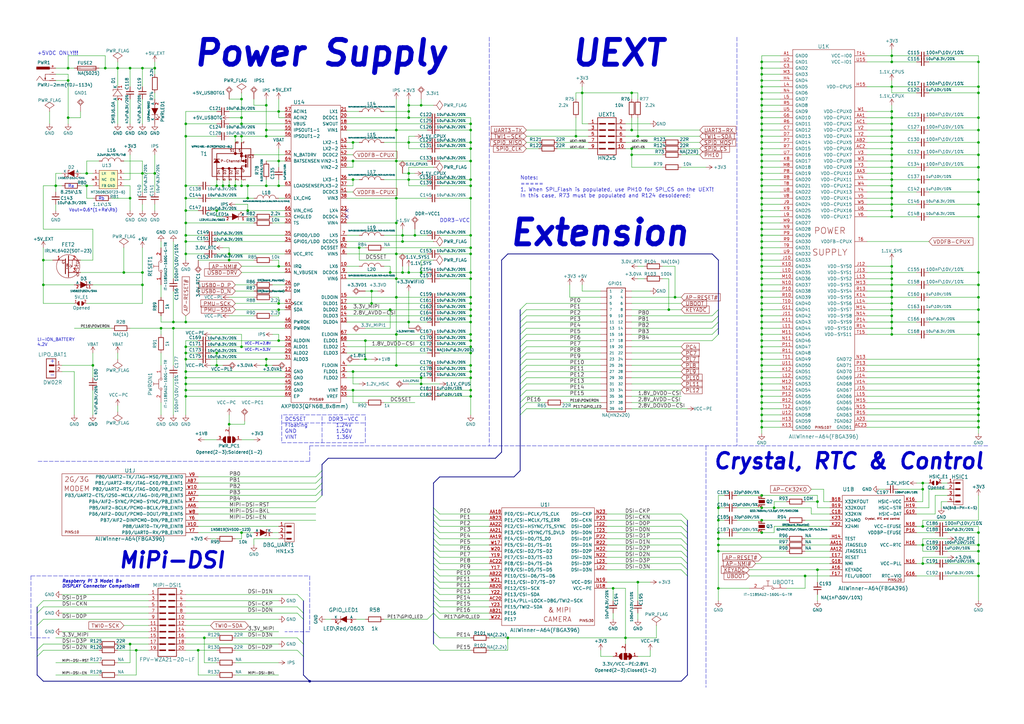
<source format=kicad_sch>
(kicad_sch (version 20250114) (generator "eeschema") (generator_version "9.0")
  (paper "A3")
  (title_block (title "A64-OLinuXino") (date "2020-02-11") (rev "G") (company "OLIMEX LTD, Bulgaria") (comment 1 "<c> 2020"))
  (lib_symbols
    (symbol "A64-OlinuXino_Rev_G:+1.5V" (power) (pin_names (offset 0))
      (property "Value" "+1.5V" (at 0 3.556 0))
      (symbol "+1.5V_1_1"
        (pin power_in line (at 0 0 90) (length 0) (hide yes) (name "+1.5V") (number "1"))
      )
    )
    (symbol "A64-OlinuXino_Rev_G:+1.8V" (power) (pin_names (offset 0))
      (property "Value" "+1.8V" (at 0 3.556 0))
      (symbol "+1.8V_1_1"
        (pin power_in line (at 0 0 90) (length 0) (hide yes) (name "+1V8") (number "1"))
      )
    )
    (symbol "A64-OlinuXino_Rev_G:+3.0VA" (power) (pin_names (offset 0))
      (property "Value" "+3.0VA" (at 0 3.556 0))
      (symbol "+3.0VA_1_1"
        (pin power_in line (at 0 0 90) (length 0) (hide yes) (name "+3.0VA") (number "1"))
      )
    )
    (symbol "A64-OlinuXino_Rev_G:+3.3V" (power) (pin_names (offset 0))
      (property "Value" "+3.3V" (at 0 3.556 0))
      (symbol "+3.3V_1_1"
        (pin power_in line (at 0 0 90) (length 0) (hide yes) (name "+3V3") (number "1"))
      )
    )
    (symbol "A64-OlinuXino_Rev_G:+3.3VD" (power) (pin_names (offset 0))
      (property "Value" "+3.3VD" (at 0 3.556 0))
      (symbol "+3.3VD_1_1"
        (pin power_in line (at 0 0 90) (length 0) (hide yes) (name "+3.3VD") (number "1"))
      )
    )
    (symbol "A64-OlinuXino_Rev_G:+3.3VWiFiIO" (power) (pin_names (offset 0))
      (property "Value" "+3.3VWiFiIO" (at 0 3.556 0))
      (symbol "+3.3VWiFiIO_1_1"
        (pin power_in line (at 0 0 90) (length 0) (hide yes) (name "+3.3VWiFiIO") (number "1"))
      )
    )
    (symbol "A64-OlinuXino_Rev_G:+5V" (power) (pin_names (offset 0))
      (property "Value" "+5V" (at 0 3.556 0))
      (symbol "+5V_1_1"
        (pin power_in line (at 0 0 90) (length 0) (hide yes) (name "+5V") (number "1"))
      )
    )
    (symbol "A64-OlinuXino_Rev_G:+5V_EXT" (power) (pin_names (offset 0))
      (property "Value" "+5V_EXT" (at 0 3.556 0))
      (symbol "+5V_EXT_1_1"
        (pin power_in line (at 0 0 90) (length 0) (hide yes) (name "+5V_EXT") (number "1"))
      )
    )
    (symbol "A64-OlinuXino_Rev_G:+5V_USBOTG" (power) (pin_names (offset 0))
      (property "Value" "+5V_USBOTG" (at 0 3.556 0))
      (symbol "+5V_USBOTG_1_1"
        (pin power_in line (at 0 0 90) (length 0) (hide yes) (name "+5V_USBOTG") (number "1"))
      )
    )
    (symbol "A64-OlinuXino_Rev_G:1.1V_CPUS" (power) (pin_names (offset 0))
      (property "Value" "1.1V_CPUS" (at 0 3.556 0))
      (symbol "1.1V_CPUS_1_1"
        (pin power_in line (at 0 0 90) (length 0) (hide yes) (name "1.1V_CPUS") (number "1"))
      )
    )
    (symbol "A64-OlinuXino_Rev_G:1.1V_CPUX" (power) (pin_names (offset 0))
      (property "Value" "1.1V_CPUX" (at 0 3.556 0))
      (symbol "1.1V_CPUX_1_1"
        (pin power_in line (at 0 0 90) (length 0) (hide yes) (name "1.1V_CPUX") (number "1"))
      )
    )
    (symbol "A64-OlinuXino_Rev_G:1.1V_SYS" (power) (pin_names (offset 0))
      (property "Value" "1.1V_SYS" (at 0 3.556 0))
      (symbol "1.1V_SYS_1_1"
        (pin power_in line (at 0 0 90) (length 0) (hide yes) (name "1.1V_SYS") (number "1"))
      )
    )
    (symbol "A64-OlinuXino_Rev_G:1.2V_HSIC" (power) (pin_names (offset 0))
      (property "Value" "1.2V_HSIC" (at 0 3.556 0))
      (symbol "1.2V_HSIC_1_1"
        (pin power_in line (at 0 0 90) (length 0) (hide yes) (name "1.2V_HSIC") (number "1"))
      )
    )
    (symbol "A64-OlinuXino_Rev_G:3.0V_RTC" (power) (pin_names (offset 0))
      (property "Value" "3.0V_RTC" (at 0 3.556 0))
      (symbol "3.0V_RTC_1_1"
        (pin power_in line (at 0 0 90) (length 0) (hide yes) (name "3.0V_RTC") (number "1"))
      )
    )
    (symbol "A64-OlinuXino_Rev_G:AXP803" (pin_names (offset 1.016))
      (property "Reference" "U" (at -6.858 59.69 0))
      (property "Value" "AXP803" (at -0.508 -65.024 0))
      (symbol "AXP803_0_0"
        (text "PINS:69" (at 0.254 -62.23 0) (effects (font (size 0.9906 0.9906))))
      )
      (symbol "AXP803_1_1"
        (pin power_in line (at -12.7 55.88 0) (length 2.4892) (name "ACIN1") (number "57"))
        (pin power_in line (at -12.7 53.34 0) (length 2.4892) (name "ACIN2") (number "58"))
        (pin power_in line (at -12.7 50.8 0) (length 2.4892) (name "VBUS") (number "54"))
        (pin power_out line (at -12.7 48.26 0) (length 2.4892) (name "IPSOUT1-1") (number "55"))
        (pin passive line (at -12.7 45.72 0) (length 2.4892) (name "IPSOUT1-2") (number "56"))
        (pin output line (at -12.7 38.1 0) (length 2.4892) (name "N_BATDRV") (number "52"))
        (pin input line (at -12.7 35.56 0) (length 2.4892) (name "BATSENSEN") (number "64"))
        (pin input line (at -12.7 25.4 0) (length 2.4892) (name "LOADSENSEP") (number "63"))
        (pin bidirectional line (at -12.7 20.32 0) (length 2.4892) (name "LX_CHG") (number "65"))
        (pin input line (at -12.7 15.24 0) (length 2.4892) (name "VIN_CHG") (number "66"))
        (pin output line (at -12.7 12.7 0) (length 2.4892) (name "CHGLED") (number "53"))
        (pin input line (at -12.7 10.16 0) (length 2.4892) (name "TS") (number "30"))
        (pin bidirectional line (at -12.7 5.08 0) (length 2.4892) (name "GPIO0/LDO") (number "35"))
        (pin bidirectional line (at -12.7 2.54 0) (length 2.4892) (name "GPIO1/LDO") (number "34"))
        (pin power_out line (at -12.7 -2.54 0) (length 2.4892) (name "VCC_RTC") (number "49"))
        (pin output line (at -12.7 -7.62 0) (length 2.4892) (name "IRQ") (number "61"))
        (pin bidirectional line (at -12.7 -10.16 0) (length 2.4892) (name "N_VBUSEN") (number "51"))
        (pin input line (at -12.7 -15.24 0) (length 2.4892) (name "DP") (number "26"))
        (pin input line (at -12.7 -17.78 0) (length 2.4892) (name "DM") (number "27"))
        (pin input clock (at -12.7 -22.86 0) (length 2.4892) (name "SCK") (number "47"))
        (pin bidirectional line (at -12.7 -25.4 0) (length 2.4892) (name "SDA") (number "48"))
        (pin output line (at -12.7 -30.48 0) (length 2.4892) (name "PWROK") (number "46"))
        (pin input line (at -12.7 -33.02 0) (length 2.4892) (name "PWRON") (number "60"))
        (pin power_in line (at -12.7 -38.1 0) (length 2.4892) (name "ALDOIN") (number "32"))
        (pin power_out line (at -12.7 -40.64 0) (length 2.4892) (name "ALDO1") (number "28"))
        (pin power_out line (at -12.7 -43.18 0) (length 2.4892) (name "ALDO2") (number "29"))
        (pin power_out line (at -12.7 -45.72 0) (length 2.4892) (name "ALDO3") (number "31"))
        (pin power_in line (at -12.7 -50.8 0) (length 2.4892) (name "GND") (number "12"))
        (pin power_in line (at -12.7 -53.34 0) (length 2.4892) (name "GND") (number "25"))
        (pin power_in line (at -12.7 -55.88 0) (length 2.4892) (name "GND") (number "45"))
        (pin power_in line (at -12.7 -58.42 0) (length 2.4892) (name "GND") (number "59"))
        (pin power_in line (at -12.7 -60.96 0) (length 2.4892) (name "EP") (number "69"))
        (pin bidirectional line (at 12.7 55.88 180) (length 2.4892) (name "LX1") (number "21"))
        (pin input line (at 12.7 53.34 180) (length 2.4892) (name "DCDC1") (number "20"))
        (pin output line (at 12.7 50.8 180) (length 2.4892) (name "SWOUT") (number "18"))
        (pin power_in line (at 12.7 48.26 180) (length 2.4892) (name "VIN1") (number "19"))
        (pin bidirectional line (at 12.7 43.18 180) (length 2.4892) (name "LX2-1") (number "43"))
        (pin bidirectional line (at 12.7 40.64 180) (length 2.4892) (name "LX2-2") (number "44"))
        (pin input line (at 12.7 38.1 180) (length 2.4892) (name "DCDC2") (number "42"))
        (pin power_in line (at 12.7 35.56 180) (length 2.4892) (name "VIN2-1") (number "39"))
        (pin power_in line (at 12.7 33.02 180) (length 2.4892) (name "VIN2-2") (number "40"))
        (pin bidirectional line (at 12.7 27.94 180) (length 2.4892) (name "LX3-1") (number "36"))
        (pin bidirectional line (at 12.7 25.4 180) (length 2.4892) (name "LX3-2") (number "37"))
        (pin input line (at 12.7 22.86 180) (length 2.4892) (name "DCDC3") (number "41"))
        (pin power_in line (at 12.7 20.32 180) (length 2.4892) (name "VIN3") (number "38"))
        (pin bidirectional line (at 12.7 15.24 180) (length 2.4892) (name "LX4") (number "23"))
        (pin input line (at 12.7 12.7 180) (length 2.4892) (name "DCDC4") (number "24"))
        (pin power_in line (at 12.7 10.16 180) (length 2.4892) (name "VIN4") (number "22"))
        (pin bidirectional line (at 12.7 5.08 180) (length 2.4892) (name "LX5") (number "7"))
        (pin input line (at 12.7 2.54 180) (length 2.4892) (name "DCDC5") (number "8"))
        (pin input line (at 12.7 0 180) (length 2.4892) (name "DC5SET") (number "62"))
        (pin power_in line (at 12.7 -2.54 180) (length 2.4892) (name "VIN5") (number "6"))
        (pin bidirectional line (at 12.7 -7.62 180) (length 2.4892) (name "LX6") (number "10"))
        (pin input line (at 12.7 -10.16 180) (length 2.4892) (name "DCDC6") (number "9"))
        (pin power_in line (at 12.7 -12.7 180) (length 2.4892) (name "VIN6") (number "11"))
        (pin power_in line (at 12.7 -20.32 180) (length 2.4892) (name "DLDOIN") (number "15"))
        (pin power_out line (at 12.7 -22.86 180) (length 2.4892) (name "DLDO1") (number "17"))
        (pin power_out line (at 12.7 -25.4 180) (length 2.4892) (name "DLDO2") (number "16"))
        (pin power_out line (at 12.7 -27.94 180) (length 2.4892) (name "DLDO3") (number "14"))
        (pin power_out line (at 12.7 -30.48 180) (length 2.4892) (name "DLDO4") (number "13"))
        (pin power_in line (at 12.7 -35.56 180) (length 2.4892) (name "ELDOIN") (number "67"))
        (pin power_out line (at 12.7 -38.1 180) (length 2.4892) (name "ELDO1") (number "68"))
        (pin power_out line (at 12.7 -40.64 180) (length 2.4892) (name "ELDO2") (number "1"))
        (pin power_out line (at 12.7 -43.18 180) (length 2.4892) (name "ELDO3") (number "2"))
        (pin power_in line (at 12.7 -48.26 180) (length 2.4892) (name "FLDOIN") (number "4"))
        (pin power_out line (at 12.7 -50.8 180) (length 2.4892) (name "FLDO1") (number "3"))
        (pin power_out line (at 12.7 -53.34 180) (length 2.4892) (name "FLDO2") (number "5"))
        (pin power_out line (at 12.7 -58.42 180) (length 2.4892) (name "VINT") (number "50"))
        (pin output line (at 12.7 -60.96 180) (length 2.4892) (name "VREF") (number "33"))
      )
    )
    (symbol "A64-OlinuXino_Rev_G:AllWinner-A64(FBGA396)" (pin_names (offset 1.016))
      (property "Reference" "U" (at 0 1.27 0))
      (property "Value" "AllWinner-A64(FBGA396)" (at 0 -1.27 0))
      (symbol "AllWinner-A64(FBGA396)_1_1"
        (text "DDR3" (at 0 58.42 0) (effects (font (size 2.54 2.54))))
        (text "PINS:88" (at 9.6774 -62.7888 0) (effects (font (size 0.9906 0.9906))))
        (pin bidirectional line (at -17.78 60.96 0) (length 5.08) (name "SDQ0") (number "L3"))
        (pin bidirectional line (at -17.78 58.42 0) (length 5.08) (name "SDQ1") (number "G1"))
        (pin bidirectional line (at -17.78 55.88 0) (length 5.08) (name "SDQ2") (number "H3"))
        (pin bidirectional line (at -17.78 53.34 0) (length 5.08) (name "SDQ3") (number "K1"))
        (pin bidirectional line (at -17.78 50.8 0) (length 5.08) (name "SDQ4") (number "H2"))
        (pin bidirectional line (at -17.78 48.26 0) (length 5.08) (name "SDQ5") (number "H1"))
        (pin bidirectional line (at -17.78 45.72 0) (length 5.08) (name "SDQ6") (number "L1"))
        (pin bidirectional line (at -17.78 43.18 0) (length 5.08) (name "SDQ7") (number "L2"))
        (pin bidirectional line (at -17.78 40.64 0) (length 5.08) (name "SDQ8") (number "T3"))
        (pin bidirectional line (at -17.78 38.1 0) (length 5.08) (name "SDQ9") (number "T2"))
        (pin bidirectional line (at -17.78 35.56 0) (length 5.08) (name "SDQ10") (number "T1"))
        (pin bidirectional line (at -17.78 33.02 0) (length 5.08) (name "SDQ11") (number "R2"))
        (pin bidirectional line (at -17.78 30.48 0) (length 5.08) (name "SDQ12") (number "N3"))
        (pin bidirectional line (at -17.78 27.94 0) (length 5.08) (name "SDQ13") (number "N2"))
        (pin bidirectional line (at -17.78 25.4 0) (length 5.08) (name "SDQ14") (number "N1"))
        (pin bidirectional line (at -17.78 22.86 0) (length 5.08) (name "SDQ15") (number "M2"))
        (pin bidirectional line (at -17.78 20.32 0) (length 5.08) (name "SDQ16") (number "E3"))
        (pin bidirectional line (at -17.78 17.78 0) (length 5.08) (name "SDQ17") (number "F2"))
        (pin bidirectional line (at -17.78 15.24 0) (length 5.08) (name "SDQ18") (number "E2"))
        (pin bidirectional line (at -17.78 12.7 0) (length 5.08) (name "SDQ19") (number "E1"))
        (pin bidirectional line (at -17.78 10.16 0) (length 5.08) (name "SDQ20") (number "B1"))
        (pin bidirectional line (at -17.78 7.62 0) (length 5.08) (name "SDQ21") (number "B2"))
        (pin bidirectional line (at -17.78 5.08 0) (length 5.08) (name "SDQ22") (number "A2"))
        (pin bidirectional line (at -17.78 2.54 0) (length 5.08) (name "SDQ23") (number "B3"))
        (pin bidirectional line (at -17.78 0 0) (length 5.08) (name "SDQ24") (number "C5"))
        (pin bidirectional line (at -17.78 -2.54 0) (length 5.08) (name "SDQ25") (number "B4"))
        (pin bidirectional line (at -17.78 -5.08 0) (length 5.08) (name "SDQ26") (number "A4"))
        (pin bidirectional line (at -17.78 -7.62 0) (length 5.08) (name "SDQ27") (number "A5"))
        (pin bidirectional line (at -17.78 -10.16 0) (length 5.08) (name "SDQ28") (number "A7"))
        (pin bidirectional line (at -17.78 -12.7 0) (length 5.08) (name "SDQ29") (number "A8"))
        (pin bidirectional line (at -17.78 -15.24 0) (length 5.08) (name "SDQ30") (number "B8"))
        (pin bidirectional line (at -17.78 -17.78 0) (length 5.08) (name "SDQ31") (number "B9"))
        (pin power_in line (at -17.78 -27.94 0) (length 5.08) (name "VCC-DRAM0") (number "K6"))
        (pin power_in line (at -17.78 -30.48 0) (length 5.08) (name "VCC-DRAM1") (number "L6"))
        (pin power_in line (at -17.78 -33.02 0) (length 5.08) (name "VCC-DRAM2") (number "G7"))
        (pin power_in line (at -17.78 -35.56 0) (length 5.08) (name "VCC-DRAM3") (number "K7"))
        (pin power_in line (at -17.78 -38.1 0) (length 5.08) (name "VCC-DRAM4") (number "L7"))
        (pin power_in line (at -17.78 -40.64 0) (length 5.08) (name "VCC-DRAM5") (number "N7"))
        (pin power_in line (at -17.78 -43.18 0) (length 5.08) (name "VCC-DRAM6") (number "G8"))
        (pin power_in line (at -17.78 -45.72 0) (length 5.08) (name "VCC-DRAM7") (number "J8"))
        (pin power_in line (at -17.78 -48.26 0) (length 5.08) (name "VCC-DRAM8") (number "L8"))
        (pin power_in line (at -17.78 -50.8 0) (length 5.08) (name "VCC-DRAM9") (number "N8"))
        (pin power_in line (at -17.78 -53.34 0) (length 5.08) (name "VCC-DRAM10") (number "G9"))
        (pin output line (at 17.78 60.96 180) (length 5.08) (name "SA0") (number "P5"))
        (pin output line (at 17.78 58.42 180) (length 5.08) (name "SA1") (number "R4"))
        (pin output line (at 17.78 55.88 180) (length 5.08) (name "SA2") (number "N5"))
        (pin output line (at 17.78 53.34 180) (length 5.08) (name "SA3") (number "N6"))
        (pin output line (at 17.78 50.8 180) (length 5.08) (name "SA4") (number "P6"))
        (pin output line (at 17.78 48.26 180) (length 5.08) (name "SA5") (number "G4"))
        (pin output line (at 17.78 45.72 180) (length 5.08) (name "SA6") (number "F3"))
        (pin output line (at 17.78 43.18 180) (length 5.08) (name "SA7") (number "E4"))
        (pin output line (at 17.78 40.64 180) (length 5.08) (name "SA8") (number "D3"))
        (pin output line (at 17.78 38.1 180) (length 5.08) (name "SA9") (number "C4"))
        (pin output line (at 17.78 35.56 180) (length 5.08) (name "SA10") (number "M4"))
        (pin output line (at 17.78 33.02 180) (length 5.08) (name "SA11") (number "U4"))
        (pin output line (at 17.78 30.48 180) (length 5.08) (name "SA12") (number "K5"))
        (pin output line (at 17.78 27.94 180) (length 5.08) (name "SA13") (number "E8"))
        (pin output line (at 17.78 25.4 180) (length 5.08) (name "SA14") (number "K4"))
        (pin output line (at 17.78 22.86 180) (length 5.08) (name "SA15") (number "T4"))
        (pin output line (at 17.78 17.78 180) (length 5.08) (name "SBA0") (number "D8"))
        (pin output line (at 17.78 15.24 180) (length 5.08) (name "SBA1") (number "R3"))
        (pin output line (at 17.78 12.7 180) (length 5.08) (name "SBA2") (number "C6"))
        (pin output line (at 17.78 7.62 180) (length 5.08) (name "SCKP") (number "G2"))
        (pin output line (at 17.78 5.08 180) (length 5.08) (name "SCKN") (number "G3"))
        (pin output line (at 17.78 2.54 180) (length 5.08) (name "SCKE0") (number "J3"))
        (pin output line (at 17.78 0 180) (length 5.08) (name "SCKE1") (number "H6"))
        (pin output line (at 17.78 -5.08 180) (length 5.08) (name "SDQM0") (number "J2"))
        (pin output line (at 17.78 -7.62 180) (length 5.08) (name "SDQM1") (number "P3"))
        (pin output line (at 17.78 -10.16 180) (length 5.08) (name "SDQM2") (number "C2"))
        (pin output line (at 17.78 -12.7 180) (length 5.08) (name "SDQM3") (number "B7"))
        (pin output line (at 17.78 -15.24 180) (length 5.08) (name "SDQS0P") (number "K3"))
        (pin output line (at 17.78 -17.78 180) (length 5.08) (name "SDQS0N") (number "K2"))
        (pin output line (at 17.78 -20.32 180) (length 5.08) (name "SDQS1P") (number "P1"))
        (pin output line (at 17.78 -22.86 180) (length 5.08) (name "SDQS1N") (number "P2"))
        (pin output line (at 17.78 -25.4 180) (length 5.08) (name "SDQS2P") (number "D2"))
        (pin output line (at 17.78 -27.94 180) (length 5.08) (name "SDQS2N") (number "D1"))
        (pin output line (at 17.78 -30.48 180) (length 5.08) (name "SDQS3P") (number "B6"))
        (pin output line (at 17.78 -33.02 180) (length 5.08) (name "SDQS3N") (number "B5"))
        (pin output line (at 17.78 -35.56 180) (length 5.08) (name "SCS0") (number "E5"))
        (pin output line (at 17.78 -38.1 180) (length 5.08) (name "SCS1") (number "H5"))
        (pin output line (at 17.78 -40.64 180) (length 5.08) (name "SODT0") (number "D5"))
        (pin output line (at 17.78 -43.18 180) (length 5.08) (name "SODT1") (number "E7"))
        (pin output line (at 17.78 -48.26 180) (length 5.08) (name "SWE") (number "C8"))
        (pin output line (at 17.78 -50.8 180) (length 5.08) (name "SCAS") (number "C9"))
        (pin output line (at 17.78 -53.34 180) (length 5.08) (name "SRAS") (number "F7"))
        (pin output line (at 17.78 -55.88 180) (length 5.08) (name "SRST") (number "D10"))
        (pin passive line (at 17.78 -58.42 180) (length 5.08) (name "SZQ") (number "U1"))
        (pin input line (at 17.78 -60.96 180) (length 5.08) (name "SVREF") (number "G5"))
      )
      (symbol "AllWinner-A64(FBGA396)_2_1"
        (text "Crystal, RTC and control" (at 3.81 8.255 0) (effects (font (size 0.762 0.762))))
        (text "PINS:20" (at 8.89 -16.891 0) (effects (font (size 0.9906 0.9906))))
        (pin output line (at -17.78 15.24 0) (length 5.08) (name "X32KFOUT") (number "B18"))
        (pin output line (at -17.78 12.7 0) (length 5.08) (name "X32KOUT") (number "B19"))
        (pin input line (at -17.78 10.16 0) (length 5.08) (name "X32KIN") (number "C18"))
        (pin output line (at -17.78 7.62 0) (length 5.08) (name "X24MO") (number "K23"))
        (pin input line (at -17.78 5.08 0) (length 5.08) (name "X24MI") (number "K22"))
        (pin input line (at -17.78 0 0) (length 5.08) (name "TEST") (number "H14"))
        (pin input line (at -17.78 -2.54 0) (length 5.08) (name "JTAGSEL0") (number "AA11"))
        (pin input line (at -17.78 -5.08 0) (length 5.08) (name "JTAGSEL1") (number "AA12"))
        (pin input line (at -17.78 -7.62 0) (length 5.08) (name "RESET") (number "E17"))
        (pin input line (at -17.78 -10.16 0) (length 5.08) (name "NMI") (number "G18"))
        (pin input line (at -17.78 -12.7 0) (length 5.08) (name "KEYADC") (number "A16"))
        (pin input line (at -17.78 -15.24 0) (length 5.08) (name "FEL/UBOOT") (number "F17"))
        (pin power_in line (at 17.78 15.24 180) (length 5.08) (name "HSIC-VCC") (number "K16"))
        (pin bidirectional line (at 17.78 12.7 180) (length 5.08) (name "HSIC-STR") (number "H19"))
        (pin bidirectional line (at 17.78 10.16 180) (length 5.08) (name "HSIC-DAT") (number "G19"))
        (pin input line (at 17.78 5.08 180) (length 5.08) (name "VCC-EFUSE") (number "N18"))
        (pin input line (at 17.78 2.54 180) (length 5.08) (name "VDDBP-EFUSE") (number "P16"))
        (pin power_in line (at 17.78 -2.54 180) (length 5.08) (name "VCC-RTC") (number "H16"))
        (pin power_in line (at 17.78 -10.16 180) (length 5.08) (name "VCC-PLL") (number "N16"))
        (pin input line (at 17.78 -15.24 180) (length 5.08) (name "RTC-VIO") (number "G16"))
      )
      (symbol "AllWinner-A64(FBGA396)_3_1"
        (text "NAND/eMMC" (at -5.08 22.86 0) (effects (font (size 2.032 2.032))))
        (text "PINS:18" (at 12.192 -24.6634 0) (effects (font (size 0.9906 0.9906))))
        (pin power_in line (at 20.32 22.86 180) (length 5.08) (name "VCC-PC") (number "R16"))
        (pin bidirectional line (at 20.32 17.78 180) (length 5.08) (name "PC0/NAND-WE/SPI0-MOSI") (number "T21"))
        (pin bidirectional line (at 20.32 15.24 180) (length 5.08) (name "PC1/NAND-ALE/SDC2-DS/SPI0-MISO") (number "K18"))
        (pin bidirectional line (at 20.32 12.7 180) (length 5.08) (name "PC2/NAND-CLE/SPI0-CLK") (number "P20"))
        (pin bidirectional line (at 20.32 10.16 180) (length 5.08) (name "PC3/NAND-CE1/SPI0-CS") (number "P19"))
        (pin bidirectional line (at 20.32 7.62 180) (length 5.08) (name "PC4/NAND-CE0") (number "T20"))
        (pin bidirectional line (at 20.32 5.08 180) (length 5.08) (name "PC5/NAND-RE/SDC2-CLK") (number "G20"))
        (pin bidirectional line (at 20.32 2.54 180) (length 5.08) (name "PC6/NAND-RB0/SDC2-CMD") (number "K19"))
        (pin bidirectional line (at 20.32 0 180) (length 5.08) (name "PC7/NAND-RB1") (number "T19"))
        (pin bidirectional line (at 20.32 -2.54 180) (length 5.08) (name "PC8/NAND-DQ0/SDC2-D0") (number "M21"))
        (pin bidirectional line (at 20.32 -5.08 180) (length 5.08) (name "PC9/NAND-DQ1/SDC2-D1") (number "L19"))
        (pin bidirectional line (at 20.32 -7.62 180) (length 5.08) (name "PC10/NAND-DQ2/SDC2-D2") (number "K20"))
        (pin bidirectional line (at 20.32 -10.16 180) (length 5.08) (name "PC11/NAND-DQ3/SDC2-D3") (number "H20"))
        (pin bidirectional line (at 20.32 -12.7 180) (length 5.08) (name "PC12/NAND-DQ4/SDC2-D4") (number "P18"))
        (pin bidirectional line (at 20.32 -15.24 180) (length 5.08) (name "PC13/NAND-DQ5/SDC2-D5") (number "L20"))
        (pin bidirectional line (at 20.32 -17.78 180) (length 5.08) (name "PC14/NAND-DQ6/SDC2-D6") (number "J21"))
        (pin bidirectional line (at 20.32 -20.32 180) (length 5.08) (name "PC15/NAND-DQ7/SDC2-D7") (number "R21"))
        (pin bidirectional line (at 20.32 -22.86 180) (length 5.08) (name "PC16/NAND-DQS/SDC2-RST") (number "N20"))
      )
      (symbol "AllWinner-A64(FBGA396)_4_1"
        (text "T-CARD" (at 0 -8.255 0) (effects (font (size 2.032 2.032))))
        (text "PINS:7" (at 12.6492 -9.4234 0) (effects (font (size 0.9906 0.9906))))
        (pin bidirectional line (at 20.32 7.62 180) (length 5.08) (name "PF0/SDC0-D1/JTAG-MS1") (number "AB10"))
        (pin bidirectional line (at 20.32 5.08 180) (length 5.08) (name "PF1/SDC0-D0/JTAG-DI1") (number "W13"))
        (pin bidirectional line (at 20.32 2.54 180) (length 5.08) (name "PF2/SDC0-CLK/UART0-TX") (number "AC8"))
        (pin bidirectional line (at 20.32 0 180) (length 5.08) (name "PF3/SDC0-CMD/JTAG-DO1") (number "W9"))
        (pin bidirectional line (at 20.32 -2.54 180) (length 5.08) (name "PF4/SDC0-D3/UART0-RX") (number "AB6"))
        (pin bidirectional line (at 20.32 -5.08 180) (length 5.08) (name "PF5/SDC0-D2/JTAG-CK1") (number "AB9"))
        (pin bidirectional line (at 20.32 -7.62 180) (length 5.08) (name "PF6") (number "AB8"))
      )
      (symbol "AllWinner-A64(FBGA396)_5_1"
        (text "Audio" (at 0 15.24 0) (effects (font (size 2.54 2.54))))
        (text "PINS:31" (at 9.7028 -27.2034 0) (effects (font (size 0.9906 0.9906))))
        (pin power_in line (at -17.78 25.4 0) (length 5.08) (name "AVCC") (number "G14"))
        (pin input line (at -17.78 20.32 0) (length 5.08) (name "VRP") (number "C11"))
        (pin input line (at -17.78 17.78 0) (length 5.08) (name "VRA1") (number "B12"))
        (pin input line (at -17.78 15.24 0) (length 5.08) (name "VRA2") (number "B11"))
        (pin power_in line (at -17.78 10.16 0) (length 5.08) (name "AGND") (number "A11"))
        (pin power_out line (at -17.78 5.08 0) (length 5.08) (name "HBIAS") (number "D13"))
        (pin power_out line (at -17.78 2.54 0) (length 5.08) (name "MBIAS") (number "E14"))
        (pin input line (at -17.78 0 0) (length 5.08) (name "MIC-DET") (number "B10"))
        (pin input line (at -17.78 -2.54 0) (length 5.08) (name "MICIN1P") (number "B15"))
        (pin input line (at -17.78 -5.08 0) (length 5.08) (name "MICIN1N") (number "B16"))
        (pin input line (at -17.78 -7.62 0) (length 5.08) (name "MICIN2P") (number "B17"))
        (pin input line (at -17.78 -10.16 0) (length 5.08) (name "MICIN2N") (number "A17"))
        (pin input line (at -17.78 -15.24 0) (length 5.08) (name "PHONEINP") (number "D14"))
        (pin input line (at -17.78 -17.78 0) (length 5.08) (name "PHONEINN") (number "C14"))
        (pin input line (at -17.78 -22.86 0) (length 5.08) (name "LINEINR") (number "A14"))
        (pin input line (at -17.78 -25.4 0) (length 5.08) (name "LINEINL") (number "B14"))
        (pin power_in line (at 17.78 25.4 180) (length 5.08) (name "CPVDD") (number "E13"))
        (pin power_out line (at 17.78 20.32 180) (length 5.08) (name "CPVEE") (number "F12"))
        (pin power_in line (at 17.78 17.78 180) (length 5.08) (name "VEE") (number "G13"))
        (pin passive line (at 17.78 12.7 180) (length 5.08) (name "CPP") (number "E11"))
        (pin passive line (at 17.78 10.16 180) (length 5.08) (name "CPN") (number "E10"))
        (pin output line (at 17.78 5.08 180) (length 5.08) (name "EAROUTP") (number "B13"))
        (pin output line (at 17.78 2.54 180) (length 5.08) (name "EAROUTN") (number "A13"))
        (pin input line (at 17.78 -2.54 180) (length 5.08) (name "HP-FB") (number "C10"))
        (pin output line (at 17.78 -5.08 180) (length 5.08) (name "HPOUTL") (number "C13"))
        (pin output line (at 17.78 -7.62 180) (length 5.08) (name "HPOUTR") (number "C12"))
        (pin input line (at 17.78 -10.16 180) (length 5.08) (name "HP-DET") (number "D11"))
        (pin output line (at 17.78 -15.24 180) (length 5.08) (name "PHONEOUTP") (number "E16"))
        (pin output line (at 17.78 -17.78 180) (length 5.08) (name "PHONEOUTN") (number "F16"))
        (pin output line (at 17.78 -22.86 180) (length 5.08) (name "LINEOUTP/L") (number "D16"))
        (pin output line (at 17.78 -25.4 180) (length 5.08) (name "LINEOUTN/R") (number "C16"))
      )
      (symbol "AllWinner-A64(FBGA396)_6_1"
        (text "PINS:30" (at -14.478 -23.114 0) (effects (font (size 0.9906 0.9906))))
        (text "USB" (at -1.27 20.066 0) (effects (font (size 2.0066 2.0066))))
        (text "&" (at -1.016 15.748 0) (effects (font (size 2.0066 2.0066))))
        (text "HDMI" (at -1.016 10.414 0) (effects (font (size 2.0066 2.0066))))
        (pin output line (at -22.86 20.32 0) (length 5.08) (name "HTXCP") (number "H22"))
        (pin output line (at -22.86 17.78 0) (length 5.08) (name "HTXCN") (number "H23"))
        (pin output line (at -22.86 15.24 0) (length 5.08) (name "HTX0P") (number "G22"))
        (pin output line (at -22.86 12.7 0) (length 5.08) (name "HTX0N") (number "G23"))
        (pin output line (at -22.86 10.16 0) (length 5.08) (name "HTX1P") (number "E23"))
        (pin output line (at -22.86 7.62 0) (length 5.08) (name "HTX1N") (number "F22"))
        (pin output line (at -22.86 5.08 0) (length 5.08) (name "HTX2P") (number "D23"))
        (pin output line (at -22.86 2.54 0) (length 5.08) (name "HTX2N") (number "E22"))
        (pin output line (at -22.86 0 0) (length 5.08) (name "HCEC") (number "F21"))
        (pin output line (at -22.86 -2.54 0) (length 5.08) (name "HHPD") (number "E21"))
        (pin output line (at -22.86 -5.08 0) (length 5.08) (name "HSCL") (number "G21"))
        (pin output line (at -22.86 -7.62 0) (length 5.08) (name "HSDA") (number "E20"))
        (pin power_in line (at -22.86 -10.16 0) (length 5.08) (name "HVCC") (number "M16"))
        (pin power_in line (at 22.86 20.32 180) (length 5.08) (name "VCC-USB") (number "L16"))
        (pin bidirectional line (at 22.86 17.78 180) (length 5.08) (name "USB0-DM") (number "B22"))
        (pin bidirectional line (at 22.86 15.24 180) (length 5.08) (name "USB0-DP") (number "A22"))
        (pin bidirectional line (at 22.86 12.7 180) (length 5.08) (name "USB1-DM") (number "C22"))
        (pin bidirectional line (at 22.86 10.16 180) (length 5.08) (name "USB1-DP") (number "B23"))
        (pin bidirectional line (at 22.86 5.08 180) (length 5.08) (name "PH0/TWI0-SCK/PH_EINT0") (number "W11"))
        (pin bidirectional line (at 22.86 2.54 180) (length 5.08) (name "PH1/TWI0-SDA/PH_EINT1") (number "AA10"))
        (pin bidirectional line (at 22.86 0 180) (length 5.08) (name "PH2/TWI1-SCK/PH_EINT2") (number "AC4"))
        (pin bidirectional line (at 22.86 -2.54 180) (length 5.08) (name "PH3/TWI1-SDA/PH_EINT3") (number "AA9"))
        (pin bidirectional line (at 22.86 -5.08 180) (length 5.08) (name "PH4/UART3-TX/PH_EINT4") (number "AB5"))
        (pin bidirectional line (at 22.86 -7.62 180) (length 5.08) (name "PH5/UART3-RX/PH_EINT5") (number "AC7"))
        (pin bidirectional line (at 22.86 -10.16 180) (length 5.08) (name "PH6/UART3-RTS/PH_EINT6") (number "AB4"))
        (pin bidirectional line (at 22.86 -12.7 180) (length 5.08) (name "PH7/UART3-CTS/PH_EINT7") (number "AC5"))
        (pin bidirectional line (at 22.86 -15.24 180) (length 5.08) (name "PH8/SPDIF-OUT/PH_EINT8") (number "Y10"))
        (pin bidirectional line (at 22.86 -17.78 180) (length 5.08) (name "PH9/PH_EINT9") (number "AA8"))
        (pin bidirectional line (at 22.86 -20.32 180) (length 5.08) (name "PH10/MIC-CLK/PH_EINT10") (number "Y8"))
        (pin bidirectional line (at 22.86 -22.86 180) (length 5.08) (name "PH11/MIC-DATA/PH_EINT11") (number "AA5"))
      )
      (symbol "AllWinner-A64(FBGA396)_7_1"
        (text "PINS:29" (at -31.877 -18.669 0) (effects (font (size 0.9906 0.9906))))
        (text "WiFi" (at 0 7.62 0) (effects (font (size 2.54 2.54))))
        (text "&" (at 0 1.524 0) (effects (font (size 2.54 2.54))))
        (text "BT" (at 0 -4.445 0) (effects (font (size 2.54 2.54))))
        (pin power_in line (at -40.64 17.78 0) (length 5.08) (name "VCC-PL") (number "J16"))
        (pin bidirectional line (at -40.64 15.24 0) (length 5.08) (name "PL0/S-RSB-SCK/S-TWI-SCK/S_PL_EINT0") (number "D17"))
        (pin bidirectional line (at -40.64 12.7 0) (length 5.08) (name "PL1/S-RSB-SDA/S-TWI-SDA") (number "C17"))
        (pin bidirectional line (at -40.64 10.16 0) (length 5.08) (name "PL2/S-UART-TX/S_PL_EINT2") (number "A19"))
        (pin bidirectional line (at -40.64 7.62 0) (length 5.08) (name "PL3/S-UART-RX/S_PL_EINT3") (number "E19"))
        (pin bidirectional line (at -40.64 5.08 0) (length 5.08) (name "PL4/S-JTAG-MS/S_PL_EINT4") (number "A20"))
        (pin bidirectional line (at -40.64 2.54 0) (length 5.08) (name "PL5/S-JTAG-CK/S_PL_EINT5") (number "D19"))
        (pin bidirectional line (at -40.64 0 0) (length 5.08) (name "PL6/S-JTAG-DO/S_PL_EINT6") (number "B20"))
        (pin bidirectional line (at -40.64 -2.54 0) (length 5.08) (name "PL7/S-JTAG-DI/S_PL_EINT7") (number "C19"))
        (pin bidirectional line (at -40.64 -5.08 0) (length 5.08) (name "PL8/S-TWI-SCK/S_PL_EINT8") (number "B21"))
        (pin bidirectional line (at -40.64 -7.62 0) (length 5.08) (name "PL9/S-TWI-SDA/S_PL_EINT9") (number "D20"))
        (pin bidirectional line (at -40.64 -10.16 0) (length 5.08) (name "PL10/S-PWM/S_PL_EINT10") (number "D21"))
        (pin bidirectional line (at -40.64 -12.7 0) (length 5.08) (name "PL11/S-CIR-RX/S_PL_EINT11") (number "C20"))
        (pin bidirectional line (at -40.64 -15.24 0) (length 5.08) (name "PL12/S_PL_EINT12") (number "D22"))
        (pin power_in line (at 40.64 17.78 180) (length 5.08) (name "VCC-PG") (number "T17"))
        (pin bidirectional line (at 40.64 15.24 180) (length 5.08) (name "PG0/SDC1-CLK/PG_EINT0") (number "V21"))
        (pin bidirectional line (at 40.64 12.7 180) (length 5.08) (name "PG1/SDC1-CMD/PG_EINT1") (number "U20"))
        (pin bidirectional line (at 40.64 10.16 180) (length 5.08) (name "PG2/SDC1-D0/PG_EINT2") (number "U19"))
        (pin bidirectional line (at 40.64 7.62 180) (length 5.08) (name "PG3/SDC1-D1/PG_EINT3") (number "V22"))
        (pin bidirectional line (at 40.64 5.08 180) (length 5.08) (name "PG4/SDC1-D2/PG_EINT4") (number "Y21"))
        (pin bidirectional line (at 40.64 2.54 180) (length 5.08) (name "PG5/SDC1-D3/PG_EINT5") (number "W23"))
        (pin bidirectional line (at 40.64 0 180) (length 5.08) (name "PG6/UART1-TX/PG_EINT6") (number "AB17"))
        (pin bidirectional line (at 40.64 -2.54 180) (length 5.08) (name "PG7/UART1-RX/PG_EINT7") (number "U23"))
        (pin bidirectional line (at 40.64 -5.08 180) (length 5.08) (name "PG8/UART1-RTS/PG_EINT8") (number "AC17"))
        (pin bidirectional line (at 40.64 -7.62 180) (length 5.08) (name "PG9/UART1-CTS/PG_EINT9") (number "U21"))
        (pin bidirectional line (at 40.64 -10.16 180) (length 5.08) (name "PG10/AIF3-SYNC/PCM1-SYNC/PG_EINT10") (number "AB19"))
        (pin bidirectional line (at 40.64 -12.7 180) (length 5.08) (name "PG11/AIF3-BCLK/PCM1-BCLK/PG_EINT11") (number "AB18"))
        (pin bidirectional line (at 40.64 -15.24 180) (length 5.08) (name "PG12/AIF3-DOUT/PCM1-DOUT/PG_EINT12") (number "AC19"))
        (pin bidirectional line (at 40.64 -17.78 180) (length 5.08) (name "PG13/AIF3-DIN/PCM1-DIN/PG_EINT13") (number "U22"))
      )
      (symbol "AllWinner-A64(FBGA396)_8_1"
        (text "PINS:26" (at -26.67 -34.29 0) (effects (font (size 0.9906 0.9906))))
        (text "LCD/Ethernet" (at -2.54 32.385 0) (effects (font (size 3.048 3.048))))
        (pin power_in line (at 30.48 33.02 180) (length 5.08) (name "VCC-PD") (number "U16"))
        (pin bidirectional line (at 30.48 27.94 180) (length 5.08) (name "PD0/LCD-D2/UART3-TX/SPI1-CS/CCIR-CLK") (number "AA20"))
        (pin bidirectional line (at 30.48 25.4 180) (length 5.08) (name "PD1/LCD-D3/UART3-RX/SPI1-CLK/CCIR-DE") (number "AA17"))
        (pin bidirectional line (at 30.48 22.86 180) (length 5.08) (name "PD2/LCD-D4/UART4-TX/SPI1-MOSI/CCIR-HSYNC") (number "W19"))
        (pin bidirectional line (at 30.48 20.32 180) (length 5.08) (name "PD3/LCD-D5/UART4-RX/SPI1-MISO/CCIR-VSYNC") (number "AA14"))
        (pin bidirectional line (at 30.48 17.78 180) (length 5.08) (name "PD4/LCD-D6/UART4-RTS/CCIR-D0") (number "V18"))
        (pin bidirectional line (at 30.48 15.24 180) (length 5.08) (name "PD5/LCD-D7/UART4-CTS/CCIR-D1") (number "AA15"))
        (pin bidirectional line (at 30.48 12.7 180) (length 5.08) (name "PD6/LCD-D10/CCIR-D2") (number "Y11"))
        (pin bidirectional line (at 30.48 10.16 180) (length 5.08) (name "PD7/LCD-D11/CCIR-D3") (number "AA16"))
        (pin bidirectional line (at 30.48 7.62 180) (length 5.08) (name "PD8/LCD-D12/RGMII-RXD3/RMII-NULL/CCIR-D4") (number "V17"))
        (pin bidirectional line (at 30.48 5.08 180) (length 5.08) (name "PD9/LCD-D13/RGMII-RXD2/RMII-NULL/CCIR-D5") (number "AA13"))
        (pin bidirectional line (at 30.48 2.54 180) (length 5.08) (name "PD10/LCD-D14/RGMII-RXD1/RMII-RXD1") (number "W16"))
        (pin bidirectional line (at 30.48 0 180) (length 5.08) (name "PD11/LCD-D15/RGMII-RXD0/RMII-RXD0") (number "Y16"))
        (pin bidirectional line (at 30.48 -2.54 180) (length 5.08) (name "PD12/LCD-D18/LVDS-VP0/RGMII-RXCK/RMII-NULL") (number "AC16"))
        (pin bidirectional line (at 30.48 -5.08 180) (length 5.08) (name "PD13/LCD-D19/LVDS-VN0/RGMII-RXCTL/RMII-CRS-DV") (number "AB16"))
        (pin bidirectional line (at 30.48 -7.62 180) (length 5.08) (name "PD14/LCD-D20/LVDS-VP1/RGMII-NULL/RMII-RXER") (number "AB15"))
        (pin bidirectional line (at 30.48 -10.16 180) (length 5.08) (name "PD15/LCD-D21/LVDS-VN1/RGMII-TXD3/RMII-NULL/CCIR-D6") (number "AB14"))
        (pin bidirectional line (at 30.48 -12.7 180) (length 5.08) (name "PD16/LCD-D22/LVDS-VP2/RGMII-TXD2/RMII-NULL/CCIR-D7") (number "AC14"))
        (pin bidirectional line (at 30.48 -15.24 180) (length 5.08) (name "PD17/LCD-D23/LVDS-VN2/RGMII-TXD1/RMII-TXD1") (number "AC13"))
        (pin bidirectional line (at 30.48 -17.78 180) (length 5.08) (name "PD18/LCD-CLK/LVDS-VPC/RGMII-TXD0/RMII-TXD0") (number "AB13"))
        (pin bidirectional line (at 30.48 -20.32 180) (length 5.08) (name "PD19/LCD-DE/LVDS-VNC/RGMII-TXCK/RMII-TXCK") (number "AB12"))
        (pin bidirectional line (at 30.48 -22.86 180) (length 5.08) (name "PD20/LCD-HSYNC/LVDS-VP3/RGMII-TXCTL/RMII-TXEN") (number "AB11"))
        (pin bidirectional line (at 30.48 -25.4 180) (length 5.08) (name "PD21/LCD-VSYNC/LVDS-VN3/RGMII-CLKIN/RMII-NULL") (number "AC11"))
        (pin bidirectional line (at 30.48 -27.94 180) (length 5.08) (name "PD22/PWM0/MDC") (number "Y13"))
        (pin bidirectional line (at 30.48 -30.48 180) (length 5.08) (name "PD23/MDIO") (number "AC10"))
        (pin bidirectional line (at 30.48 -33.02 180) (length 5.08) (name "PD24") (number "Y14"))
      )
      (symbol "AllWinner-A64(FBGA396)_9_0"
        (text "&" (at -2.54 -16.51 0) (effects (font (size 2.0066 2.0066))))
      )
      (symbol "AllWinner-A64(FBGA396)_9_1"
        (text "PINS:30" (at -16.9926 -20.8788 0) (effects (font (size 0.9906 0.9906))))
        (text "MIPI" (at -7.62 -16.51 0) (effects (font (size 2.0066 2.0066))))
        (text "CAMERA" (at -5.08 -20.32 0) (effects (font (size 2.0066 2.0066))))
        (pin bidirectional line (at -25.4 22.86 0) (length 5.08) (name "DSI-CKP") (number "N23"))
        (pin bidirectional line (at -25.4 20.32 0) (length 5.08) (name "DSI-CKN") (number "P23"))
        (pin bidirectional line (at -25.4 17.78 0) (length 5.08) (name "DSI-D0P") (number "T22"))
        (pin bidirectional line (at -25.4 15.24 0) (length 5.08) (name "DSI-D0N") (number "T23"))
        (pin bidirectional line (at -25.4 12.7 0) (length 5.08) (name "DSI-D1P") (number "P22"))
        (pin bidirectional line (at -25.4 10.16 0) (length 5.08) (name "DSI-D1N") (number "R22"))
        (pin bidirectional line (at -25.4 7.62 0) (length 5.08) (name "DSI-D2P") (number "M22"))
        (pin bidirectional line (at -25.4 5.08 0) (length 5.08) (name "DSI-D2N") (number "N22"))
        (pin bidirectional line (at -25.4 2.54 0) (length 5.08) (name "DSI-D3P") (number "L23"))
        (pin bidirectional line (at -25.4 0 0) (length 5.08) (name "DSI-D3N") (number "L22"))
        (pin power_in line (at -25.4 -5.08 0) (length 5.08) (name "VCC-DSI") (number "N19"))
        (pin power_in line (at -25.4 -7.62 0) (length 5.08) (name "VCC-PE") (number "U18"))
        (pin bidirectional line (at 22.86 22.86 180) (length 5.08) (name "PE0/CSI-PCLK/TS_CLK") (number "AA18"))
        (pin bidirectional line (at 22.86 20.32 180) (length 5.08) (name "PE1/CSI-MCLK/TS_ERR") (number "AB23"))
        (pin bidirectional line (at 22.86 17.78 180) (length 5.08) (name "PE2/CSI-HSYNC/TS_SYNC") (number "AA22"))
        (pin bidirectional line (at 22.86 15.24 180) (length 5.08) (name "PE3/CSI-VSYNC/TS_DVLD") (number "AA21"))
        (pin bidirectional line (at 22.86 12.7 180) (length 5.08) (name "PE4/CSI-D0/TS_D0") (number "AA19"))
        (pin bidirectional line (at 22.86 10.16 180) (length 5.08) (name "PE5/CSI-D1/TS-D1") (number "W17"))
        (pin bidirectional line (at 22.86 7.62 180) (length 5.08) (name "PE6/CSI-D2/TS-D2") (number "W20"))
        (pin bidirectional line (at 22.86 5.08 180) (length 5.08) (name "PE7/CSI-D3/TS-D3") (number "Y19"))
        (pin bidirectional line (at 22.86 2.54 180) (length 5.08) (name "PE8/CSI-D4/TS-D4") (number "AC22"))
        (pin bidirectional line (at 22.86 0 180) (length 5.08) (name "PE9/CSI-D5/TS-D5") (number "Y17"))
        (pin bidirectional line (at 22.86 -2.54 180) (length 5.08) (name "PE10/CSI-D6/TS-D6") (number "AB22"))
        (pin bidirectional line (at 22.86 -5.08 180) (length 5.08) (name "PE11/CSI-D7/TS-D7") (number "W21"))
        (pin bidirectional line (at 22.86 -7.62 180) (length 5.08) (name "PE12/CSI-SCK") (number "AB20"))
        (pin bidirectional line (at 22.86 -10.16 180) (length 5.08) (name "PE13/CSI-SDA") (number "Y22"))
        (pin bidirectional line (at 22.86 -12.7 180) (length 5.08) (name "PE14/PLL-LOCK-DBG/TWI2-SCK") (number "AC20"))
        (pin bidirectional line (at 22.86 -15.24 180) (length 5.08) (name "PE15/TWI2-SDA") (number "Y23"))
        (pin bidirectional line (at 22.86 -17.78 180) (length 5.08) (name "PE16") (number "AB21"))
        (pin bidirectional line (at 22.86 -20.32 180) (length 5.08) (name "PE17") (number "W22"))
      )
      (symbol "AllWinner-A64(FBGA396)_10_1"
        (text "PINS:10" (at -23.8506 -12.4968 0) (effects (font (size 0.9906 0.9906))))
        (text "2G/3G" (at -21.844 9.144 0) (effects (font (size 2.0066 2.0066))))
        (text "MODEM" (at -21.844 5.334 0) (effects (font (size 2.0066 2.0066))))
        (pin bidirectional line (at 27.94 10.16 180) (length 5.08) (name "PB0/UART2-TX/JTAG-MS0/PB_EINT0") (number "V9"))
        (pin bidirectional line (at 27.94 7.62 180) (length 5.08) (name "PB1/UART2-RX/JTAG-CK0/PB_EINT1") (number "AB7"))
        (pin bidirectional line (at 27.94 5.08 180) (length 5.08) (name "PB2/UART2-RTS/JTAG-DO0/PB_EINT2") (number "W10"))
        (pin bidirectional line (at 27.94 2.54 180) (length 5.08) (name "PB3/UART2-CTS/I2S0-MCLK/JTAG-DI0/PB_EINT3") (number "AA7"))
        (pin bidirectional line (at 27.94 0 180) (length 5.08) (name "PB4/AIF2-SYNC/PCM0-SYNC/PB_EINT4") (number "W7"))
        (pin bidirectional line (at 27.94 -2.54 180) (length 5.08) (name "PB5/AIF2-BCLK/PCM0-BCLK/PB_EINT5") (number "AA6"))
        (pin bidirectional line (at 27.94 -5.08 180) (length 5.08) (name "PB6/AIF2-DOUT/PCM0-DOUT/PB_EINT6") (number "W8"))
        (pin bidirectional line (at 27.94 -7.62 180) (length 5.08) (name "PB7/AIF2-DINPCM0-DIN/PB_EINT7") (number "Y6"))
        (pin bidirectional line (at 27.94 -10.16 180) (length 5.08) (name "PB8/UART0-TX/PB_EINT8") (number "V10"))
        (pin bidirectional line (at 27.94 -12.7 180) (length 5.08) (name "PB9/UART0-RX/PB_EINT9") (number "Y7"))
      )
      (symbol "AllWinner-A64(FBGA396)_11_1"
        (text "PINS:107" (at -0.2286 -78.7908 0) (effects (font (size 0.9906 0.9906))))
        (text "POWER" (at 2.54 1.905 0) (effects (font (size 2.54 2.54))))
        (text "SUPPLY" (at 2.54 -6.985 0) (effects (font (size 2.54 2.54))))
        (pin power_in line (at -17.78 73.66 0) (length 5.08) (name "GND0") (number "A1"))
        (pin power_in line (at -17.78 71.12 0) (length 5.08) (name "GND1") (number "U2"))
        (pin power_in line (at -17.78 68.58 0) (length 5.08) (name "GND2") (number "C3"))
        (pin power_in line (at -17.78 66.04 0) (length 5.08) (name "GND3") (number "M3"))
        (pin power_in line (at -17.78 63.5 0) (length 5.08) (name "GND4") (number "H4"))
        (pin power_in line (at -17.78 60.96 0) (length 5.08) (name "GND5") (number "L4"))
        (pin power_in line (at -17.78 58.42 0) (length 5.08) (name "GND6") (number "N4"))
        (pin power_in line (at -17.78 55.88 0) (length 5.08) (name "GND7") (number "L5"))
        (pin power_in line (at -17.78 53.34 0) (length 5.08) (name "GND8") (number "R5"))
        (pin power_in line (at -17.78 50.8 0) (length 5.08) (name "GND9") (number "U5"))
        (pin power_in line (at -17.78 48.26 0) (length 5.08) (name "GND10") (number "G6"))
        (pin power_in line (at -17.78 45.72 0) (length 5.08) (name "GND11") (number "R6"))
        (pin power_in line (at -17.78 43.18 0) (length 5.08) (name "GND12") (number "C7"))
        (pin power_in line (at -17.78 40.64 0) (length 5.08) (name "GND13") (number "D7"))
        (pin power_in line (at -17.78 38.1 0) (length 5.08) (name "GND14") (number "P7"))
        (pin power_in line (at -17.78 35.56 0) (length 5.08) (name "GND15") (number "R7"))
        (pin power_in line (at -17.78 33.02 0) (length 5.08) (name "GND16") (number "U7"))
        (pin power_in line (at -17.78 30.48 0) (length 5.08) (name "GND17") (number "K8"))
        (pin power_in line (at -17.78 27.94 0) (length 5.08) (name "GND18") (number "M8"))
        (pin power_in line (at -17.78 25.4 0) (length 5.08) (name "GND19") (number "P8"))
        (pin power_in line (at -17.78 22.86 0) (length 5.08) (name "GND20") (number "R8"))
        (pin power_in line (at -17.78 20.32 0) (length 5.08) (name "GND21") (number "T8"))
        (pin power_in line (at -17.78 17.78 0) (length 5.08) (name "GND22") (number "U8"))
        (pin power_in line (at -17.78 15.24 0) (length 5.08) (name "GND23") (number "V8"))
        (pin power_in line (at -17.78 12.7 0) (length 5.08) (name "GND24") (number "J9"))
        (pin power_in line (at -17.78 10.16 0) (length 5.08) (name "GND25") (number "K9"))
        (pin power_in line (at -17.78 7.62 0) (length 5.08) (name "GND26") (number "L9"))
        (pin power_in line (at -17.78 5.08 0) (length 5.08) (name "GND27") (number "M9"))
        (pin power_in line (at -17.78 2.54 0) (length 5.08) (name "GND28") (number "N9"))
        (pin power_in line (at -17.78 0 0) (length 5.08) (name "GND29") (number "P9"))
        (pin power_in line (at -17.78 -2.54 0) (length 5.08) (name "GND30") (number "R9"))
        (pin power_in line (at -17.78 -5.08 0) (length 5.08) (name "GND31") (number "T9"))
        (pin power_in line (at -17.78 -7.62 0) (length 5.08) (name "GND32") (number "U9"))
        (pin power_in line (at -17.78 -10.16 0) (length 5.08) (name "GND33") (number "J10"))
        (pin power_in line (at -17.78 -12.7 0) (length 5.08) (name "GND34") (number "K10"))
        (pin power_in line (at -17.78 -15.24 0) (length 5.08) (name "GND35") (number "L10"))
        (pin power_in line (at -17.78 -17.78 0) (length 5.08) (name "GND36") (number "M10"))
        (pin power_in line (at -17.78 -20.32 0) (length 5.08) (name "GND37") (number "N10"))
        (pin power_in line (at -17.78 -22.86 0) (length 5.08) (name "GND38") (number "P10"))
        (pin power_in line (at -17.78 -25.4 0) (length 5.08) (name "GND39") (number "R10"))
        (pin power_in line (at -17.78 -27.94 0) (length 5.08) (name "GND40") (number "T10"))
        (pin power_in line (at -17.78 -30.48 0) (length 5.08) (name "GND41") (number "G11"))
        (pin power_in line (at -17.78 -33.02 0) (length 5.08) (name "GND42") (number "J11"))
        (pin power_in line (at -17.78 -35.56 0) (length 5.08) (name "GND43") (number "K11"))
        (pin power_in line (at -17.78 -38.1 0) (length 5.08) (name "GND44") (number "L11"))
        (pin power_in line (at -17.78 -40.64 0) (length 5.08) (name "GND45") (number "M11"))
        (pin power_in line (at -17.78 -43.18 0) (length 5.08) (name "GND46") (number "N11"))
        (pin power_in line (at -17.78 -45.72 0) (length 5.08) (name "GND47") (number "P11"))
        (pin power_in line (at -17.78 -48.26 0) (length 5.08) (name "GND48") (number "R11"))
        (pin power_in line (at -17.78 -50.8 0) (length 5.08) (name "GND49") (number "T11"))
        (pin power_in line (at -17.78 -53.34 0) (length 5.08) (name "GND50") (number "U11"))
        (pin power_in line (at -17.78 -55.88 0) (length 5.08) (name "GND51") (number "K12"))
        (pin power_in line (at -17.78 -58.42 0) (length 5.08) (name "GND52") (number "L12"))
        (pin power_in line (at -17.78 -60.96 0) (length 5.08) (name "GND53") (number "M12"))
        (pin power_in line (at -17.78 -63.5 0) (length 5.08) (name "GND54") (number "N12"))
        (pin power_in line (at -17.78 -66.04 0) (length 5.08) (name "GND55") (number "P12"))
        (pin power_in line (at -17.78 -68.58 0) (length 5.08) (name "GND56") (number "R12"))
        (pin power_in line (at -17.78 -71.12 0) (length 5.08) (name "GND57") (number "T12"))
        (pin power_in line (at -17.78 -73.66 0) (length 5.08) (name "GND58") (number "U12"))
        (pin power_in line (at -17.78 -76.2 0) (length 5.08) (name "GND59") (number "H13"))
        (pin power_in line (at -17.78 -78.74 0) (length 5.08) (name "GND60") (number "K13"))
        (pin power_in line (at 17.78 73.66 180) (length 5.08) (name "VCC-IO0") (number "T14"))
        (pin power_in line (at 17.78 71.12 180) (length 5.08) (name "VCC-IO1") (number "U15"))
        (pin power_in line (at 17.78 60.96 180) (length 5.08) (name "VDD-CPUS") (number "H15"))
        (pin power_in line (at 17.78 50.8 180) (length 5.08) (name "VDD-CPUX0") (number "W1"))
        (pin power_in line (at 17.78 48.26 180) (length 5.08) (name "VDD-CPUX1") (number "AA1"))
        (pin power_in line (at 17.78 45.72 180) (length 5.08) (name "VDD-CPUX2") (number "AC1"))
        (pin power_in line (at 17.78 43.18 180) (length 5.08) (name "VDD-CPUX3") (number "V2"))
        (pin power_in line (at 17.78 40.64 180) (length 5.08) (name "VDD-CPUX4") (number "Y2"))
        (pin power_in line (at 17.78 38.1 180) (length 5.08) (name "VDD-CPUX5") (number "AB2"))
        (pin power_in line (at 17.78 35.56 180) (length 5.08) (name "VDD-CPUX6") (number "AC2"))
        (pin power_in line (at 17.78 33.02 180) (length 5.08) (name "VDD-CPUX7") (number "V3"))
        (pin power_in line (at 17.78 30.48 180) (length 5.08) (name "VDD-CPUX8") (number "W3"))
        (pin power_in line (at 17.78 27.94 180) (length 5.08) (name "VDD-CPUX9") (number "Y3"))
        (pin power_in line (at 17.78 25.4 180) (length 5.08) (name "VDD-CPUX10") (number "AA3"))
        (pin power_in line (at 17.78 22.86 180) (length 5.08) (name "VDD-CPUX11") (number "V4"))
        (pin power_in line (at 17.78 20.32 180) (length 5.08) (name "VDD-CPUX12") (number "W4"))
        (pin power_in line (at 17.78 17.78 180) (length 5.08) (name "VDD-CPUX13") (number "Y4"))
        (pin power_in line (at 17.78 15.24 180) (length 5.08) (name "VDD-CPUX14") (number "V5"))
        (pin power_in line (at 17.78 12.7 180) (length 5.08) (name "VDD-CPUX15") (number "W5"))
        (pin power_in line (at 17.78 10.16 180) (length 5.08) (name "VDD-CPUX16") (number "U6"))
        (pin power_in line (at 17.78 7.62 180) (length 5.08) (name "VDD-CPUX17") (number "V6"))
        (pin output line (at 17.78 -2.54 180) (length 5.08) (name "VDDFB-CPUX") (number "T6"))
        (pin power_in line (at 17.78 -12.7 180) (length 5.08) (name "VDD-SYS0") (number "J12"))
        (pin power_in line (at 17.78 -15.24 180) (length 5.08) (name "VDD-SYS1") (number "J13"))
        (pin power_in line (at 17.78 -17.78 180) (length 5.08) (name "VDD-SYS2") (number "L13"))
        (pin power_in line (at 17.78 -20.32 180) (length 5.08) (name "VDD-SYS3") (number "M13"))
        (pin power_in line (at 17.78 -22.86 180) (length 5.08) (name "VDD-SYS4") (number "R13"))
        (pin power_in line (at 17.78 -25.4 180) (length 5.08) (name "VDD-SYS5") (number "K14"))
        (pin power_in line (at 17.78 -27.94 180) (length 5.08) (name "VDD-SYS6") (number "L14"))
        (pin power_in line (at 17.78 -30.48 180) (length 5.08) (name "VDD-SYS7") (number "M14"))
        (pin power_in line (at 17.78 -33.02 180) (length 5.08) (name "VDD-SYS8") (number "N14"))
        (pin power_in line (at 17.78 -35.56 180) (length 5.08) (name "VDD-SYS9") (number "P14"))
        (pin power_in line (at 17.78 -38.1 180) (length 5.08) (name "VDD-SYS10") (number "R14"))
        (pin power_in line (at 17.78 -40.64 180) (length 5.08) (name "VDD-SYS11") (number "T15"))
        (pin power_in line (at 17.78 -50.8 180) (length 5.08) (name "GND72") (number "N13"))
        (pin power_in line (at 17.78 -53.34 180) (length 5.08) (name "GND71") (number "P13"))
        (pin power_in line (at 17.78 -55.88 180) (length 5.08) (name "GND70") (number "T13"))
        (pin power_in line (at 17.78 -58.42 180) (length 5.08) (name "GND69") (number "J14"))
        (pin power_in line (at 17.78 -60.96 180) (length 5.08) (name "GND68") (number "V14"))
        (pin power_in line (at 17.78 -63.5 180) (length 5.08) (name "GND67") (number "J15"))
        (pin power_in line (at 17.78 -66.04 180) (length 5.08) (name "GND66") (number "L15"))
        (pin power_in line (at 17.78 -68.58 180) (length 5.08) (name "GND65") (number "M15"))
        (pin power_in line (at 17.78 -71.12 180) (length 5.08) (name "GND64") (number "N15"))
        (pin power_in line (at 17.78 -73.66 180) (length 5.08) (name "GND63") (number "R15"))
        (pin power_in line (at 17.78 -76.2 180) (length 5.08) (name "?GND62") (number "A23"))
        (pin power_in line (at 17.78 -78.74 180) (length 5.08) (name "GND61") (number "AC23"))
      )
    )
    (symbol "A64-OlinuXino_Rev_G:BH10S" (pin_names (offset 1.016) (hide yes))
      (property "Reference" "CON" (at 0.0508 8.9154 0))
      (property "Value" "BH10S" (at 0.3048 -9.4234 0))
      (symbol "BH10S_1_1"
        (pin passive line (at -7.62 5.08 0) (length 3.7084) (name "1") (number "1"))
        (pin passive line (at -7.62 2.54 0) (length 3.7084) (name "3") (number "3"))
        (pin passive line (at -7.62 0 0) (length 3.7084) (name "5") (number "5"))
        (pin passive line (at -7.62 -2.54 0) (length 3.7084) (name "7") (number "7"))
        (pin passive line (at -7.62 -5.08 0) (length 3.7084) (name "9") (number "9"))
        (pin passive line (at 7.62 5.08 180) (length 3.7084) (name "2") (number "2"))
        (pin passive line (at 7.62 2.54 180) (length 3.7084) (name "4") (number "4"))
        (pin passive line (at 7.62 0 180) (length 3.7084) (name "6") (number "6"))
        (pin passive line (at 7.62 -2.54 180) (length 3.7084) (name "8") (number "8"))
        (pin passive line (at 7.62 -5.08 180) (length 3.7084) (name "10") (number "10"))
      )
    )
    (symbol "A64-OlinuXino_Rev_G:C" (pin_numbers (hide yes)) (pin_names (offset 0.254) (hide yes))
      (property "Reference" "C" (at 0.254 1.778 0))
      (property "Value" "C" (at 0.254 -2.032 0))
      (symbol "C_1_1"
        (pin passive line (at 0 2.54 270) (length 1.905) (name "~") (number "1"))
        (pin passive line (at 0 -2.54 90) (length 2.032) (name "~") (number "2"))
      )
    )
    (symbol "A64-OlinuXino_Rev_G:CON2" (pin_names (offset 1.016))
      (property "Reference" "CON" (at -1.27 4.445 0))
      (property "Value" "CON2" (at -1.27 -6.985 0))
      (symbol "CON2_1_1"
        (pin passive line (at 2.54 0 180) (length 2.54) (name "~") (number "1"))
        (pin passive line (at 2.54 -2.54 180) (length 2.54) (name "~") (number "2"))
      )
    )
    (symbol "A64-OlinuXino_Rev_G:CON3" (pin_names (offset 1.016))
      (property "Reference" "CON" (at -1.27 5.08 0))
      (property "Value" "CON3" (at -1.27 -5.08 0))
      (symbol "CON3_1_1"
        (pin passive line (at 2.54 2.54 180) (length 2.54) (name "~") (number "1"))
        (pin passive line (at 2.54 0 180) (length 2.54) (name "~") (number "2"))
        (pin passive line (at 2.54 -2.54 180) (length 2.54) (name "~") (number "3"))
      )
    )
    (symbol "A64-OlinuXino_Rev_G:CON4" (pin_names (offset 1.016))
      (property "Reference" "CON" (at -1.27 5.08 0))
      (property "Value" "CON4" (at -1.27 -7.62 0))
      (symbol "CON4_1_1"
        (pin passive line (at 2.54 2.54 180) (length 2.54) (name "~") (number "1"))
        (pin passive line (at 2.54 0 180) (length 2.54) (name "~") (number "2"))
        (pin passive line (at 2.54 -2.54 180) (length 2.54) (name "~") (number "3"))
        (pin passive line (at 2.54 -5.08 180) (length 2.54) (name "~") (number "4"))
      )
    )
    (symbol "A64-OlinuXino_Rev_G:Crystal" (pin_names (offset 1.016) (hide yes))
      (property "Reference" "Q" (at 0 3.175 0))
      (property "Value" "Crystal" (at 0 -2.54 0))
      (symbol "Crystal_1_1"
        (pin passive line (at -2.54 0 0) (length 1.27) (name "1") (number "1"))
        (pin passive line (at 2.54 0 180) (length 1.27) (name "2") (number "2"))
      )
    )
    (symbol "A64-OlinuXino_Rev_G:D_Schottky" (pin_names (offset 0))
      (property "Reference" "D" (at 0 2.54 0))
      (property "Value" "D_Schottky" (at 0 -2.54 0))
      (symbol "D_Schottky_1_1"
        (pin passive line (at -3.81 0 0) (length 2.54) (name "K") (number "1"))
        (pin passive line (at 3.81 0 180) (length 2.54) (name "A") (number "2"))
      )
    )
    (symbol "A64-OlinuXino_Rev_G:FSMD035" (pin_numbers (hide yes)) (pin_names (offset 1.016) (hide yes))
      (property "Reference" "FUSE" (at -3.81 1.397 0))
      (property "Value" "FSMD035" (at -3.81 -2.794 0))
      (symbol "FSMD035_1_1"
        (pin passive line (at -5.08 0 0) (length 2.54) (name "1") (number "1"))
        (pin passive line (at 5.08 0 180) (length 2.54) (name "2") (number "2"))
      )
    )
    (symbol "A64-OlinuXino_Rev_G:GND" (power) (pin_names (offset 0))
      (property "Value" "GND" (at 0 -3.81 0))
      (symbol "GND_1_1"
        (pin power_in line (at 0 0 270) (length 0) (hide yes) (name "GND") (number "1"))
      )
    )
    (symbol "A64-OlinuXino_Rev_G:GPH127SMT-02X10(PA-V16X-2X10-LF)" (pin_names (offset 1.016) (hide yes))
      (property "Reference" "CON" (at 0.0508 13.9954 0))
      (property "Value" "GPH127SMT-02X10(PA-V16X-2X10-LF)" (at 0 -16.51 0))
      (symbol "GPH127SMT-02X10(PA-V16X-2X10-LF)_1_1"
        (pin passive line (at -7.62 10.16 0) (length 3.7084) (name "1") (number "1"))
        (pin passive line (at -7.62 7.62 0) (length 3.7084) (name "3") (number "3"))
        (pin passive line (at -7.62 5.08 0) (length 3.7084) (name "5") (number "5"))
        (pin passive line (at -7.62 2.54 0) (length 3.7084) (name "7") (number "7"))
        (pin passive line (at -7.62 0 0) (length 3.7084) (name "9") (number "9"))
        (pin passive line (at -7.62 -2.54 0) (length 3.7084) (name "11") (number "11"))
        (pin passive line (at -7.62 -5.08 0) (length 3.7084) (name "13") (number "13"))
        (pin passive line (at -7.62 -7.62 0) (length 3.7084) (name "15") (number "15"))
        (pin passive line (at -7.62 -10.16 0) (length 3.7084) (name "17") (number "17"))
        (pin passive line (at -7.62 -12.7 0) (length 3.7084) (name "19") (number "19"))
        (pin passive line (at 7.62 10.16 180) (length 3.7084) (name "2") (number "2"))
        (pin passive line (at 7.62 7.62 180) (length 3.7084) (name "4") (number "4"))
        (pin passive line (at 7.62 5.08 180) (length 3.7084) (name "6") (number "6"))
        (pin passive line (at 7.62 2.54 180) (length 3.7084) (name "8") (number "8"))
        (pin passive line (at 7.62 0 180) (length 3.7084) (name "10") (number "10"))
        (pin passive line (at 7.62 -2.54 180) (length 3.7084) (name "12") (number "12"))
        (pin passive line (at 7.62 -5.08 180) (length 3.7084) (name "14") (number "14"))
        (pin passive line (at 7.62 -7.62 180) (length 3.7084) (name "16") (number "16"))
        (pin passive line (at 7.62 -10.16 180) (length 3.7084) (name "18") (number "18"))
        (pin passive line (at 7.62 -12.7 180) (length 3.7084) (name "20") (number "20"))
      )
    )
    (symbol "A64-OlinuXino_Rev_G:IPS" (power) (pin_names (offset 0))
      (property "Value" "IPS" (at 0 3.556 0))
      (symbol "IPS_1_1"
        (pin power_in line (at 0 0 90) (length 0) (hide yes) (name "IPS") (number "1"))
      )
    )
    (symbol "A64-OlinuXino_Rev_G:L" (pin_numbers (hide yes)) (pin_names (offset 0) (hide yes))
      (property "Reference" "L" (at -1.27 2.54 0))
      (property "Value" "L" (at -1.27 -1.27 0))
      (symbol "L_1_1"
        (pin passive line (at -5.08 0 0) (length 1.27) (name "1") (number "1"))
        (pin passive line (at 5.08 0 180) (length 1.27) (name "2") (number "2"))
      )
    )
    (symbol "A64-OlinuXino_Rev_G:LED" (pin_names (offset 0))
      (property "Reference" "LED" (at 0 2.54 0))
      (property "Value" "LED" (at 0 -2.54 0))
      (symbol "LED_1_1"
        (pin passive line (at -5.08 0 0) (length 3.81) (name "K") (number "1"))
        (pin passive line (at 5.08 0 180) (length 3.81) (name "A") (number "2"))
      )
    )
    (symbol "A64-OlinuXino_Rev_G:ML40YA-V36P-2X20-LF" (pin_numbers (hide yes)) (pin_names (offset 1.016))
      (property "Reference" "GPIO" (at -3.81 25.4 0))
      (property "Value" "ML40YA-V36P-2X20-LF" (at -12.065 -29.21 0))
      (symbol "ML40YA-V36P-2X20-LF_1_1"
        (pin passive line (at -7.62 22.86 0) (length 2.4892) (name "40") (number "40"))
        (pin passive line (at -7.62 20.32 0) (length 2.4892) (name "38") (number "38"))
        (pin passive line (at -7.62 17.78 0) (length 2.4892) (name "36") (number "36"))
        (pin passive line (at -7.62 15.24 0) (length 2.4892) (name "34") (number "34"))
        (pin passive line (at -7.62 12.7 0) (length 2.4892) (name "32") (number "32"))
        (pin passive line (at -7.62 10.16 0) (length 2.4892) (name "30") (number "30"))
        (pin passive line (at -7.62 7.62 0) (length 2.4892) (name "28") (number "28"))
        (pin passive line (at -7.62 5.08 0) (length 2.4892) (name "26") (number "26"))
        (pin passive line (at -7.62 2.54 0) (length 2.4892) (name "24") (number "24"))
        (pin passive line (at -7.62 0 0) (length 2.4892) (name "22") (number "22"))
        (pin passive line (at -7.62 -2.54 0) (length 2.4892) (name "20") (number "20"))
        (pin passive line (at -7.62 -5.08 0) (length 2.4892) (name "18") (number "18"))
        (pin passive line (at -7.62 -7.62 0) (length 2.4892) (name "16") (number "16"))
        (pin passive line (at -7.62 -10.16 0) (length 2.4892) (name "14") (number "14"))
        (pin passive line (at -7.62 -12.7 0) (length 2.4892) (name "12") (number "12"))
        (pin passive line (at -7.62 -15.24 0) (length 2.4892) (name "10") (number "10"))
        (pin passive line (at -7.62 -17.78 0) (length 2.4892) (name "8") (number "8"))
        (pin passive line (at -7.62 -20.32 0) (length 2.4892) (name "6") (number "6"))
        (pin passive line (at -7.62 -22.86 0) (length 2.4892) (name "4") (number "4"))
        (pin passive line (at -7.62 -25.4 0) (length 2.4892) (name "2") (number "2"))
        (pin passive line (at 5.08 22.86 180) (length 2.4892) (name "39") (number "39"))
        (pin passive line (at 5.08 20.32 180) (length 2.4892) (name "37") (number "37"))
        (pin passive line (at 5.08 17.78 180) (length 2.4892) (name "35") (number "35"))
        (pin passive line (at 5.08 15.24 180) (length 2.4892) (name "33") (number "33"))
        (pin passive line (at 5.08 12.7 180) (length 2.4892) (name "31") (number "31"))
        (pin passive line (at 5.08 10.16 180) (length 2.4892) (name "29") (number "29"))
        (pin passive line (at 5.08 7.62 180) (length 2.4892) (name "27") (number "27"))
        (pin passive line (at 5.08 5.08 180) (length 2.4892) (name "25") (number "25"))
        (pin passive line (at 5.08 2.54 180) (length 2.4892) (name "23") (number "23"))
        (pin passive line (at 5.08 0 180) (length 2.4892) (name "21") (number "21"))
        (pin passive line (at 5.08 -2.54 180) (length 2.4892) (name "19") (number "19"))
        (pin passive line (at 5.08 -5.08 180) (length 2.4892) (name "17") (number "17"))
        (pin passive line (at 5.08 -7.62 180) (length 2.4892) (name "15") (number "15"))
        (pin passive line (at 5.08 -10.16 180) (length 2.4892) (name "13") (number "13"))
        (pin passive line (at 5.08 -12.7 180) (length 2.4892) (name "11") (number "11"))
        (pin passive line (at 5.08 -15.24 180) (length 2.4892) (name "9") (number "9"))
        (pin passive line (at 5.08 -17.78 180) (length 2.4892) (name "7") (number "7"))
        (pin passive line (at 5.08 -20.32 180) (length 2.4892) (name "5") (number "5"))
        (pin passive line (at 5.08 -22.86 180) (length 2.4892) (name "3") (number "3"))
        (pin passive line (at 5.08 -25.4 180) (length 2.4892) (name "1") (number "1"))
      )
    )
    (symbol "A64-OlinuXino_Rev_G:MT3608(SOT23-6)" (pin_names (offset 1.016))
      (property "Reference" "U" (at -1.905 4.445 0))
      (property "Value" "MT3608(SOT23-6)" (at -6.985 -5.715 0))
      (symbol "MT3608(SOT23-6)_1_1"
        (pin input line (at -5.08 2.54 0) (length 2.4892) (name "IN") (number "5"))
        (pin input line (at -5.08 0 0) (length 2.4892) (name "EN") (number "4"))
        (pin power_in line (at -5.08 -2.54 0) (length 2.4892) (name "GND") (number "2"))
        (pin output line (at 7.62 2.54 180) (length 2.4892) (name "LX") (number "1"))
        (pin no_connect line (at 7.62 0 180) (length 2.4892) (name "NC") (number "6"))
        (pin input line (at 7.62 -2.54 180) (length 2.4892) (name "FB") (number "3"))
      )
    )
    (symbol "A64-OlinuXino_Rev_G:P-MOS+DIOD" (pin_names (offset 1.016))
      (property "Reference" "FET" (at -6.35 -3.81 0))
      (property "Value" "P-MOS+DIOD" (at -10.16 -6.35 0))
      (symbol "P-MOS+DIOD_0_0"
        (text "D" (at -3.429 3.9878 900) (effects (font (size 1.27 1.27))))
        (text "P-MOS" (at 0.0254 -0.381 0) (effects (font (size 0.4064 0.4064))))
        (text "G" (at 1.7272 -2.032 900) (effects (font (size 1.27 1.27))))
        (text "S" (at 1.7526 4.1402 900) (effects (font (size 1.27 1.27))))
      )
      (symbol "P-MOS+DIOD_1_1"
        (pin passive line (at -2.54 5.08 270) (length 5.08) (name "~") (number "3"))
        (pin passive line (at 2.54 5.08 270) (length 5.08) (name "~") (number "2"))
        (pin input line (at 2.54 -6.35 90) (length 5.08) (name "~") (number "1"))
      )
    )
    (symbol "A64-OlinuXino_Rev_G:PWR-JAKPWR_JACK_UNI_MILLING" (pin_names (offset 1.016) (hide yes))
      (property "Reference" "PWR" (at 2.54 4.064 0))
      (property "Value" "PWR-JAKPWR_JACK_UNI_MILLING" (at -15.24 -4.826 0))
      (symbol "PWR-JAKPWR_JACK_UNI_MILLING_1_1"
        (pin passive line (at 5.08 2.54 180) (length 2.54) (name "+") (number "+"))
        (pin passive line (at 5.08 0 180) (length 2.54) (name "-") (number "-"))
        (pin passive line (at 5.08 -2.54 180) (length 2.54) (name "-") (number "-"))
      )
    )
    (symbol "A64-OlinuXino_Rev_G:PWR_FLAG" (power) (pin_numbers (hide yes)) (pin_names (offset 0) (hide yes))
      (property "Value" "PWR_FLAG" (at 0 4.572 0))
      (symbol "PWR_FLAG_0_0"
        (pin power_out line (at 0 0 90) (length 0) (name "pwr") (number "1"))
      )
    )
    (symbol "A64-OlinuXino_Rev_G:R" (pin_numbers (hide yes)) (pin_names (offset 0))
      (property "Reference" "R" (at 0 2.032 0))
      (property "Value" "R" (at 0 0 0))
      (symbol "R_1_1"
        (pin passive line (at -3.81 0 0) (length 1.27) (name "~") (number "1"))
        (pin passive line (at 3.81 0 180) (length 1.27) (name "~") (number "2"))
      )
    )
    (symbol "A64-OlinuXino_Rev_G:SJ" (pin_names (offset 1.016) (hide yes))
      (property "Reference" "SJ" (at -1.27 1.905 0))
      (property "Value" "SJ" (at -1.27 -2.54 0))
      (symbol "SJ_1_1"
        (pin passive line (at -2.54 0 0) (length 1.27) (name "1") (number "1"))
        (pin passive line (at 2.54 0 180) (length 1.27) (name "2") (number "2"))
      )
    )
    (symbol "A64-OlinuXino_Rev_G:SJ2W" (pin_names (offset 1.016) (hide yes))
      (property "Reference" "SJ" (at 2.54 0.381 0))
      (property "Value" "SJ2W" (at 2.54 -1.905 0))
      (symbol "SJ2W_1_1"
        (pin passive line (at -5.08 0 0) (length 2.54) (name "2") (number "2"))
        (pin passive line (at 0 5.08 270) (length 2.54) (name "1") (number "1"))
        (pin passive line (at 0 -5.08 90) (length 2.54) (name "3") (number "3"))
      )
    )
    (symbol "A64-OlinuXino_Rev_G:SJ2W_Closed(1-2)" (pin_names (offset 1.016) (hide yes))
      (property "Reference" "SJ" (at 2.54 0.381 0))
      (property "Value" "SJ2W_Closed(1-2)" (at 2.54 -1.905 0))
      (symbol "SJ2W_Closed(1-2)_1_1"
        (pin passive line (at -5.08 0 0) (length 2.54) (name "2") (number "2"))
        (pin passive line (at 0 5.08 270) (length 2.54) (name "1") (number "1"))
        (pin passive line (at 0 -5.08 90) (length 2.54) (name "3") (number "3"))
      )
    )
    (symbol "A64-OlinuXino_Rev_G:SMBJ6.0A" (pin_names (offset 0))
      (property "Reference" "D" (at -2.9464 2.6416 0))
      (property "Value" "SMBJ6.0A" (at -4.445 -4.445 0))
      (symbol "SMBJ6.0A_1_1"
        (pin passive line (at -2.54 0 0) (length 0) (name "A") (number "2"))
        (pin passive line (at 2.54 0 180) (length 0) (name "K") (number "1"))
      )
    )
    (symbol "A64-OlinuXino_Rev_G:T1107A(6x3,8x2,5MM)" (pin_names (offset 1.016))
      (property "Reference" "SW" (at -4.064 2.794 0))
      (property "Value" "T1107A(6x3,8x2,5MM)" (at 14.478 2.794 0))
      (symbol "T1107A(6x3,8x2,5MM)_1_1"
        (pin passive line (at -7.62 0 0) (length 5.08) (name "~") (number "1"))
        (pin passive line (at 7.62 0 180) (length 5.08) (name "~") (number "2"))
      )
    )
    (symbol "A64-OlinuXino_Rev_G:TESTPAD" (pin_numbers (hide yes)) (pin_names (offset 0) (hide yes))
      (property "Reference" "TESTPAD" (at -2.54 1.524 0))
      (symbol "TESTPAD_1_1"
        (pin passive line (at -2.54 0 0) (length 2.54) (name "Pad") (number "1"))
      )
    )
    (symbol "A64-OlinuXino_Rev_G:VBAT" (power) (pin_names (offset 0))
      (property "Value" "VBAT" (at 0 3.556 0))
      (symbol "VBAT_1_1"
        (pin power_in line (at 0 0 90) (length 0) (hide yes) (name "VBAT") (number "1"))
      )
    )
    (symbol "A64-OlinuXino_Rev_G:VCC-PC" (power) (pin_names (offset 0))
      (property "Value" "VCC-PC" (at 0 3.556 0))
      (symbol "VCC-PC_1_1"
        (pin power_in line (at 0 0 90) (length 0) (hide yes) (name "VCC-PC") (number "1"))
      )
    )
    (symbol "A64-OlinuXino_Rev_G:VCC-PE" (power) (pin_names (offset 0))
      (property "Value" "VCC-PE" (at 0 3.556 0))
      (symbol "VCC-PE_1_1"
        (pin power_in line (at 0 0 90) (length 0) (hide yes) (name "VCC-PE") (number "1"))
      )
    )
    (symbol "A64-OlinuXino_Rev_G:VCC-PL" (power) (pin_names (offset 0))
      (property "Value" "VCC-PL" (at 0 3.556 0))
      (symbol "VCC-PL_1_1"
        (pin power_in line (at 0 0 90) (length 0) (hide yes) (name "VCC-PL") (number "1"))
      )
    )
    (symbol "A64-OlinuXino_Rev_G:WPM1481" (pin_numbers (hide yes)) (pin_names (offset 0.0254) (hide yes))
      (property "Reference" "T" (at -7.62 7.62 0))
      (property "Value" "WPM1481" (at 2.54 -7.62 0))
      (symbol "WPM1481_0_0"
        (text "3" (at -7.112 -1.778 0) (effects (font (size 0.9906 0.9906))))
        (text "1" (at -3.556 7.62 900) (effects (font (size 0.9906 0.9906))))
        (text "4" (at -3.302 -7.62 900) (effects (font (size 0.9906 0.9906))))
        (text "2" (at -0.762 7.62 900) (effects (font (size 0.9906 0.9906))))
        (text "8" (at -0.762 -7.62 900) (effects (font (size 0.9906 0.9906))))
        (text "S1" (at 1.27 -4.318 0) (effects (font (size 0.9906 0.9906))))
        (text "D2" (at 1.778 4.572 900) (effects (font (size 0.9906 0.9906))))
        (text "P-Channel" (at 1.905 0 0) (effects (font (size 0.9906 0.9906))))
        (text "5" (at 2.032 7.62 900) (effects (font (size 0.9906 0.9906))))
        (text "6" (at 4.572 7.62 900) (effects (font (size 0.9906 0.9906))))
        (text "7" (at 6.858 7.62 900) (effects (font (size 0.9906 0.9906))))
        (text "D4" (at 6.858 4.572 900) (effects (font (size 0.9906 0.9906))))
      )
      (symbol "WPM1481_1_1"
        (text "G" (at -5.7658 -1.778 0) (effects (font (size 0.9906 0.9906))))
        (text "D" (at -3.302 4.064 0) (effects (font (size 0.9906 0.9906))))
        (text "S" (at -1.778 -4.318 0) (effects (font (size 0.9906 0.9906))))
        (text "D1" (at -0.762 4.572 900) (effects (font (size 0.9906 0.9906))))
        (text "D3" (at 4.318 4.572 900) (effects (font (size 0.9906 0.9906))))
        (pin passive line (at -7.62 -2.54 0) (length 2.54) (name "G") (number "3"))
        (pin passive line (at -2.54 7.62 270) (length 5.0038) (name "D") (number "1"))
        (pin passive line (at -2.54 -7.62 90) (length 2.54) (name "S") (number "4"))
        (pin passive line (at 0 7.62 270) (length 0) (name "D1") (number "2"))
        (pin passive line (at 0 -7.62 90) (length 2.54) (name "S1") (number "8"))
        (pin passive line (at 2.54 7.62 270) (length 0) (name "D2") (number "5"))
        (pin passive line (at 5.08 7.62 270) (length 0) (name "D3") (number "6"))
        (pin input line (at 7.62 7.62 180) (length 0) (name "D4") (number "7"))
      )
    )
    (symbol "PWR-JAKPWR_JACK_UNI_MILLING_1" (pin_names (offset 1.016) (hide yes))
      (property "Reference" "PWR" (at 2.54 4.064 0))
      (property "Value" "PWR-JAKPWR_JACK_UNI_MILLING" (at -15.24 -4.826 0))
      (symbol "PWR-JAKPWR_JACK_UNI_MILLING_1_1_1"
        (pin passive line (at 5.08 2.54 180) (length 2.54) (name "+") (number "+"))
        (pin passive line (at 5.08 0 180) (length 2.54) (name "-") (number "-"))
        (pin passive line (at 5.08 -2.54 180) (length 2.54) (name "-") (number "-"))
      )
    )
  )
  (text "VCC-PL=3.3V" (at 100.33 144.145 0) (effects (font (size 1.016 1.016)) (justify left bottom)))
  (text "DDR3-VCC" (at 180.34 91.44 0) (effects (font (size 1.524 1.524)) (justify left bottom)))
  (text "DC5SET        DDR3-VCC\nFloating          1.24V\nGND              1.50V\nVINT              1.36V" (at 116.84 180.34 0) (effects (font (size 1.524 1.524)) (justify left bottom)))
  (text "Extension" (at 208.28 101.6 0) (effects (font (size 10.16 10.16) (thickness 2.032) (bold yes) (italic yes)) (justify left bottom)))
  (text "Power Supply" (at 78.74 27.94 0) (effects (font (size 10.16 10.16) (thickness 2.032) (bold yes) (italic yes)) (justify left bottom)))
  (text "Rb" (at 42.926 82.296 0) (effects (font (size 1.27 1.27)) (justify right bottom)))
  (text "+5VDC ONLY!!!" (at 15.24 22.86 0) (effects (font (size 1.524 1.524)) (justify left bottom)))
  (text "UEXT" (at 233.68 27.94 0) (effects (font (size 10.16 10.16) (thickness 2.032) (bold yes) (italic yes)) (justify left bottom)))
  (text "LI-ION_BATTERY\n4.2V" (at 15.24 142.24 0) (effects (font (size 1.27 1.27)) (justify left bottom)))
  (text "-" (at 20.32 154.94 0) (effects (font (size 1.778 1.778)) (justify left bottom)))
  (text "VCC-PE=2.8V" (at 100.33 141.605 0) (effects (font (size 1.016 1.016)) (justify left bottom)))
  (text "Notes: \n=====\n1. When SPI_Flash is populated, use PH10 for SPI_CS on the UEXT!\nIn this case, R73 must be populated and R124 desoldered;" (at 213.36 81.28 0) (effects (font (size 1.524 1.524)) (justify left bottom)))
  (text "Vout=0.6*(1+Ra\\Rb)" (at 48.26 86.995 0) (effects (font (size 1.27 1.27)) (justify right bottom)))
  (text "Ra" (at 30.48 77.216 0) (effects (font (size 1.27 1.27)) (justify right bottom)))
  (text "Crystal, RTC & Control" (at 292.1 193.04 0) (effects (font (size 6.35 6.35) (thickness 1.27) (bold yes) (italic yes)) (justify left bottom)))
  (text "Raspberry Pi 3 Model B+\nDISPLAY Connector Compatible!!!" (at 25.4 241.3 0) (effects (font (size 1.27 1.27) (thickness 0.254) (bold yes) (italic yes)) (justify left bottom)))
  (text "MiPi-DSI" (at 48.26 233.68 0) (effects (font (size 6.35 6.35) (thickness 1.27) (bold yes) (italic yes)) (justify left bottom)))
  (text "+" (at 20.32 149.225 0) (effects (font (size 1.778 1.778)) (justify left bottom)))
  (junction (at 193.04 129.54))
  (junction (at 312.42 60.96))
  (junction (at 312.42 147.32))
  (junction (at 261.62 55.88))
  (junction (at 365.76 129.54))
  (junction (at 294.64 208.28))
  (junction (at 401.32 58.42))
  (junction (at 99.06 48.26))
  (junction (at 88.9 76.2))
  (junction (at 63.5 71.12))
  (junction (at 76.2 96.52))
  (junction (at 365.76 50.8))
  (junction (at 365.76 78.74))
  (junction (at 335.28 205.74))
  (junction (at 401.32 38.1))
  (junction (at 312.42 68.58))
  (junction (at 127 279.4))
  (junction (at 76.2 157.48))
  (junction (at 259.08 53.34))
  (junction (at 312.42 50.8))
  (junction (at 208.28 261.62))
  (junction (at 312.42 40.64))
  (junction (at 35.56 76.2))
  (junction (at 401.32 157.48))
  (junction (at 93.98 173.99))
  (junction (at 114.3 66.04))
  (junction (at 401.32 63.5))
  (junction (at 58.42 27.94))
  (junction (at 162.56 137.16))
  (junction (at 193.04 162.56))
  (junction (at 401.32 175.26))
  (junction (at 167.64 48.26))
  (junction (at 401.32 88.9))
  (junction (at 312.42 208.28))
  (junction (at 17.78 106.68))
  (junction (at 312.42 30.48))
  (junction (at 365.76 76.2))
  (junction (at 312.42 152.4))
  (junction (at 109.22 76.2))
  (junction (at 365.76 137.16))
  (junction (at 193.04 96.52))
  (junction (at 312.42 55.88))
  (junction (at 312.42 58.42))
  (junction (at 109.22 147.32))
  (junction (at 401.32 165.1))
  (junction (at 365.76 25.4))
  (junction (at 312.42 45.72))
  (junction (at 109.22 43.18))
  (junction (at 312.42 93.98))
  (junction (at 401.32 154.94))
  (junction (at 193.04 160.02))
  (junction (at 162.56 66.04))
  (junction (at 401.32 137.16))
  (junction (at 365.76 60.96))
  (junction (at 76.2 50.8))
  (junction (at 365.76 83.82))
  (junction (at 365.76 68.58))
  (junction (at 365.76 119.38))
  (junction (at 294.64 213.36))
  (junction (at 193.04 53.34))
  (junction (at 294.64 241.3))
  (junction (at 99.06 142.24))
  (junction (at 193.04 76.2))
  (junction (at 401.32 170.18))
  (junction (at 81.28 266.7))
  (junction (at 167.64 111.76))
  (junction (at 378.46 215.9))
  (junction (at 99.06 50.8))
  (junction (at 193.04 66.04))
  (junction (at 76.2 81.28))
  (junction (at 365.76 55.88))
  (junction (at 365.76 124.46))
  (junction (at 193.04 142.24))
  (junction (at 22.86 76.2))
  (junction (at 312.42 27.94))
  (junction (at 114.3 109.22))
  (junction (at 170.18 96.52))
  (junction (at 109.22 55.88))
  (junction (at 76.2 154.94))
  (junction (at 312.42 132.08))
  (junction (at 401.32 218.44))
  (junction (at 76.2 147.32))
  (junction (at 312.42 78.74))
  (junction (at 401.32 53.34))
  (junction (at 365.76 134.62))
  (junction (at 193.04 104.14))
  (junction (at 50.8 111.76))
  (junction (at 294.64 223.52))
  (junction (at 312.42 43.18))
  (junction (at 312.42 142.24))
  (junction (at 365.76 121.92))
  (junction (at 76.2 142.24))
  (junction (at 365.76 86.36))
  (junction (at 193.04 58.42))
  (junction (at 172.72 43.18))
  (junction (at 294.64 218.44))
  (junction (at 259.08 60.96))
  (junction (at 312.42 129.54))
  (junction (at 147.32 101.6))
  (junction (at 101.6 76.2))
  (junction (at 193.04 137.16))
  (junction (at 312.42 101.6))
  (junction (at 144.78 58.42))
  (junction (at 144.78 160.02))
  (junction (at 53.34 27.94))
  (junction (at 193.04 101.6))
  (junction (at 58.42 116.84))
  (junction (at 365.76 66.04))
  (junction (at 312.42 172.72))
  (junction (at 88.9 86.36))
  (junction (at 236.22 55.88))
  (junction (at 144.78 152.4))
  (junction (at 35.56 71.12))
  (junction (at 76.2 91.44))
  (junction (at 76.2 86.36))
  (junction (at 312.42 48.26))
  (junction (at 193.04 124.46))
  (junction (at 238.76 38.1))
  (junction (at 401.32 68.58))
  (junction (at 162.56 121.92))
  (junction (at 76.2 152.4))
  (junction (at 401.32 226.06))
  (junction (at 365.76 88.9))
  (junction (at 312.42 137.16))
  (junction (at 401.32 167.64))
  (junction (at 312.42 66.04))
  (junction (at 76.2 144.78))
  (junction (at 365.76 109.22))
  (junction (at 167.64 43.18))
  (junction (at 71.12 132.08))
  (junction (at 259.08 63.5))
  (junction (at 312.42 71.12))
  (junction (at 401.32 223.52))
  (junction (at 401.32 147.32))
  (junction (at 312.42 81.28))
  (junction (at 312.42 86.36))
  (junction (at 312.42 35.56))
  (junction (at 160.02 127))
  (junction (at 401.32 111.76))
  (junction (at 401.32 83.82))
  (junction (at 101.6 86.36))
  (junction (at 152.4 119.38))
  (junction (at 99.06 40.64))
  (junction (at 365.76 35.56))
  (junction (at 294.64 220.98))
  (junction (at 401.32 25.4))
  (junction (at 27.94 48.26))
  (junction (at 378.46 200.66))
  (junction (at 294.64 226.06))
  (junction (at 312.42 88.9))
  (junction (at 162.56 81.28))
  (junction (at 312.42 203.2))
  (junction (at 312.42 73.66))
  (junction (at 401.32 236.22))
  (junction (at 114.3 139.7))
  (junction (at 365.76 114.3))
  (junction (at 172.72 111.76))
  (junction (at 76.2 99.06))
  (junction (at 261.62 238.76))
  (junction (at 149.86 147.32))
  (junction (at 312.42 53.34))
  (junction (at 312.42 25.4))
  (junction (at 312.42 213.36))
  (junction (at 114.3 76.2))
  (junction (at 167.64 73.66))
  (junction (at 401.32 78.74))
  (junction (at 312.42 127))
  (junction (at 58.42 71.12))
  (junction (at 378.46 223.52))
  (junction (at 312.42 99.06))
  (junction (at 99.06 55.88))
  (junction (at 149.86 139.7))
  (junction (at 152.4 124.46))
  (junction (at 114.3 45.72))
  (junction (at 312.42 121.92))
  (junction (at 401.32 162.56))
  (junction (at 312.42 116.84))
  (junction (at 251.46 241.3))
  (junction (at 401.32 152.4))
  (junction (at 38.1 149.86))
  (junction (at 88.9 149.86))
  (junction (at 312.42 154.94))
  (junction (at 76.2 104.14))
  (junction (at 172.72 154.94))
  (junction (at 162.56 149.86))
  (junction (at 76.2 132.08))
  (junction (at 93.98 104.14))
  (junction (at 401.32 121.92))
  (junction (at 312.42 167.64))
  (junction (at 193.04 154.94))
  (junction (at 93.98 106.68))
  (junction (at 76.2 162.56))
  (junction (at 312.42 160.02))
  (junction (at 401.32 172.72))
  (junction (at 165.1 99.06))
  (junction (at 193.04 149.86))
  (junction (at 365.76 73.66))
  (junction (at 144.78 66.04))
  (junction (at 401.32 116.84))
  (junction (at 114.3 127))
  (junction (at 99.06 76.2))
  (junction (at 312.42 162.56))
  (junction (at 27.94 33.02))
  (junction (at 401.32 132.08))
  (junction (at 365.76 48.26))
  (junction (at 312.42 144.78))
  (junction (at 96.52 76.2))
  (junction (at 93.98 76.2))
  (junction (at 378.46 198.12))
  (junction (at 312.42 175.26))
  (junction (at 365.76 22.86))
  (junction (at 256.54 261.62))
  (junction (at 312.42 83.82))
  (junction (at 312.42 119.38))
  (junction (at 165.1 96.52))
  (junction (at 365.76 45.72))
  (junction (at 312.42 109.22))
  (junction (at 365.76 71.12))
  (junction (at 66.04 134.62))
  (junction (at 193.04 139.7))
  (junction (at 193.04 50.8))
  (junction (at 27.94 27.94))
  (junction (at 335.28 233.68))
  (junction (at 365.76 111.76))
  (junction (at 312.42 218.44))
  (junction (at 365.76 132.08))
  (junction (at 160.02 111.76))
  (junction (at 401.32 231.14))
  (junction (at 259.08 38.1))
  (junction (at 193.04 127))
  (junction (at 63.5 27.94))
  (junction (at 99.06 218.44))
  (junction (at 312.42 170.18))
  (junction (at 365.76 127))
  (junction (at 17.78 116.84))
  (junction (at 401.32 160.02))
  (junction (at 193.04 114.3))
  (junction (at 83.82 261.62))
  (junction (at 162.56 114.3))
  (junction (at 312.42 96.52))
  (junction (at 365.76 58.42))
  (junction (at 401.32 35.56))
  (junction (at 317.5 208.28))
  (junction (at 91.44 76.2))
  (junction (at 312.42 149.86))
  (junction (at 58.42 111.76))
  (junction (at 312.42 111.76))
  (junction (at 365.76 63.5))
  (junction (at 55.88 266.7))
  (junction (at 365.76 53.34))
  (junction (at 88.9 144.78))
  (junction (at 312.42 76.2))
  (junction (at 312.42 114.3))
  (junction (at 109.22 53.34))
  (junction (at 167.64 58.42))
  (junction (at 53.34 264.16))
  (junction (at 276.86 121.92))
  (junction (at 312.42 38.1))
  (junction (at 312.42 33.02))
  (junction (at 330.2 236.22))
  (junction (at 401.32 48.26))
  (junction (at 193.04 152.4))
  (junction (at 172.72 157.48))
  (junction (at 401.32 149.86))
  (junction (at 365.76 81.28))
  (junction (at 114.3 124.46))
  (junction (at 109.22 149.86))
  (junction (at 167.64 132.08))
  (junction (at 312.42 124.46))
  (junction (at 162.56 53.34))
  (junction (at 312.42 63.5))
  (junction (at 193.04 81.28))
  (junction (at 165.1 111.76))
  (junction (at 167.64 71.12))
  (junction (at 312.42 91.44))
  (junction (at 312.42 139.7))
  (junction (at 162.56 91.44))
  (junction (at 401.32 73.66))
  (junction (at 71.12 134.62))
  (junction (at 312.42 157.48))
  (junction (at 101.6 81.28))
  (junction (at 401.32 127))
  (junction (at 193.04 111.76))
  (junction (at 193.04 132.08))
  (junction (at 193.04 121.92))
  (junction (at 378.46 231.14))
  (junction (at 162.56 104.14))
  (junction (at 312.42 165.1))
  (junction (at 193.04 144.78))
  (junction (at 144.78 73.66))
  (junction (at 53.34 81.28))
  (junction (at 365.76 116.84))
  (junction (at 76.2 160.02))
  (junction (at 43.18 27.94))
  (junction (at 96.52 55.88))
  (junction (at 76.2 55.88))
  (junction (at 76.2 76.2))
  (junction (at 48.26 27.94))
  (junction (at 193.04 73.66))
  (junction (at 312.42 106.68))
  (junction (at 167.64 45.72))
  (junction (at 274.32 127))
  (junction (at 193.04 60.96))
  (junction (at 312.42 104.14))
  (junction (at 312.42 134.62))
  (no_connect (at 142.24 86.36))
  (no_connect (at 142.24 88.9))
  (bus_entry (at 213.36 154.94) (size 2.54 -2.54))
  (bus_entry (at 177.8 213.36) (size 2.54 2.54))
  (bus_entry (at 213.36 139.7) (size 2.54 -2.54))
  (bus_entry (at 132.08 193.04) (size -2.54 2.54))
  (bus_entry (at 281.94 231.14) (size -2.54 -2.54))
  (bus_entry (at 281.94 213.36) (size -2.54 -2.54))
  (bus_entry (at 177.8 236.22) (size 2.54 2.54))
  (bus_entry (at 177.8 243.84) (size 2.54 2.54))
  (bus_entry (at 213.36 129.54) (size 2.54 -2.54))
  (bus_entry (at 213.36 152.4) (size 2.54 -2.54))
  (bus_entry (at 213.36 127) (size 2.54 -2.54))
  (bus_entry (at 177.8 241.3) (size 2.54 2.54))
  (bus_entry (at 132.08 200.66) (size -2.54 2.54))
  (bus_entry (at 281.94 233.68) (size -2.54 -2.54))
  (bus_entry (at 177.8 220.98) (size 2.54 2.54))
  (bus_entry (at 213.36 147.32) (size 2.54 -2.54))
  (bus_entry (at 213.36 162.56) (size 2.54 -2.54))
  (bus_entry (at 213.36 149.86) (size 2.54 -2.54))
  (bus_entry (at 177.8 259.08) (size 2.54 2.54))
  (bus_entry (at 177.8 228.6) (size 2.54 2.54))
  (bus_entry (at 281.94 226.06) (size -2.54 -2.54))
  (bus_entry (at 213.36 132.08) (size 2.54 -2.54))
  (bus_entry (at 294.64 134.62) (size -2.54 2.54))
  (bus_entry (at 177.8 231.14) (size 2.54 2.54))
  (bus_entry (at 177.8 238.76) (size 2.54 2.54))
  (bus_entry (at 177.8 210.82) (size 2.54 2.54))
  (bus_entry (at 213.36 144.78) (size 2.54 -2.54))
  (bus_entry (at 175.26 254) (size 2.54 -2.54))
  (bus_entry (at 213.36 134.62) (size 2.54 -2.54))
  (bus_entry (at 281.94 236.22) (size -2.54 -2.54))
  (bus_entry (at 294.64 129.54) (size -2.54 2.54))
  (bus_entry (at 15.24 269.24) (size 2.54 -2.54))
  (bus_entry (at 177.8 251.46) (size 2.54 2.54))
  (bus_entry (at 177.8 223.52) (size 2.54 2.54))
  (bus_entry (at 177.8 218.44) (size 2.54 2.54))
  (bus_entry (at 177.8 233.68) (size 2.54 2.54))
  (bus_entry (at 17.78 246.38) (size -2.54 2.54))
  (bus_entry (at 132.08 198.12) (size -2.54 2.54))
  (bus_entry (at 213.36 137.16) (size 2.54 -2.54))
  (bus_entry (at 121.92 266.7) (size 2.54 2.54))
  (bus_entry (at 213.36 170.18) (size 2.54 -2.54))
  (bus_entry (at 281.94 228.6) (size -2.54 -2.54))
  (bus_entry (at 213.36 160.02) (size 2.54 -2.54))
  (bus_entry (at 177.8 264.16) (size 2.54 2.54))
  (bus_entry (at 213.36 157.48) (size 2.54 -2.54))
  (bus_entry (at 281.94 223.52) (size -2.54 -2.54))
  (bus_entry (at 15.24 266.7) (size 2.54 -2.54))
  (bus_entry (at 213.36 142.24) (size 2.54 -2.54))
  (bus_entry (at 121.92 248.92) (size 2.54 2.54))
  (bus_entry (at 281.94 215.9) (size -2.54 -2.54))
  (bus_entry (at 281.94 220.98) (size -2.54 -2.54))
  (bus_entry (at 17.78 254) (size -2.54 2.54))
  (bus_entry (at 294.64 127) (size -2.54 2.54))
  (bus_entry (at 132.08 203.2) (size -2.54 2.54))
  (bus_entry (at 17.78 248.92) (size -2.54 2.54))
  (bus_entry (at 177.8 248.92) (size 2.54 2.54))
  (bus_entry (at 213.36 167.64) (size 2.54 -2.54))
  (bus_entry (at 213.36 165.1) (size 2.54 -2.54))
  (bus_entry (at 121.92 261.62) (size 2.54 2.54))
  (bus_entry (at 177.8 246.38) (size 2.54 2.54))
  (bus_entry (at 281.94 218.44) (size -2.54 -2.54))
  (bus_entry (at 121.92 251.46) (size 2.54 2.54))
  (bus_entry (at 294.64 137.16) (size -2.54 2.54))
  (bus_entry (at 294.64 132.08) (size -2.54 2.54))
  (bus_entry (at 177.8 226.06) (size 2.54 2.54))
  (bus_entry (at 132.08 195.58) (size -2.54 2.54))
  (bus_entry (at 177.8 208.28) (size 2.54 2.54))
  (bus_entry (at 177.8 215.9) (size 2.54 2.54))
  (bus_entry (at 121.92 243.84) (size 2.54 2.54))
  (wire (pts (xy 365.76 86.36) (xy 365.76 88.9)))
  (wire (pts (xy 114.3 45.72) (xy 116.84 45.72)))
  (wire (pts (xy 312.42 35.56) (xy 312.42 38.1)))
  (wire (pts (xy 386.08 205.74) (xy 386.08 208.28)))
  (wire (pts (xy 365.76 106.68) (xy 365.76 109.22)))
  (wire (pts (xy 35.56 76.2) (xy 35.56 81.28)))
  (wire (pts (xy 114.3 124.46) (xy 116.84 124.46)))
  (wire (pts (xy 312.42 33.02) (xy 312.42 35.56)))
  (wire (pts (xy 27.94 22.86) (xy 43.18 22.86)))
  (wire (pts (xy 81.28 195.58) (xy 129.54 195.58)))
  (wire (pts (xy 238.76 50.8) (xy 241.3 50.8)))
  (wire (pts (xy 365.76 50.8) (xy 365.76 53.34)))
  (wire (pts (xy 172.72 111.76) (xy 175.26 111.76)))
  (wire (pts (xy 312.42 218.44) (xy 317.5 218.44)))
  (wire (pts (xy 76.2 162.56) (xy 116.84 162.56)))
  (wire (pts (xy 279.4 149.86) (xy 259.08 149.86)))
  (wire (pts (xy 365.76 114.3) (xy 355.6 114.3)))
  (wire (pts (xy 381 99.06) (xy 355.6 99.06)))
  (wire (pts (xy 355.6 73.66) (xy 365.76 73.66)))
  (wire (pts (xy 365.76 20.32) (xy 365.76 22.86)))
  (wire (pts (xy 312.42 124.46) (xy 320.04 124.46)))
  (wire (pts (xy 99.06 76.2) (xy 99.06 73.66)))
  (wire (pts (xy 340.36 205.74) (xy 337.82 205.74)))
  (wire (pts (xy 83.82 271.78) (xy 83.82 261.62)))
  (wire (pts (xy 25.4 259.08) (xy 60.96 259.08)))
  (wire (pts (xy 200.66 231.14) (xy 180.34 231.14)))
  (wire (pts (xy 330.2 236.22) (xy 340.36 236.22)))
  (wire (pts (xy 38.1 144.78) (xy 38.1 149.86)))
  (wire (pts (xy 365.76 68.58) (xy 375.92 68.58)))
  (wire (pts (xy 38.1 106.68) (xy 33.02 106.68)))
  (wire (pts (xy 378.46 228.6) (xy 378.46 231.14)))
  (wire (pts (xy 312.42 162.56) (xy 320.04 162.56)))
  (wire (pts (xy 27.94 22.86) (xy 27.94 27.94)))
  (wire (pts (xy 88.9 73.66) (xy 88.9 76.2)))
  (bus (pts (xy 213.36 127) (xy 213.36 129.54)))
  (wire (pts (xy 146.05 254) (xy 149.86 254)))
  (wire (pts (xy 167.64 76.2) (xy 175.26 76.2)))
  (wire (pts (xy 312.42 116.84) (xy 320.04 116.84)))
  (wire (pts (xy 238.76 119.38) (xy 238.76 116.84)))
  (wire (pts (xy 96.52 55.88) (xy 99.06 55.88)))
  (wire (pts (xy 259.08 142.24) (xy 279.4 142.24)))
  (wire (pts (xy 276.86 121.92) (xy 276.86 109.22)))
  (wire (pts (xy 312.42 63.5) (xy 312.42 66.04)))
  (wire (pts (xy 355.6 137.16) (xy 365.76 137.16)))
  (wire (pts (xy 312.42 73.66) (xy 320.04 73.66)))
  (wire (pts (xy 312.42 40.64) (xy 312.42 43.18)))
  (wire (pts (xy 312.42 137.16) (xy 312.42 139.7)))
  (bus (pts (xy 177.8 215.9) (xy 177.8 218.44)))
  (wire (pts (xy 106.68 149.86) (xy 109.22 149.86)))
  (wire (pts (xy 147.32 157.48) (xy 144.78 157.48)))
  (polyline (pts (xy 115.57 181.61) (xy 149.86 181.61)) (stroke (width 0) (type dash)))
  (wire (pts (xy 378.46 231.14) (xy 383.54 231.14)))
  (wire (pts (xy 58.42 71.12) (xy 58.42 78.74)))
  (wire (pts (xy 144.78 60.96) (xy 142.24 60.96)))
  (wire (pts (xy 109.22 76.2) (xy 114.3 76.2)))
  (wire (pts (xy 76.2 264.16) (xy 114.3 264.16)))
  (wire (pts (xy 264.16 109.22) (xy 261.62 109.22)))
  (wire (pts (xy 401.32 223.52) (xy 388.62 223.52)))
  (wire (pts (xy 76.2 96.52) (xy 76.2 99.06)))
  (wire (pts (xy 193.04 104.14) (xy 180.34 104.14)))
  (wire (pts (xy 48.26 144.78) (xy 48.26 147.32)))
  (wire (pts (xy 401.32 162.56) (xy 401.32 165.1)))
  (wire (pts (xy 332.74 210.82) (xy 340.36 210.82)))
  (wire (pts (xy 101.6 81.28) (xy 104.14 81.28)))
  (wire (pts (xy 193.04 127) (xy 193.04 129.54)))
  (wire (pts (xy 22.86 71.12) (xy 22.86 76.2)))
  (wire (pts (xy 33.02 76.2) (xy 35.56 76.2)))
  (wire (pts (xy 76.2 243.84) (xy 121.92 243.84)))
  (wire (pts (xy 193.04 142.24) (xy 180.34 142.24)))
  (wire (pts (xy 401.32 157.48) (xy 401.32 160.02)))
  (wire (pts (xy 294.64 203.2) (xy 294.64 208.28)))
  (bus (pts (xy 124.46 254) (xy 124.46 264.16)))
  (bus (pts (xy 294.64 132.08) (xy 294.64 134.62)))
  (wire (pts (xy 91.44 101.6) (xy 93.98 101.6)))
  (polyline (pts (xy 127 236.22) (xy 127 259.08)) (stroke (width 0) (type dash)))
  (wire (pts (xy 312.42 104.14) (xy 312.42 106.68)))
  (bus (pts (xy 213.36 152.4) (xy 213.36 154.94)))
  (wire (pts (xy 340.36 231.14) (xy 309.88 231.14)))
  (bus (pts (xy 177.8 231.14) (xy 177.8 233.68)))
  (wire (pts (xy 355.6 53.34) (xy 365.76 53.34)))
  (wire (pts (xy 81.28 106.68) (xy 93.98 106.68)))
  (wire (pts (xy 363.22 200.66) (xy 360.68 200.66)))
  (wire (pts (xy 215.9 152.4) (xy 246.38 152.4)))
  (wire (pts (xy 365.76 43.18) (xy 365.76 45.72)))
  (wire (pts (xy 99.06 220.98) (xy 99.06 218.44)))
  (bus (pts (xy 177.8 236.22) (xy 177.8 238.76)))
  (wire (pts (xy 312.42 60.96) (xy 320.04 60.96)))
  (wire (pts (xy 58.42 71.12) (xy 63.5 71.12)))
  (wire (pts (xy 45.72 134.62) (xy 30.48 134.62)))
  (wire (pts (xy 378.46 226.06) (xy 383.54 226.06)))
  (wire (pts (xy 88.9 50.8) (xy 76.2 50.8)))
  (wire (pts (xy 167.64 157.48) (xy 172.72 157.48)))
  (wire (pts (xy 388.62 218.44) (xy 401.32 218.44)))
  (wire (pts (xy 66.04 144.78) (xy 66.04 149.86)))
  (wire (pts (xy 294.64 220.98) (xy 294.64 223.52)))
  (wire (pts (xy 142.24 149.86) (xy 162.56 149.86)))
  (wire (pts (xy 91.44 76.2) (xy 93.98 76.2)))
  (wire (pts (xy 175.26 162.56) (xy 142.24 162.56)))
  (bus (pts (xy 180.34 195.58) (xy 177.8 198.12)))
  (wire (pts (xy 99.06 142.24) (xy 116.84 142.24)))
  (wire (pts (xy 294.64 226.06) (xy 294.64 241.3)))
  (wire (pts (xy 365.76 109.22) (xy 365.76 111.76)))
  (wire (pts (xy 114.3 129.54) (xy 114.3 127)))
  (wire (pts (xy 175.26 254) (xy 157.48 254)))
  (wire (pts (xy 365.76 22.86) (xy 365.76 25.4)))
  (wire (pts (xy 312.42 53.34) (xy 320.04 53.34)))
  (wire (pts (xy 27.94 27.94) (xy 30.48 27.94)))
  (wire (pts (xy 167.64 73.66) (xy 175.26 73.66)))
  (wire (pts (xy 58.42 66.04) (xy 58.42 71.12)))
  (wire (pts (xy 401.32 175.26) (xy 355.6 175.26)))
  (wire (pts (xy 401.32 127) (xy 381 127)))
  (wire (pts (xy 193.04 160.02) (xy 180.34 160.02)))
  (wire (pts (xy 401.32 167.64) (xy 401.32 170.18)))
  (wire (pts (xy 312.42 149.86) (xy 312.42 152.4)))
  (wire (pts (xy 401.32 154.94) (xy 355.6 154.94)))
  (wire (pts (xy 355.6 58.42) (xy 365.76 58.42)))
  (wire (pts (xy 149.86 147.32) (xy 152.4 147.32)))
  (wire (pts (xy 259.08 162.56) (xy 279.4 162.56)))
  (wire (pts (xy 312.42 88.9) (xy 320.04 88.9)))
  (wire (pts (xy 170.18 55.88) (xy 167.64 55.88)))
  (wire (pts (xy 60.96 266.7) (xy 55.88 266.7)))
  (wire (pts (xy 312.42 78.74) (xy 312.42 81.28)))
  (wire (pts (xy 215.9 144.78) (xy 246.38 144.78)))
  (wire (pts (xy 193.04 96.52) (xy 193.04 101.6)))
  (wire (pts (xy 121.92 266.7) (xy 96.52 266.7)))
  (wire (pts (xy 86.36 142.24) (xy 99.06 142.24)))
  (wire (pts (xy 401.32 83.82) (xy 401.32 88.9)))
  (wire (pts (xy 167.64 45.72) (xy 157.48 45.72)))
  (wire (pts (xy 76.2 99.06) (xy 83.82 99.06)))
  (wire (pts (xy 401.32 152.4) (xy 355.6 152.4)))
  (wire (pts (xy 121.92 261.62) (xy 96.52 261.62)))
  (wire (pts (xy 142.24 53.34) (xy 162.56 53.34)))
  (wire (pts (xy 302.26 203.2) (xy 312.42 203.2)))
  (wire (pts (xy 22.86 30.48) (xy 27.94 30.48)))
  (wire (pts (xy 96.52 76.2) (xy 96.52 73.66)))
  (wire (pts (xy 50.8 101.6) (xy 50.8 111.76)))
  (wire (pts (xy 81.28 210.82) (xy 129.54 210.82)))
  (wire (pts (xy 76.2 50.8) (xy 76.2 55.88)))
  (wire (pts (xy 66.04 121.92) (xy 66.04 116.84)))
  (wire (pts (xy 167.64 45.72) (xy 167.64 48.26)))
  (wire (pts (xy 114.3 106.68) (xy 114.3 109.22)))
  (wire (pts (xy 312.42 30.48) (xy 320.04 30.48)))
  (wire (pts (xy 248.92 231.14) (xy 279.4 231.14)))
  (wire (pts (xy 55.88 276.86) (xy 48.26 276.86)))
  (wire (pts (xy 378.46 205.74) (xy 375.92 205.74)))
  (wire (pts (xy 312.42 99.06) (xy 312.42 101.6)))
  (wire (pts (xy 104.14 88.9) (xy 101.6 88.9)))
  (wire (pts (xy 96.52 220.98) (xy 99.06 220.98)))
  (wire (pts (xy 114.3 109.22) (xy 116.84 109.22)))
  (wire (pts (xy 193.04 154.94) (xy 193.04 160.02)))
  (wire (pts (xy 401.32 172.72) (xy 355.6 172.72)))
  (wire (pts (xy 401.32 116.84) (xy 401.32 121.92)))
  (wire (pts (xy 215.9 129.54) (xy 246.38 129.54)))
  (wire (pts (xy 76.2 45.72) (xy 76.2 50.8)))
  (polyline (pts (xy 127 182.88) (xy 127 189.23)) (stroke (width 0) (type dash)))
  (wire (pts (xy 200.66 254) (xy 180.34 254)))
  (wire (pts (xy 312.42 91.44) (xy 320.04 91.44)))
  (wire (pts (xy 365.76 81.28) (xy 355.6 81.28)))
  (wire (pts (xy 294.64 208.28) (xy 297.18 208.28)))
  (wire (pts (xy 401.32 132.08) (xy 381 132.08)))
  (wire (pts (xy 248.92 220.98) (xy 279.4 220.98)))
  (wire (pts (xy 365.76 83.82) (xy 375.92 83.82)))
  (wire (pts (xy 401.32 170.18) (xy 401.32 172.72)))
  (wire (pts (xy 401.32 48.26) (xy 401.32 53.34)))
  (wire (pts (xy 76.2 144.78) (xy 76.2 147.32)))
  (wire (pts (xy 144.78 73.66) (xy 147.32 73.66)))
  (wire (pts (xy 114.3 121.92) (xy 114.3 124.46)))
  (wire (pts (xy 17.78 124.46) (xy 30.48 124.46)))
  (wire (pts (xy 88.9 144.78) (xy 88.9 149.86)))
  (bus (pts (xy 177.8 233.68) (xy 177.8 236.22)))
  (wire (pts (xy 200.66 220.98) (xy 180.34 220.98)))
  (wire (pts (xy 208.28 261.62) (xy 256.54 261.62)))
  (wire (pts (xy 193.04 139.7) (xy 193.04 142.24)))
  (wire (pts (xy 215.9 53.34) (xy 241.3 53.34)))
  (polyline (pts (xy 12.7 261.62) (xy 20.32 261.62)) (stroke (width 0) (type dash)))
  (wire (pts (xy 66.04 134.62) (xy 71.12 134.62)))
  (wire (pts (xy 365.76 134.62) (xy 355.6 134.62)))
  (wire (pts (xy 236.22 38.1) (xy 238.76 38.1)))
  (wire (pts (xy 53.34 76.2) (xy 53.34 81.28)))
  (wire (pts (xy 177.8 68.58) (xy 167.64 68.58)))
  (wire (pts (xy 312.42 25.4) (xy 312.42 27.94)))
  (wire (pts (xy 22.86 261.62) (xy 60.96 261.62)))
  (wire (pts (xy 157.48 58.42) (xy 167.64 58.42)))
  (wire (pts (xy 378.46 213.36) (xy 401.32 213.36)))
  (wire (pts (xy 312.42 149.86) (xy 320.04 149.86)))
  (wire (pts (xy 101.6 86.36) (xy 101.6 83.82)))
  (wire (pts (xy 312.42 81.28) (xy 320.04 81.28)))
  (wire (pts (xy 246.38 165.1) (xy 231.14 165.1)))
  (wire (pts (xy 294.64 218.44) (xy 294.64 220.98)))
  (wire (pts (xy 312.42 91.44) (xy 312.42 93.98)))
  (wire (pts (xy 365.76 127) (xy 375.92 127)))
  (wire (pts (xy 93.98 104.14) (xy 116.84 104.14)))
  (wire (pts (xy 312.42 45.72) (xy 312.42 48.26)))
  (wire (pts (xy 312.42 142.24) (xy 320.04 142.24)))
  (wire (pts (xy 193.04 96.52) (xy 180.34 96.52)))
  (wire (pts (xy 200.66 243.84) (xy 180.34 243.84)))
  (bus (pts (xy 132.08 200.66) (xy 132.08 203.2)))
  (wire (pts (xy 88.9 261.62) (xy 83.82 261.62)))
  (wire (pts (xy 248.92 238.76) (xy 261.62 238.76)))
  (wire (pts (xy 99.06 137.16) (xy 86.36 137.16)))
  (wire (pts (xy 63.5 38.1) (xy 63.5 40.64)))
  (wire (pts (xy 93.98 55.88) (xy 96.52 55.88)))
  (wire (pts (xy 86.36 81.28) (xy 101.6 81.28)))
  (wire (pts (xy 312.42 139.7) (xy 312.42 142.24)))
  (wire (pts (xy 248.92 226.06) (xy 279.4 226.06)))
  (wire (pts (xy 81.28 266.7) (xy 76.2 266.7)))
  (wire (pts (xy 147.32 101.6) (xy 147.32 106.68)))
  (wire (pts (xy 58.42 116.84) (xy 38.1 116.84)))
  (wire (pts (xy 215.9 127) (xy 246.38 127)))
  (wire (pts (xy 312.42 167.64) (xy 320.04 167.64)))
  (polyline (pts (xy 115.824 173.482) (xy 149.86 173.482)) (stroke (width 0) (type dash)))
  (wire (pts (xy 401.32 111.76) (xy 401.32 116.84)))
  (wire (pts (xy 312.42 152.4) (xy 312.42 154.94)))
  (wire (pts (xy 172.72 157.48) (xy 180.34 157.48)))
  (wire (pts (xy 43.18 27.94) (xy 48.26 27.94)))
  (wire (pts (xy 317.5 205.74) (xy 322.58 205.74)))
  (wire (pts (xy 317.5 215.9) (xy 340.36 215.9)))
  (wire (pts (xy 53.34 27.94) (xy 53.34 35.56)))
  (bus (pts (xy 213.36 154.94) (xy 213.36 157.48)))
  (wire (pts (xy 96.52 271.78) (xy 114.3 271.78)))
  (wire (pts (xy 160.02 127) (xy 175.26 127)))
  (wire (pts (xy 378.46 215.9) (xy 378.46 213.36)))
  (wire (pts (xy 330.2 213.36) (xy 340.36 213.36)))
  (wire (pts (xy 388.62 205.74) (xy 386.08 205.74)))
  (wire (pts (xy 193.04 124.46) (xy 180.34 124.46)))
  (wire (pts (xy 96.52 124.46) (xy 114.3 124.46)))
  (wire (pts (xy 193.04 73.66) (xy 193.04 76.2)))
  (wire (pts (xy 116.84 111.76) (xy 99.06 111.76)))
  (bus (pts (xy 177.8 251.46) (xy 177.8 259.08)))
  (bus (pts (xy 177.8 223.52) (xy 177.8 226.06)))
  (wire (pts (xy 172.72 157.48) (xy 172.72 154.94)))
  (bus (pts (xy 132.08 193.04) (xy 132.08 195.58)))
  (wire (pts (xy 63.5 27.94) (xy 63.5 30.48)))
  (wire (pts (xy 109.22 149.86) (xy 111.76 149.86)))
  (wire (pts (xy 355.6 116.84) (xy 365.76 116.84)))
  (wire (pts (xy 58.42 124.46) (xy 35.56 124.46)))
  (wire (pts (xy 220.98 60.96) (xy 215.9 60.96)))
  (wire (pts (xy 256.54 241.3) (xy 256.54 261.62)))
  (wire (pts (xy 60.96 256.54) (xy 50.8 256.54)))
  (wire (pts (xy 193.04 137.16) (xy 180.34 137.16)))
  (wire (pts (xy 259.08 139.7) (xy 292.1 139.7)))
  (wire (pts (xy 274.32 127) (xy 274.32 114.3)))
  (wire (pts (xy 101.6 83.82) (xy 96.52 83.82)))
  (wire (pts (xy 215.9 162.56) (xy 246.38 162.56)))
  (wire (pts (xy 312.42 71.12) (xy 320.04 71.12)))
  (wire (pts (xy 312.42 139.7) (xy 320.04 139.7)))
  (wire (pts (xy 55.88 266.7) (xy 48.26 266.7)))
  (wire (pts (xy 22.86 76.2) (xy 22.86 78.74)))
  (wire (pts (xy 401.32 68.58) (xy 381 68.58)))
  (wire (pts (xy 365.76 127) (xy 365.76 129.54)))
  (wire (pts (xy 312.42 132.08) (xy 312.42 134.62)))
  (wire (pts (xy 162.56 66.04) (xy 175.26 66.04)))
  (wire (pts (xy 193.04 76.2) (xy 193.04 81.28)))
  (wire (pts (xy 170.18 96.52) (xy 175.26 96.52)))
  (wire (pts (xy 259.08 167.64) (xy 281.94 167.64)))
  (wire (pts (xy 53.34 50.8) (xy 53.34 40.64)))
  (wire (pts (xy 76.2 104.14) (xy 83.82 104.14)))
  (wire (pts (xy 401.32 175.26) (xy 401.32 177.8)))
  (wire (pts (xy 312.42 86.36) (xy 320.04 86.36)))
  (wire (pts (xy 172.72 154.94) (xy 175.26 154.94)))
  (wire (pts (xy 96.52 127) (xy 114.3 127)))
  (wire (pts (xy 114.3 45.72) (xy 114.3 48.26)))
  (bus (pts (xy 203.2 187.96) (xy 205.74 185.42)))
  (wire (pts (xy 312.42 119.38) (xy 320.04 119.38)))
  (wire (pts (xy 142.24 139.7) (xy 149.86 139.7)))
  (wire (pts (xy 335.28 233.68) (xy 340.36 233.68)))
  (wire (pts (xy 355.6 88.9) (xy 365.76 88.9)))
  (wire (pts (xy 355.6 45.72) (xy 365.76 45.72)))
  (wire (pts (xy 312.42 22.86) (xy 312.42 25.4)))
  (bus (pts (xy 213.36 139.7) (xy 213.36 142.24)))
  (wire (pts (xy 88.9 149.86) (xy 91.44 149.86)))
  (wire (pts (xy 167.64 58.42) (xy 175.26 58.42)))
  (wire (pts (xy 378.46 220.98) (xy 388.62 220.98)))
  (wire (pts (xy 236.22 48.26) (xy 236.22 55.88)))
  (wire (pts (xy 193.04 60.96) (xy 180.34 60.96)))
  (wire (pts (xy 170.18 96.52) (xy 170.18 93.98)))
  (wire (pts (xy 294.64 208.28) (xy 294.64 213.36)))
  (wire (pts (xy 193.04 58.42) (xy 180.34 58.42)))
  (wire (pts (xy 259.08 60.96) (xy 259.08 63.5)))
  (wire (pts (xy 45.72 81.28) (xy 53.34 81.28)))
  (wire (pts (xy 355.6 111.76) (xy 365.76 111.76)))
  (wire (pts (xy 365.76 121.92) (xy 365.76 124.46)))
  (wire (pts (xy 193.04 58.42) (xy 193.04 60.96)))
  (wire (pts (xy 312.42 142.24) (xy 312.42 144.78)))
  (wire (pts (xy 401.32 78.74) (xy 401.32 83.82)))
  (wire (pts (xy 312.42 170.18) (xy 312.42 172.72)))
  (wire (pts (xy 193.04 162.56) (xy 193.04 170.18)))
  (wire (pts (xy 81.28 276.86) (xy 88.9 276.86)))
  (wire (pts (xy 40.64 271.78) (xy 22.86 271.78)))
  (wire (pts (xy 111.76 106.68) (xy 114.3 106.68)))
  (wire (pts (xy 162.56 114.3) (xy 162.56 121.92)))
  (wire (pts (xy 144.78 165.1) (xy 149.86 165.1)))
  (wire (pts (xy 200.66 233.68) (xy 180.34 233.68)))
  (wire (pts (xy 312.42 109.22) (xy 320.04 109.22)))
  (wire (pts (xy 55.88 266.7) (xy 55.88 276.86)))
  (wire (pts (xy 193.04 111.76) (xy 193.04 114.3)))
  (wire (pts (xy 142.24 96.52) (xy 147.32 96.52)))
  (wire (pts (xy 167.64 111.76) (xy 167.64 109.22)))
  (wire (pts (xy 111.76 218.44) (xy 114.3 218.44)))
  (bus (pts (xy 279.4 279.4) (xy 281.94 276.86)))
  (wire (pts (xy 193.04 144.78) (xy 180.34 144.78)))
  (wire (pts (xy 142.24 50.8) (xy 175.26 50.8)))
  (wire (pts (xy 193.04 144.78) (xy 193.04 149.86)))
  (wire (pts (xy 93.98 101.6) (xy 93.98 104.14)))
  (wire (pts (xy 312.42 43.18) (xy 320.04 43.18)))
  (wire (pts (xy 401.32 154.94) (xy 401.32 157.48)))
  (wire (pts (xy 259.08 144.78) (xy 279.4 144.78)))
  (bus (pts (xy 177.8 248.92) (xy 177.8 251.46)))
  (wire (pts (xy 401.32 116.84) (xy 381 116.84)))
  (wire (pts (xy 114.3 139.7) (xy 116.84 139.7)))
  (wire (pts (xy 378.46 198.12) (xy 381 198.12)))
  (wire (pts (xy 312.42 154.94) (xy 320.04 154.94)))
  (wire (pts (xy 401.32 226.06) (xy 388.62 226.06)))
  (wire (pts (xy 312.42 58.42) (xy 320.04 58.42)))
  (wire (pts (xy 312.42 167.64) (xy 312.42 170.18)))
  (wire (pts (xy 165.1 111.76) (xy 167.64 111.76)))
  (wire (pts (xy 215.9 142.24) (xy 246.38 142.24)))
  (wire (pts (xy 330.2 223.52) (xy 340.36 223.52)))
  (wire (pts (xy 312.42 144.78) (xy 320.04 144.78)))
  (wire (pts (xy 71.12 99.06) (xy 71.12 114.3)))
  (wire (pts (xy 76.2 142.24) (xy 76.2 144.78)))
  (wire (pts (xy 365.76 48.26) (xy 375.92 48.26)))
  (wire (pts (xy 312.42 99.06) (xy 320.04 99.06)))
  (wire (pts (xy 193.04 261.62) (xy 180.34 261.62)))
  (wire (pts (xy 378.46 223.52) (xy 378.46 226.06)))
  (wire (pts (xy 365.76 22.86) (xy 375.92 22.86)))
  (wire (pts (xy 200.66 218.44) (xy 180.34 218.44)))
  (wire (pts (xy 279.4 147.32) (xy 259.08 147.32)))
  (wire (pts (xy 133.35 254) (xy 135.89 254)))
  (wire (pts (xy 167.64 111.76) (xy 172.72 111.76)))
  (wire (pts (xy 60.96 264.16) (xy 53.34 264.16)))
  (bus (pts (xy 124.46 246.38) (xy 124.46 251.46)))
  (wire (pts (xy 165.1 99.06) (xy 177.8 99.06)))
  (wire (pts (xy 312.42 76.2) (xy 320.04 76.2)))
  (bus (pts (xy 177.8 241.3) (xy 177.8 243.84)))
  (wire (pts (xy 193.04 139.7) (xy 180.34 139.7)))
  (wire (pts (xy 312.42 38.1) (xy 320.04 38.1)))
  (wire (pts (xy 251.46 269.24) (xy 246.38 269.24)))
  (wire (pts (xy 215.9 134.62) (xy 246.38 134.62)))
  (wire (pts (xy 312.42 68.58) (xy 312.42 71.12)))
  (wire (pts (xy 312.42 114.3) (xy 312.42 116.84)))
  (wire (pts (xy 355.6 121.92) (xy 365.76 121.92)))
  (wire (pts (xy 215.9 165.1) (xy 223.52 165.1)))
  (wire (pts (xy 236.22 40.64) (xy 236.22 38.1)))
  (bus (pts (xy 15.24 256.54) (xy 15.24 266.7)))
  (wire (pts (xy 193.04 154.94) (xy 180.34 154.94)))
  (wire (pts (xy 312.42 144.78) (xy 312.42 147.32)))
  (wire (pts (xy 48.26 168.91) (xy 48.26 166.37)))
  (wire (pts (xy 330.2 205.74) (xy 335.28 205.74)))
  (wire (pts (xy 256.54 50.8) (xy 266.7 50.8)))
  (wire (pts (xy 167.64 119.38) (xy 167.64 132.08)))
  (wire (pts (xy 58.42 116.84) (xy 58.42 124.46)))
  (wire (pts (xy 152.4 119.38) (xy 152.4 124.46)))
  (wire (pts (xy 35.56 66.04) (xy 40.64 66.04)))
  (wire (pts (xy 340.36 228.6) (xy 312.42 228.6)))
  (wire (pts (xy 302.26 208.28) (xy 312.42 208.28)))
  (wire (pts (xy 193.04 53.34) (xy 180.34 53.34)))
  (wire (pts (xy 83.82 261.62) (xy 76.2 261.62)))
  (wire (pts (xy 172.72 106.68) (xy 177.8 106.68)))
  (wire (pts (xy 215.9 157.48) (xy 246.38 157.48)))
  (wire (pts (xy 248.92 228.6) (xy 279.4 228.6)))
  (wire (pts (xy 355.6 109.22) (xy 365.76 109.22)))
  (wire (pts (xy 81.28 215.9) (xy 114.3 215.9)))
  (wire (pts (xy 193.04 162.56) (xy 180.34 162.56)))
  (wire (pts (xy 401.32 63.5) (xy 381 63.5)))
  (wire (pts (xy 381 200.66) (xy 388.62 200.66)))
  (wire (pts (xy 88.9 99.06) (xy 116.84 99.06)))
  (wire (pts (xy 114.3 76.2) (xy 116.84 76.2)))
  (wire (pts (xy 312.42 119.38) (xy 312.42 121.92)))
  (wire (pts (xy 302.26 218.44) (xy 312.42 218.44)))
  (wire (pts (xy 25.4 149.86) (xy 38.1 149.86)))
  (wire (pts (xy 33.02 45.72) (xy 33.02 48.26)))
  (wire (pts (xy 180.34 48.26) (xy 193.04 48.26)))
  (wire (pts (xy 88.9 88.9) (xy 91.44 88.9)))
  (wire (pts (xy 58.42 27.94) (xy 63.5 27.94)))
  (wire (pts (xy 76.2 147.32) (xy 76.2 152.4)))
  (wire (pts (xy 76.2 132.08) (xy 116.84 132.08)))
  (wire (pts (xy 365.76 88.9) (xy 375.92 88.9)))
  (wire (pts (xy 401.32 236.22) (xy 388.62 236.22)))
  (wire (pts (xy 63.5 71.12) (xy 63.5 78.74)))
  (wire (pts (xy 76.2 256.54) (xy 86.36 256.54)))
  (wire (pts (xy 365.76 134.62) (xy 365.76 137.16)))
  (wire (pts (xy 365.76 129.54) (xy 365.76 132.08)))
  (polyline (pts (xy 149.86 170.18) (xy 115.57 170.18)) (stroke (width 0) (type dash)))
  (wire (pts (xy 355.6 68.58) (xy 365.76 68.58)))
  (wire (pts (xy 76.2 86.36) (xy 81.28 86.36)))
  (wire (pts (xy 109.22 76.2) (xy 109.22 73.66)))
  (wire (pts (xy 355.6 83.82) (xy 365.76 83.82)))
  (bus (pts (xy 177.8 218.44) (xy 177.8 220.98)))
  (wire (pts (xy 200.66 213.36) (xy 180.34 213.36)))
  (wire (pts (xy 401.32 160.02) (xy 355.6 160.02)))
  (bus (pts (xy 177.8 198.12) (xy 177.8 208.28)))
  (wire (pts (xy 312.42 111.76) (xy 312.42 114.3)))
  (wire (pts (xy 25.4 152.4) (xy 30.48 152.4)))
  (wire (pts (xy 76.2 81.28) (xy 76.2 86.36)))
  (polyline (pts (xy 132.08 181.61) (xy 132.08 170.18)) (stroke (width 0) (type dash)))
  (wire (pts (xy 381 22.86) (xy 401.32 22.86)))
  (wire (pts (xy 401.32 165.1) (xy 401.32 167.64)))
  (wire (pts (xy 259.08 68.58) (xy 271.78 68.58)))
  (wire (pts (xy 248.92 233.68) (xy 279.4 233.68)))
  (wire (pts (xy 167.64 68.58) (xy 167.64 71.12)))
  (wire (pts (xy 365.76 55.88) (xy 355.6 55.88)))
  (bus (pts (xy 281.94 226.06) (xy 281.94 228.6)))
  (wire (pts (xy 312.42 157.48) (xy 312.42 160.02)))
  (wire (pts (xy 167.64 55.88) (xy 167.64 58.42)))
  (wire (pts (xy 297.18 203.2) (xy 294.64 203.2)))
  (wire (pts (xy 401.32 88.9) (xy 381 88.9)))
  (bus (pts (xy 213.36 170.18) (xy 213.36 193.04)))
  (wire (pts (xy 365.76 66.04) (xy 365.76 68.58)))
  (wire (pts (xy 81.28 266.7) (xy 81.28 276.86)))
  (wire (pts (xy 238.76 38.1) (xy 238.76 50.8)))
  (wire (pts (xy 365.76 124.46) (xy 355.6 124.46)))
  (wire (pts (xy 144.78 68.58) (xy 144.78 66.04)))
  (wire (pts (xy 93.98 173.99) (xy 93.98 175.26)))
  (wire (pts (xy 167.64 132.08) (xy 167.64 134.62)))
  (wire (pts (xy 401.32 68.58) (xy 401.32 73.66)))
  (wire (pts (xy 60.96 246.38) (xy 17.78 246.38)))
  (wire (pts (xy 114.3 66.04) (xy 116.84 66.04)))
  (wire (pts (xy 111.76 91.44) (xy 116.84 91.44)))
  (wire (pts (xy 193.04 121.92) (xy 180.34 121.92)))
  (wire (pts (xy 401.32 58.42) (xy 401.32 63.5)))
  (wire (pts (xy 401.32 231.14) (xy 388.62 231.14)))
  (wire (pts (xy 144.78 160.02) (xy 175.26 160.02)))
  (wire (pts (xy 378.46 215.9) (xy 383.54 215.9)))
  (wire (pts (xy 88.9 144.78) (xy 116.84 144.78)))
  (wire (pts (xy 142.24 76.2) (xy 144.78 76.2)))
  (wire (pts (xy 401.32 162.56) (xy 355.6 162.56)))
  (bus (pts (xy 210.82 195.58) (xy 180.34 195.58)))
  (bus (pts (xy 213.36 144.78) (xy 213.36 147.32)))
  (wire (pts (xy 162.56 81.28) (xy 175.26 81.28)))
  (wire (pts (xy 248.92 218.44) (xy 279.4 218.44)))
  (wire (pts (xy 375.92 215.9) (xy 378.46 215.9)))
  (bus (pts (xy 177.8 238.76) (xy 177.8 241.3)))
  (wire (pts (xy 109.22 53.34) (xy 116.84 53.34)))
  (wire (pts (xy 76.2 104.14) (xy 76.2 106.68)))
  (wire (pts (xy 228.6 60.96) (xy 241.3 60.96)))
  (wire (pts (xy 172.72 111.76) (xy 172.72 106.68)))
  (wire (pts (xy 401.32 236.22) (xy 401.32 246.38)))
  (wire (pts (xy 76.2 157.48) (xy 76.2 160.02)))
  (wire (pts (xy 401.32 170.18) (xy 355.6 170.18)))
  (wire (pts (xy 312.42 172.72) (xy 312.42 175.26)))
  (wire (pts (xy 378.46 200.66) (xy 378.46 205.74)))
  (wire (pts (xy 193.04 121.92) (xy 193.04 124.46)))
  (wire (pts (xy 261.62 55.88) (xy 287.02 55.88)))
  (wire (pts (xy 66.04 132.08) (xy 71.12 132.08)))
  (wire (pts (xy 312.42 45.72) (xy 320.04 45.72)))
  (wire (pts (xy 401.32 58.42) (xy 381 58.42)))
  (wire (pts (xy 88.9 96.52) (xy 116.84 96.52)))
  (wire (pts (xy 167.64 40.64) (xy 167.64 43.18)))
  (wire (pts (xy 312.42 104.14) (xy 320.04 104.14)))
  (wire (pts (xy 365.76 50.8) (xy 355.6 50.8)))
  (wire (pts (xy 76.2 96.52) (xy 83.82 96.52)))
  (wire (pts (xy 53.34 134.62) (xy 66.04 134.62)))
  (wire (pts (xy 27.94 33.02) (xy 27.94 48.26)))
  (wire (pts (xy 401.32 223.52) (xy 401.32 226.06)))
  (wire (pts (xy 312.42 129.54) (xy 312.42 132.08)))
  (wire (pts (xy 48.26 25.4) (xy 48.26 27.94)))
  (bus (pts (xy 213.36 134.62) (xy 213.36 137.16)))
  (wire (pts (xy 365.76 60.96) (xy 365.76 63.5)))
  (polyline (pts (xy 302.26 15.24) (xy 302.26 182.88)) (stroke (width 0) (type dash)))
  (bus (pts (xy 177.8 259.08) (xy 177.8 264.16)))
  (wire (pts (xy 165.1 96.52) (xy 170.18 96.52)))
  (wire (pts (xy 365.76 111.76) (xy 365.76 114.3)))
  (polyline (pts (xy 149.86 181.61) (xy 149.86 170.18)) (stroke (width 0) (type dash)))
  (wire (pts (xy 264.16 114.3) (xy 261.62 114.3)))
  (wire (pts (xy 76.2 160.02) (xy 76.2 162.56)))
  (wire (pts (xy 355.6 132.08) (xy 365.76 132.08)))
  (wire (pts (xy 365.76 124.46) (xy 365.76 127)))
  (wire (pts (xy 147.32 101.6) (xy 149.86 101.6)))
  (wire (pts (xy 193.04 60.96) (xy 193.04 66.04)))
  (wire (pts (xy 401.32 35.56) (xy 381 35.56)))
  (wire (pts (xy 165.1 93.98) (xy 165.1 96.52)))
  (wire (pts (xy 365.76 53.34) (xy 375.92 53.34)))
  (wire (pts (xy 312.42 137.16) (xy 320.04 137.16)))
  (wire (pts (xy 248.92 210.82) (xy 279.4 210.82)))
  (wire (pts (xy 81.28 142.24) (xy 76.2 142.24)))
  (bus (pts (xy 177.8 220.98) (xy 177.8 223.52)))
  (wire (pts (xy 302.26 213.36) (xy 312.42 213.36)))
  (wire (pts (xy 121.92 248.92) (xy 76.2 248.92)))
  (wire (pts (xy 312.42 60.96) (xy 312.42 63.5)))
  (wire (pts (xy 93.98 121.92) (xy 104.14 121.92)))
  (wire (pts (xy 401.32 53.34) (xy 401.32 58.42)))
  (wire (pts (xy 142.24 45.72) (xy 147.32 45.72)))
  (wire (pts (xy 66.04 134.62) (xy 66.04 137.16)))
  (wire (pts (xy 86.36 76.2) (xy 88.9 76.2)))
  (wire (pts (xy 365.76 116.84) (xy 365.76 119.38)))
  (wire (pts (xy 401.32 160.02) (xy 401.32 162.56)))
  (wire (pts (xy 104.14 220.98) (xy 104.14 223.52)))
  (wire (pts (xy 312.42 96.52) (xy 312.42 99.06)))
  (wire (pts (xy 22.86 83.82) (xy 22.86 86.36)))
  (wire (pts (xy 162.56 104.14) (xy 175.26 104.14)))
  (bus (pts (xy 15.24 251.46) (xy 15.24 256.54)))
  (bus (pts (xy 281.94 218.44) (xy 281.94 220.98)))
  (wire (pts (xy 93.98 76.2) (xy 96.52 76.2)))
  (wire (pts (xy 101.6 76.2) (xy 109.22 76.2)))
  (wire (pts (xy 312.42 109.22) (xy 312.42 111.76)))
  (wire (pts (xy 312.42 154.94) (xy 312.42 157.48)))
  (wire (pts (xy 76.2 81.28) (xy 81.28 81.28)))
  (wire (pts (xy 53.34 27.94) (xy 58.42 27.94)))
  (wire (pts (xy 365.76 58.42) (xy 375.92 58.42)))
  (wire (pts (xy 317.5 208.28) (xy 317.5 205.74)))
  (wire (pts (xy 365.76 81.28) (xy 365.76 83.82)))
  (wire (pts (xy 142.24 63.5) (xy 144.78 63.5)))
  (wire (pts (xy 86.36 86.36) (xy 88.9 86.36)))
  (wire (pts (xy 378.46 220.98) (xy 378.46 223.52)))
  (wire (pts (xy 238.76 38.1) (xy 259.08 38.1)))
  (wire (pts (xy 312.42 66.04) (xy 312.42 68.58)))
  (wire (pts (xy 104.14 43.18) (xy 109.22 43.18)))
  (wire (pts (xy 401.32 63.5) (xy 401.32 68.58)))
  (bus (pts (xy 15.24 269.24) (xy 15.24 276.86)))
  (wire (pts (xy 76.2 55.88) (xy 88.9 55.88)))
  (wire (pts (xy 142.24 111.76) (xy 160.02 111.76)))
  (wire (pts (xy 312.42 48.26) (xy 320.04 48.26)))
  (wire (pts (xy 365.76 78.74) (xy 365.76 81.28)))
  (wire (pts (xy 215.9 139.7) (xy 246.38 139.7)))
  (wire (pts (xy 100.33 173.99) (xy 93.98 173.99)))
  (wire (pts (xy 86.36 149.86) (xy 88.9 149.86)))
  (wire (pts (xy 193.04 114.3) (xy 193.04 121.92)))
  (wire (pts (xy 312.42 48.26) (xy 312.42 50.8)))
  (wire (pts (xy 99.06 40.64) (xy 99.06 48.26)))
  (wire (pts (xy 27.94 30.48) (xy 27.94 33.02)))
  (wire (pts (xy 261.62 238.76) (xy 266.7 238.76)))
  (wire (pts (xy 365.76 76.2) (xy 355.6 76.2)))
  (wire (pts (xy 312.42 63.5) (xy 320.04 63.5)))
  (wire (pts (xy 114.3 40.64) (xy 114.3 45.72)))
  (wire (pts (xy 312.42 38.1) (xy 312.42 40.64)))
  (wire (pts (xy 76.2 55.88) (xy 76.2 76.2)))
  (wire (pts (xy 312.42 27.94) (xy 312.42 30.48)))
  (wire (pts (xy 312.42 50.8) (xy 320.04 50.8)))
  (wire (pts (xy 401.32 83.82) (xy 381 83.82)))
  (wire (pts (xy 71.12 132.08) (xy 76.2 132.08)))
  (wire (pts (xy 63.5 63.5) (xy 63.5 71.12)))
  (wire (pts (xy 401.32 22.86) (xy 401.32 25.4)))
  (wire (pts (xy 93.98 129.54) (xy 104.14 129.54)))
  (wire (pts (xy 162.56 121.92) (xy 162.56 137.16)))
  (wire (pts (xy 114.3 60.96) (xy 114.3 66.04)))
  (wire (pts (xy 287.02 60.96) (xy 279.4 60.96)))
  (wire (pts (xy 193.04 132.08) (xy 193.04 137.16)))
  (wire (pts (xy 40.64 264.16) (xy 17.78 264.16)))
  (wire (pts (xy 365.76 60.96) (xy 355.6 60.96)))
  (wire (pts (xy 355.6 78.74) (xy 365.76 78.74)))
  (wire (pts (xy 312.42 106.68) (xy 320.04 106.68)))
  (wire (pts (xy 99.06 218.44) (xy 104.14 218.44)))
  (wire (pts (xy 76.2 162.56) (xy 76.2 170.18)))
  (wire (pts (xy 312.42 170.18) (xy 320.04 170.18)))
  (wire (pts (xy 215.9 124.46) (xy 246.38 124.46)))
  (wire (pts (xy 401.32 213.36) (xy 401.32 203.2)))
  (wire (pts (xy 71.12 132.08) (xy 71.12 119.38)))
  (wire (pts (xy 375.92 223.52) (xy 378.46 223.52)))
  (wire (pts (xy 129.54 213.36) (xy 81.28 213.36)))
  (wire (pts (xy 142.24 109.22) (xy 147.32 109.22)))
  (bus (pts (xy 281.94 215.9) (xy 281.94 218.44)))
  (wire (pts (xy 375.92 210.82) (xy 383.54 210.82)))
  (wire (pts (xy 375.92 236.22) (xy 383.54 236.22)))
  (wire (pts (xy 365.76 73.66) (xy 375.92 73.66)))
  (wire (pts (xy 193.04 104.14) (xy 193.04 111.76)))
  (wire (pts (xy 269.24 261.62) (xy 269.24 256.54)))
  (wire (pts (xy 401.32 165.1) (xy 355.6 165.1)))
  (wire (pts (xy 142.24 114.3) (xy 162.56 114.3)))
  (wire (pts (xy 193.04 129.54) (xy 193.04 132.08)))
  (wire (pts (xy 312.42 93.98) (xy 320.04 93.98)))
  (wire (pts (xy 21.59 106.68) (xy 17.78 106.68)))
  (wire (pts (xy 142.24 160.02) (xy 144.78 160.02)))
  (wire (pts (xy 312.42 76.2) (xy 312.42 78.74)))
  (wire (pts (xy 38.1 160.02) (xy 38.1 170.18)))
  (wire (pts (xy 17.78 76.2) (xy 17.78 93.98)))
  (wire (pts (xy 312.42 53.34) (xy 312.42 55.88)))
  (wire (pts (xy 312.42 58.42) (xy 312.42 60.96)))
  (wire (pts (xy 261.62 254) (xy 261.62 251.46)))
  (wire (pts (xy 312.42 73.66) (xy 312.42 76.2)))
  (wire (pts (xy 312.42 208.28) (xy 317.5 208.28)))
  (wire (pts (xy 401.32 127) (xy 401.32 132.08)))
  (wire (pts (xy 355.6 127) (xy 365.76 127)))
  (wire (pts (xy 287.02 58.42) (xy 279.4 58.42)))
  (wire (pts (xy 53.34 73.66) (xy 53.34 63.5)))
  (wire (pts (xy 142.24 48.26) (xy 167.64 48.26)))
  (wire (pts (xy 401.32 167.64) (xy 355.6 167.64)))
  (wire (pts (xy 20.32 50.8) (xy 20.32 45.72)))
  (wire (pts (xy 401.32 53.34) (xy 381 53.34)))
  (wire (pts (xy 96.52 276.86) (xy 114.3 276.86)))
  (polyline (pts (xy 289.56 182.88) (xy 289.56 281.94)) (stroke (width 0) (type dash)))
  (wire (pts (xy 317.5 218.44) (xy 317.5 215.9)))
  (bus (pts (xy 213.36 132.08) (xy 213.36 134.62)))
  (wire (pts (xy 193.04 266.7) (xy 180.34 266.7)))
  (wire (pts (xy 142.24 132.08) (xy 167.64 132.08)))
  (wire (pts (xy 193.04 129.54) (xy 180.34 129.54)))
  (wire (pts (xy 312.42 27.94) (xy 320.04 27.94)))
  (wire (pts (xy 66.04 170.18) (xy 66.04 165.1)))
  (wire (pts (xy 383.54 203.2) (xy 388.62 203.2)))
  (wire (pts (xy 142.24 127) (xy 160.02 127)))
  (wire (pts (xy 381 25.4) (xy 401.32 25.4)))
  (wire (pts (xy 81.28 203.2) (xy 129.54 203.2)))
  (wire (pts (xy 365.76 86.36) (xy 355.6 86.36)))
  (bus (pts (xy 177.8 226.06) (xy 177.8 228.6)))
  (bus (pts (xy 15.24 266.7) (xy 15.24 269.24)))
  (wire (pts (xy 193.04 53.34) (xy 193.04 58.42)))
  (wire (pts (xy 22.86 27.94) (xy 27.94 27.94)))
  (wire (pts (xy 215.9 149.86) (xy 246.38 149.86)))
  (wire (pts (xy 162.56 91.44) (xy 142.24 91.44)))
  (wire (pts (xy 17.78 106.68) (xy 17.78 116.84)))
  (wire (pts (xy 165.1 71.12) (xy 167.64 71.12)))
  (wire (pts (xy 17.78 116.84) (xy 30.48 116.84)))
  (wire (pts (xy 401.32 147.32) (xy 401.32 149.86)))
  (bus (pts (xy 281.94 233.68) (xy 281.94 236.22)))
  (wire (pts (xy 294.64 213.36) (xy 297.18 213.36)))
  (bus (pts (xy 127 279.4) (xy 279.4 279.4)))
  (wire (pts (xy 259.08 132.08) (xy 292.1 132.08)))
  (bus (pts (xy 213.36 193.04) (xy 210.82 195.58)))
  (wire (pts (xy 76.2 154.94) (xy 76.2 157.48)))
  (wire (pts (xy 388.62 228.6) (xy 378.46 228.6)))
  (wire (pts (xy 162.56 137.16) (xy 175.26 137.16)))
  (wire (pts (xy 58.42 101.6) (xy 58.42 111.76)))
  (wire (pts (xy 233.68 121.92) (xy 233.68 116.84)))
  (wire (pts (xy 401.32 147.32) (xy 355.6 147.32)))
  (wire (pts (xy 312.42 83.82) (xy 320.04 83.82)))
  (wire (pts (xy 365.76 78.74) (xy 375.92 78.74)))
  (bus (pts (xy 132.08 198.12) (xy 132.08 200.66)))
  (polyline (pts (xy 12.7 236.22) (xy 12.7 261.62)) (stroke (width 0) (type dash)))
  (bus (pts (xy 213.36 165.1) (xy 213.36 167.64)))
  (wire (pts (xy 193.04 142.24) (xy 193.04 144.78)))
  (wire (pts (xy 193.04 132.08) (xy 180.34 132.08)))
  (wire (pts (xy 261.62 269.24) (xy 266.7 269.24)))
  (bus (pts (xy 132.08 190.5) (xy 134.62 187.96)))
  (wire (pts (xy 99.06 142.24) (xy 99.06 137.16)))
  (wire (pts (xy 365.76 129.54) (xy 355.6 129.54)))
  (bus (pts (xy 281.94 236.22) (xy 281.94 276.86)))
  (wire (pts (xy 144.78 78.74) (xy 142.24 78.74)))
  (wire (pts (xy 401.32 172.72) (xy 401.32 175.26)))
  (wire (pts (xy 375.92 208.28) (xy 381 208.28)))
  (wire (pts (xy 71.12 134.62) (xy 71.12 149.86)))
  (wire (pts (xy 259.08 127) (xy 274.32 127)))
  (wire (pts (xy 96.52 76.2) (xy 99.06 76.2)))
  (wire (pts (xy 312.42 132.08) (xy 320.04 132.08)))
  (wire (pts (xy 96.52 119.38) (xy 104.14 119.38)))
  (wire (pts (xy 365.76 63.5) (xy 365.76 66.04)))
  (wire (pts (xy 200.66 246.38) (xy 180.34 246.38)))
  (wire (pts (xy 335.28 205.74) (xy 335.28 208.28)))
  (wire (pts (xy 99.06 76.2) (xy 101.6 76.2)))
  (wire (pts (xy 312.42 101.6) (xy 320.04 101.6)))
  (bus (pts (xy 15.24 276.86) (xy 17.78 279.4)))
  (wire (pts (xy 335.28 246.38) (xy 335.28 243.84)))
  (wire (pts (xy 58.42 83.82) (xy 58.42 86.36)))
  (wire (pts (xy 162.56 104.14) (xy 162.56 114.3)))
  (wire (pts (xy 355.6 35.56) (xy 365.76 35.56)))
  (wire (pts (xy 99.06 48.26) (xy 99.06 50.8)))
  (wire (pts (xy 193.04 66.04) (xy 193.04 73.66)))
  (wire (pts (xy 365.76 119.38) (xy 365.76 121.92)))
  (wire (pts (xy 157.48 165.1) (xy 170.18 165.1)))
  (wire (pts (xy 175.26 129.54) (xy 142.24 129.54)))
  (wire (pts (xy 312.42 50.8) (xy 312.42 53.34)))
  (wire (pts (xy 76.2 76.2) (xy 81.28 76.2)))
  (wire (pts (xy 365.76 132.08) (xy 365.76 134.62)))
  (wire (pts (xy 22.86 33.02) (xy 27.94 33.02)))
  (wire (pts (xy 279.4 152.4) (xy 259.08 152.4)))
  (wire (pts (xy 251.46 241.3) (xy 256.54 241.3)))
  (wire (pts (xy 111.76 137.16) (xy 114.3 137.16)))
  (polyline (pts (xy 127 259.08) (xy 116.84 259.08)) (stroke (width 0) (type dash)))
  (wire (pts (xy 200.66 236.22) (xy 180.34 236.22)))
  (wire (pts (xy 99.06 180.34) (xy 104.14 180.34)))
  (wire (pts (xy 109.22 53.34) (xy 109.22 55.88)))
  (wire (pts (xy 215.9 58.42) (xy 220.98 58.42)))
  (wire (pts (xy 142.24 66.04) (xy 144.78 66.04)))
  (wire (pts (xy 142.24 73.66) (xy 144.78 73.66)))
  (wire (pts (xy 365.76 66.04) (xy 355.6 66.04)))
  (bus (pts (xy 281.94 228.6) (xy 281.94 231.14)))
  (wire (pts (xy 307.34 236.22) (xy 330.2 236.22)))
  (wire (pts (xy 401.32 25.4) (xy 401.32 35.56)))
  (wire (pts (xy 99.06 55.88) (xy 109.22 55.88)))
  (wire (pts (xy 401.32 121.92) (xy 401.32 127)))
  (wire (pts (xy 60.96 254) (xy 17.78 254)))
  (wire (pts (xy 60.96 251.46) (xy 25.4 251.46)))
  (wire (pts (xy 162.56 53.34) (xy 162.56 66.04)))
  (wire (pts (xy 167.64 132.08) (xy 175.26 132.08)))
  (wire (pts (xy 114.3 254) (xy 76.2 254)))
  (polyline (pts (xy 200.66 15.24) (xy 200.66 182.88)) (stroke (width 0) (type dash)))
  (wire (pts (xy 172.72 43.18) (xy 172.72 40.64)))
  (wire (pts (xy 365.76 68.58) (xy 365.76 71.12)))
  (wire (pts (xy 114.3 259.08) (xy 76.2 259.08)))
  (wire (pts (xy 378.46 223.52) (xy 383.54 223.52)))
  (wire (pts (xy 365.76 111.76) (xy 375.92 111.76)))
  (wire (pts (xy 111.76 119.38) (xy 116.84 119.38)))
  (wire (pts (xy 180.34 50.8) (xy 193.04 50.8)))
  (wire (pts (xy 147.32 147.32) (xy 149.86 147.32)))
  (wire (pts (xy 215.9 55.88) (xy 236.22 55.88)))
  (wire (pts (xy 50.8 71.12) (xy 58.42 71.12)))
  (bus (pts (xy 177.8 213.36) (xy 177.8 215.9)))
  (wire (pts (xy 53.34 264.16) (xy 53.34 271.78)))
  (wire (pts (xy 76.2 144.78) (xy 81.28 144.78)))
  (wire (pts (xy 142.24 81.28) (xy 162.56 81.28)))
  (bus (pts (xy 205.74 106.68) (xy 208.28 104.14)))
  (wire (pts (xy 162.56 137.16) (xy 162.56 149.86)))
  (wire (pts (xy 365.76 137.16) (xy 375.92 137.16)))
  (wire (pts (xy 294.64 241.3) (xy 307.34 241.3)))
  (wire (pts (xy 248.92 241.3) (xy 251.46 241.3)))
  (wire (pts (xy 401.32 121.92) (xy 381 121.92)))
  (wire (pts (xy 81.28 218.44) (xy 99.06 218.44)))
  (wire (pts (xy 88.9 86.36) (xy 88.9 88.9)))
  (wire (pts (xy 317.5 208.28) (xy 332.74 208.28)))
  (wire (pts (xy 261.62 238.76) (xy 261.62 246.38)))
  (wire (pts (xy 81.28 198.12) (xy 129.54 198.12)))
  (wire (pts (xy 157.48 73.66) (xy 167.64 73.66)))
  (wire (pts (xy 365.76 38.1) (xy 375.92 38.1)))
  (wire (pts (xy 58.42 50.8) (xy 58.42 40.64)))
  (wire (pts (xy 121.92 251.46) (xy 76.2 251.46)))
  (bus (pts (xy 213.36 149.86) (xy 213.36 152.4)))
  (wire (pts (xy 162.56 91.44) (xy 162.56 104.14)))
  (wire (pts (xy 375.92 198.12) (xy 378.46 198.12)))
  (wire (pts (xy 17.78 101.6) (xy 17.78 106.68)))
  (wire (pts (xy 58.42 66.04) (xy 50.8 66.04)))
  (wire (pts (xy 215.9 132.08) (xy 246.38 132.08)))
  (bus (pts (xy 177.8 208.28) (xy 177.8 210.82)))
  (wire (pts (xy 109.22 66.04) (xy 114.3 66.04)))
  (wire (pts (xy 365.76 33.02) (xy 365.76 35.56)))
  (bus (pts (xy 208.28 104.14) (xy 292.1 104.14)))
  (wire (pts (xy 312.42 121.92) (xy 320.04 121.92)))
  (wire (pts (xy 312.42 66.04) (xy 320.04 66.04)))
  (wire (pts (xy 93.98 104.14) (xy 93.98 106.68)))
  (wire (pts (xy 248.92 223.52) (xy 279.4 223.52)))
  (wire (pts (xy 312.42 33.02) (xy 320.04 33.02)))
  (wire (pts (xy 248.92 213.36) (xy 279.4 213.36)))
  (wire (pts (xy 312.42 127) (xy 312.42 129.54)))
  (wire (pts (xy 144.78 58.42) (xy 144.78 60.96)))
  (wire (pts (xy 53.34 271.78) (xy 48.26 271.78)))
  (wire (pts (xy 365.76 63.5) (xy 375.92 63.5)))
  (wire (pts (xy 401.32 78.74) (xy 381 78.74)))
  (wire (pts (xy 365.76 48.26) (xy 365.76 50.8)))
  (wire (pts (xy 142.24 68.58) (xy 144.78 68.58)))
  (wire (pts (xy 312.42 81.28) (xy 312.42 83.82)))
  (wire (pts (xy 322.58 241.3) (xy 330.2 241.3)))
  (wire (pts (xy 48.26 27.94) (xy 48.26 35.56)))
  (wire (pts (xy 312.42 96.52) (xy 320.04 96.52)))
  (wire (pts (xy 88.9 266.7) (xy 81.28 266.7)))
  (wire (pts (xy 335.28 208.28) (xy 340.36 208.28)))
  (wire (pts (xy 109.22 147.32) (xy 116.84 147.32)))
  (wire (pts (xy 142.24 124.46) (xy 152.4 124.46)))
  (wire (pts (xy 337.82 205.74) (xy 337.82 200.66)))
  (wire (pts (xy 93.98 48.26) (xy 99.06 48.26)))
  (bus (pts (xy 281.94 223.52) (xy 281.94 226.06)))
  (wire (pts (xy 66.04 132.08) (xy 66.04 129.54)))
  (wire (pts (xy 401.32 38.1) (xy 401.32 48.26)))
  (wire (pts (xy 114.3 246.38) (xy 76.2 246.38)))
  (wire (pts (xy 401.32 111.76) (xy 381 111.76)))
  (wire (pts (xy 88.9 45.72) (xy 76.2 45.72)))
  (bus (pts (xy 15.24 248.92) (xy 15.24 251.46)))
  (wire (pts (xy 76.2 147.32) (xy 81.28 147.32)))
  (wire (pts (xy 365.76 83.82) (xy 365.76 86.36)))
  (wire (pts (xy 401.32 35.56) (xy 401.32 38.1)))
  (wire (pts (xy 27.94 48.26) (xy 27.94 50.8)))
  (wire (pts (xy 152.4 119.38) (xy 154.94 119.38)))
  (wire (pts (xy 279.4 68.58) (xy 289.56 68.58)))
  (wire (pts (xy 388.62 215.9) (xy 401.32 215.9)))
  (wire (pts (xy 93.98 106.68) (xy 104.14 106.68)))
  (wire (pts (xy 375.92 231.14) (xy 378.46 231.14)))
  (polyline (pts (xy 115.57 170.18) (xy 115.57 181.61)) (stroke (width 0) (type dash)))
  (wire (pts (xy 165.1 96.52) (xy 165.1 99.06)))
  (wire (pts (xy 30.48 152.4) (xy 30.48 170.18)))
  (wire (pts (xy 162.56 66.04) (xy 162.56 81.28)))
  (wire (pts (xy 330.2 226.06) (xy 340.36 226.06)))
  (wire (pts (xy 200.66 215.9) (xy 180.34 215.9)))
  (wire (pts (xy 144.78 152.4) (xy 175.26 152.4)))
  (wire (pts (xy 355.6 22.86) (xy 365.76 22.86)))
  (wire (pts (xy 167.64 73.66) (xy 167.64 76.2)))
  (wire (pts (xy 274.32 114.3) (xy 271.78 114.3)))
  (wire (pts (xy 167.64 58.42) (xy 167.64 60.96)))
  (wire (pts (xy 93.98 170.18) (xy 93.98 173.99)))
  (wire (pts (xy 114.3 220.98) (xy 104.14 220.98)))
  (bus (pts (xy 294.64 106.68) (xy 294.64 127)))
  (wire (pts (xy 200.66 261.62) (xy 208.28 261.62)))
  (wire (pts (xy 149.86 147.32) (xy 149.86 139.7)))
  (wire (pts (xy 259.08 63.5) (xy 259.08 68.58)))
  (wire (pts (xy 193.04 160.02) (xy 193.04 162.56)))
  (wire (pts (xy 259.08 137.16) (xy 292.1 137.16)))
  (wire (pts (xy 33.02 48.26) (xy 27.94 48.26)))
  (bus (pts (xy 124.46 269.24) (xy 124.46 276.86)))
  (wire (pts (xy 259.08 48.26) (xy 259.08 53.34)))
  (wire (pts (xy 162.56 114.3) (xy 175.26 114.3)))
  (bus (pts (xy 294.64 129.54) (xy 294.64 132.08)))
  (wire (pts (xy 162.56 40.64) (xy 162.56 53.34)))
  (wire (pts (xy 162.56 121.92) (xy 175.26 121.92)))
  (wire (pts (xy 276.86 109.22) (xy 271.78 109.22)))
  (wire (pts (xy 144.78 66.04) (xy 162.56 66.04)))
  (wire (pts (xy 76.2 152.4) (xy 76.2 154.94)))
  (wire (pts (xy 259.08 38.1) (xy 261.62 38.1)))
  (wire (pts (xy 401.32 218.44) (xy 401.32 223.52)))
  (wire (pts (xy 114.3 66.04) (xy 114.3 68.58)))
  (wire (pts (xy 365.76 35.56) (xy 365.76 38.1)))
  (wire (pts (xy 355.6 25.4) (xy 365.76 25.4)))
  (wire (pts (xy 236.22 55.88) (xy 241.3 55.88)))
  (wire (pts (xy 50.8 76.2) (xy 53.34 76.2)))
  (wire (pts (xy 35.56 81.28) (xy 38.1 81.28)))
  (wire (pts (xy 81.28 139.7) (xy 76.2 139.7)))
  (bus (pts (xy 124.46 276.86) (xy 127 279.4)))
  (bus (pts (xy 292.1 104.14) (xy 294.64 106.68)))
  (wire (pts (xy 43.18 22.86) (xy 43.18 27.94)))
  (bus (pts (xy 124.46 251.46) (xy 124.46 254)))
  (wire (pts (xy 312.42 93.98) (xy 312.42 96.52)))
  (wire (pts (xy 147.32 106.68) (xy 160.02 106.68)))
  (wire (pts (xy 279.4 157.48) (xy 259.08 157.48)))
  (wire (pts (xy 88.9 104.14) (xy 93.98 104.14)))
  (wire (pts (xy 193.04 66.04) (xy 180.34 66.04)))
  (wire (pts (xy 76.2 132.08) (xy 76.2 129.54)))
  (wire (pts (xy 193.04 73.66) (xy 180.34 73.66)))
  (wire (pts (xy 365.76 53.34) (xy 365.76 55.88)))
  (wire (pts (xy 259.08 129.54) (xy 292.1 129.54)))
  (wire (pts (xy 162.56 149.86) (xy 175.26 149.86)))
  (wire (pts (xy 111.76 88.9) (xy 116.84 88.9)))
  (bus (pts (xy 213.36 142.24) (xy 213.36 144.78)))
  (wire (pts (xy 165.1 111.76) (xy 165.1 109.22)))
  (wire (pts (xy 149.86 119.38) (xy 152.4 119.38)))
  (wire (pts (xy 312.42 121.92) (xy 312.42 124.46)))
  (wire (pts (xy 99.06 55.88) (xy 99.06 58.42)))
  (wire (pts (xy 38.1 149.86) (xy 38.1 154.94)))
  (wire (pts (xy 294.64 220.98) (xy 322.58 220.98)))
  (wire (pts (xy 312.42 172.72) (xy 320.04 172.72)))
  (wire (pts (xy 365.76 73.66) (xy 365.76 76.2)))
  (wire (pts (xy 368.3 200.66) (xy 378.46 200.66)))
  (wire (pts (xy 63.5 83.82) (xy 63.5 86.36)))
  (bus (pts (xy 177.8 228.6) (xy 177.8 231.14)))
  (wire (pts (xy 330.2 220.98) (xy 340.36 220.98)))
  (wire (pts (xy 320.04 22.86) (xy 312.42 22.86)))
  (wire (pts (xy 144.78 76.2) (xy 144.78 73.66)))
  (wire (pts (xy 33.02 111.76) (xy 50.8 111.76)))
  (bus (pts (xy 177.8 210.82) (xy 177.8 213.36)))
  (wire (pts (xy 175.26 144.78) (xy 142.24 144.78)))
  (wire (pts (xy 401.32 157.48) (xy 355.6 157.48)))
  (wire (pts (xy 96.52 58.42) (xy 96.52 55.88)))
  (wire (pts (xy 294.64 226.06) (xy 322.58 226.06)))
  (wire (pts (xy 99.06 109.22) (xy 114.3 109.22)))
  (wire (pts (xy 193.04 149.86) (xy 193.04 152.4)))
  (wire (pts (xy 307.34 233.68) (xy 335.28 233.68)))
  (wire (pts (xy 259.08 119.38) (xy 266.7 119.38)))
  (wire (pts (xy 365.76 76.2) (xy 365.76 78.74)))
  (wire (pts (xy 53.34 81.28) (xy 53.34 86.36)))
  (bus (pts (xy 281.94 231.14) (xy 281.94 233.68)))
  (wire (pts (xy 53.34 264.16) (xy 48.26 264.16)))
  (wire (pts (xy 167.64 48.26) (xy 175.26 48.26)))
  (wire (pts (xy 312.42 35.56) (xy 320.04 35.56)))
  (wire (pts (xy 144.78 58.42) (xy 147.32 58.42)))
  (wire (pts (xy 100.33 172.72) (xy 100.33 173.99)))
  (wire (pts (xy 312.42 55.88) (xy 312.42 58.42)))
  (wire (pts (xy 256.54 261.62) (xy 269.24 261.62)))
  (wire (pts (xy 88.9 86.36) (xy 101.6 86.36)))
  (wire (pts (xy 386.08 198.12) (xy 388.62 198.12)))
  (wire (pts (xy 365.76 25.4) (xy 375.92 25.4)))
  (bus (pts (xy 281.94 213.36) (xy 281.94 215.9)))
  (wire (pts (xy 279.4 63.5) (xy 287.02 63.5)))
  (wire (pts (xy 312.42 88.9) (xy 312.42 91.44)))
  (wire (pts (xy 142.24 121.92) (xy 162.56 121.92)))
  (wire (pts (xy 193.04 48.26) (xy 193.04 50.8)))
  (wire (pts (xy 401.32 215.9) (xy 401.32 218.44)))
  (wire (pts (xy 193.04 76.2) (xy 180.34 76.2)))
  (wire (pts (xy 160.02 134.62) (xy 160.02 127)))
  (wire (pts (xy 312.42 106.68) (xy 312.42 109.22)))
  (wire (pts (xy 312.42 165.1) (xy 312.42 167.64)))
  (wire (pts (xy 193.04 114.3) (xy 180.34 114.3)))
  (wire (pts (xy 294.64 213.36) (xy 294.64 218.44)))
  (wire (pts (xy 40.64 276.86) (xy 22.86 276.86)))
  (wire (pts (xy 111.76 129.54) (xy 114.3 129.54)))
  (wire (pts (xy 167.64 71.12) (xy 170.18 71.12)))
  (wire (pts (xy 86.36 147.32) (xy 109.22 147.32)))
  (wire (pts (xy 365.76 132.08) (xy 375.92 132.08)))
  (wire (pts (xy 142.24 137.16) (xy 162.56 137.16)))
  (wire (pts (xy 48.26 50.8) (xy 48.26 40.64)))
  (wire (pts (xy 401.32 137.16) (xy 401.32 147.32)))
  (wire (pts (xy 312.42 134.62) (xy 312.42 137.16)))
  (wire (pts (xy 238.76 35.56) (xy 238.76 38.1)))
  (polyline (pts (xy 405.13 182.88) (xy 127 182.88)) (stroke (width 0) (type dash)))
  (wire (pts (xy 259.08 165.1) (xy 279.4 165.1)))
  (wire (pts (xy 208.28 266.7) (xy 208.28 261.62)))
  (wire (pts (xy 91.44 76.2) (xy 91.44 73.66)))
  (wire (pts (xy 312.42 55.88) (xy 320.04 55.88)))
  (wire (pts (xy 76.2 139.7) (xy 76.2 142.24)))
  (wire (pts (xy 312.42 162.56) (xy 312.42 165.1)))
  (wire (pts (xy 381 208.28) (xy 381 200.66)))
  (wire (pts (xy 401.32 132.08) (xy 401.32 137.16)))
  (wire (pts (xy 355.6 48.26) (xy 365.76 48.26)))
  (wire (pts (xy 175.26 142.24) (xy 142.24 142.24)))
  (wire (pts (xy 335.28 203.2) (xy 335.28 205.74)))
  (wire (pts (xy 312.42 175.26) (xy 312.42 177.8)))
  (wire (pts (xy 109.22 40.64) (xy 109.22 43.18)))
  (wire (pts (xy 193.04 152.4) (xy 180.34 152.4)))
  (wire (pts (xy 200.66 238.76) (xy 180.34 238.76)))
  (wire (pts (xy 200.66 248.92) (xy 180.34 248.92)))
  (wire (pts (xy 193.04 101.6) (xy 157.48 101.6)))
  (bus (pts (xy 124.46 264.16) (xy 124.46 269.24)))
  (wire (pts (xy 259.08 121.92) (xy 276.86 121.92)))
  (wire (pts (xy 38.1 93.98) (xy 38.1 106.68)))
  (wire (pts (xy 312.42 147.32) (xy 312.42 149.86)))
  (wire (pts (xy 337.82 200.66) (xy 332.74 200.66)))
  (wire (pts (xy 66.04 99.06) (xy 66.04 101.6)))
  (wire (pts (xy 142.24 104.14) (xy 162.56 104.14)))
  (wire (pts (xy 401.32 231.14) (xy 401.32 236.22)))
  (wire (pts (xy 246.38 121.92) (xy 233.68 121.92)))
  (wire (pts (xy 193.04 152.4) (xy 193.04 154.94)))
  (bus (pts (xy 177.8 243.84) (xy 177.8 246.38)))
  (wire (pts (xy 383.54 218.44) (xy 375.92 218.44)))
  (wire (pts (xy 261.62 38.1) (xy 261.62 40.64)))
  (bus (pts (xy 294.64 127) (xy 294.64 129.54)))
  (wire (pts (xy 152.4 124.46) (xy 175.26 124.46)))
  (wire (pts (xy 167.64 43.18) (xy 167.64 45.72)))
  (wire (pts (xy 256.54 58.42) (xy 271.78 58.42)))
  (wire (pts (xy 259.08 134.62) (xy 292.1 134.62)))
  (wire (pts (xy 129.54 208.28) (xy 81.28 208.28)))
  (wire (pts (xy 88.9 271.78) (xy 83.82 271.78)))
  (wire (pts (xy 401.32 48.26) (xy 381 48.26)))
  (bus (pts (xy 205.74 185.42) (xy 205.74 106.68)))
  (wire (pts (xy 76.2 157.48) (xy 116.84 157.48)))
  (wire (pts (xy 35.56 76.2) (xy 38.1 76.2)))
  (wire (pts (xy 93.98 76.2) (xy 93.98 73.66)))
  (wire (pts (xy 35.56 71.12) (xy 35.56 66.04)))
  (wire (pts (xy 401.32 88.9) (xy 401.32 111.76)))
  (wire (pts (xy 81.28 200.66) (xy 129.54 200.66)))
  (wire (pts (xy 312.42 68.58) (xy 320.04 68.58)))
  (wire (pts (xy 365.76 119.38) (xy 355.6 119.38)))
  (wire (pts (xy 312.42 101.6) (xy 312.42 104.14)))
  (wire (pts (xy 401.32 149.86) (xy 401.32 152.4)))
  (wire (pts (xy 111.76 121.92) (xy 114.3 121.92)))
  (wire (pts (xy 71.12 170.18) (xy 71.12 154.94)))
  (wire (pts (xy 193.04 111.76) (xy 180.34 111.76)))
  (wire (pts (xy 256.54 60.96) (xy 259.08 60.96)))
  (wire (pts (xy 144.78 157.48) (xy 144.78 152.4)))
  (wire (pts (xy 312.42 127) (xy 320.04 127)))
  (wire (pts (xy 251.46 246.38) (xy 251.46 241.3)))
  (wire (pts (xy 162.56 53.34) (xy 175.26 53.34)))
  (wire (pts (xy 76.2 160.02) (xy 116.84 160.02)))
  (wire (pts (xy 99.06 50.8) (xy 116.84 50.8)))
  (wire (pts (xy 50.8 111.76) (xy 58.42 111.76)))
  (wire (pts (xy 266.7 269.24) (xy 266.7 266.7)))
  (wire (pts (xy 88.9 180.34) (xy 83.82 180.34)))
  (wire (pts (xy 193.04 81.28) (xy 180.34 81.28)))
  (wire (pts (xy 312.42 86.36) (xy 312.42 88.9)))
  (wire (pts (xy 401.32 73.66) (xy 401.32 78.74)))
  (wire (pts (xy 193.04 50.8) (xy 193.04 53.34)))
  (wire (pts (xy 312.42 152.4) (xy 320.04 152.4)))
  (wire (pts (xy 93.98 45.72) (xy 114.3 45.72)))
  (wire (pts (xy 312.42 129.54) (xy 320.04 129.54)))
  (wire (pts (xy 365.76 71.12) (xy 355.6 71.12)))
  (bus (pts (xy 132.08 195.58) (xy 132.08 198.12)))
  (wire (pts (xy 256.54 53.34) (xy 259.08 53.34)))
  (wire (pts (xy 25.4 71.12) (xy 22.86 71.12)))
  (wire (pts (xy 401.32 73.66) (xy 381 73.66)))
  (wire (pts (xy 279.4 154.94) (xy 259.08 154.94)))
  (wire (pts (xy 365.76 116.84) (xy 375.92 116.84)))
  (wire (pts (xy 101.6 86.36) (xy 116.84 86.36)))
  (wire (pts (xy 294.64 223.52) (xy 322.58 223.52)))
  (wire (pts (xy 142.24 154.94) (xy 172.72 154.94)))
  (wire (pts (xy 200.66 226.06) (xy 180.34 226.06)))
  (wire (pts (xy 312.42 147.32) (xy 320.04 147.32)))
  (wire (pts (xy 111.76 116.84) (xy 116.84 116.84)))
  (wire (pts (xy 104.14 63.5) (xy 116.84 63.5)))
  (wire (pts (xy 109.22 147.32) (xy 109.22 149.86)))
  (bus (pts (xy 17.78 279.4) (xy 127 279.4)))
  (wire (pts (xy 17.78 116.84) (xy 17.78 124.46)))
  (wire (pts (xy 383.54 210.82) (xy 383.54 203.2)))
  (wire (pts (xy 228.6 58.42) (xy 241.3 58.42)))
  (bus (pts (xy 213.36 137.16) (xy 213.36 139.7)))
  (wire (pts (xy 114.3 137.16) (xy 114.3 139.7)))
  (wire (pts (xy 312.42 78.74) (xy 320.04 78.74)))
  (wire (pts (xy 167.64 71.12) (xy 167.64 73.66)))
  (wire (pts (xy 401.32 152.4) (xy 401.32 154.94)))
  (wire (pts (xy 355.6 63.5) (xy 365.76 63.5)))
  (wire (pts (xy 312.42 203.2) (xy 335.28 203.2)))
  (wire (pts (xy 114.3 48.26) (xy 116.84 48.26)))
  (wire (pts (xy 48.26 27.94) (xy 53.34 27.94)))
  (wire (pts (xy 40.64 27.94) (xy 43.18 27.94)))
  (wire (pts (xy 294.64 218.44) (xy 297.18 218.44)))
  (wire (pts (xy 401.32 226.06) (xy 401.32 231.14)))
  (bus (pts (xy 132.08 190.5) (xy 132.08 193.04)))
  (wire (pts (xy 71.12 134.62) (xy 116.84 134.62)))
  (wire (pts (xy 109.22 43.18) (xy 109.22 53.34)))
  (wire (pts (xy 335.28 238.76) (xy 335.28 233.68)))
  (bus (pts (xy 294.64 134.62) (xy 294.64 137.16)))
  (wire (pts (xy 76.2 76.2) (xy 76.2 81.28)))
  (wire (pts (xy 200.66 241.3) (xy 180.34 241.3)))
  (wire (pts (xy 256.54 55.88) (xy 261.62 55.88)))
  (wire (pts (xy 58.42 111.76) (xy 58.42 116.84)))
  (wire (pts (xy 193.04 101.6) (xy 193.04 104.14)))
  (wire (pts (xy 246.38 119.38) (xy 238.76 119.38)))
  (wire (pts (xy 312.42 111.76) (xy 320.04 111.76)))
  (wire (pts (xy 22.86 76.2) (xy 25.4 76.2)))
  (wire (pts (xy 81.28 205.74) (xy 129.54 205.74)))
  (wire (pts (xy 261.62 48.26) (xy 261.62 55.88)))
  (wire (pts (xy 312.42 160.02) (xy 312.42 162.56)))
  (wire (pts (xy 76.2 91.44) (xy 76.2 96.52)))
  (bus (pts (xy 213.36 160.02) (xy 213.36 162.56)))
  (wire (pts (xy 144.78 160.02) (xy 144.78 165.1)))
  (wire (pts (xy 193.04 137.16) (xy 193.04 139.7)))
  (wire (pts (xy 312.42 83.82) (xy 312.42 86.36)))
  (wire (pts (xy 114.3 76.2) (xy 114.3 73.66)))
  (wire (pts (xy 312.42 165.1) (xy 320.04 165.1)))
  (wire (pts (xy 200.66 266.7) (xy 208.28 266.7)))
  (wire (pts (xy 76.2 91.44) (xy 104.14 91.44)))
  (wire (pts (xy 17.78 76.2) (xy 22.86 76.2)))
  (wire (pts (xy 149.86 139.7) (xy 175.26 139.7)))
  (wire (pts (xy 312.42 175.26) (xy 320.04 175.26)))
  (wire (pts (xy 320.04 25.4) (xy 312.42 25.4)))
  (wire (pts (xy 312.42 116.84) (xy 312.42 119.38)))
  (wire (pts (xy 378.46 198.12) (xy 378.46 200.66)))
  (wire (pts (xy 294.64 241.3) (xy 294.64 246.38)))
  (wire (pts (xy 76.2 154.94) (xy 116.84 154.94)))
  (wire (pts (xy 259.08 63.5) (xy 271.78 63.5)))
  (wire (pts (xy 157.48 96.52) (xy 165.1 96.52)))
  (wire (pts (xy 365.76 35.56) (xy 375.92 35.56)))
  (wire (pts (xy 142.24 152.4) (xy 144.78 152.4)))
  (wire (pts (xy 76.2 99.06) (xy 76.2 104.14)))
  (wire (pts (xy 142.24 101.6) (xy 147.32 101.6)))
  (wire (pts (xy 215.9 137.16) (xy 246.38 137.16)))
  (polyline (pts (xy 127 189.23) (xy 15.24 189.23)) (stroke (width 0) (type dash)))
  (wire (pts (xy 33.02 71.12) (xy 35.56 71.12)))
  (bus (pts (xy 213.36 147.32) (xy 213.36 149.86)))
  (wire (pts (xy 294.64 223.52) (xy 294.64 226.06)))
  (wire (pts (xy 312.42 134.62) (xy 320.04 134.62)))
  (wire (pts (xy 101.6 76.2) (xy 101.6 81.28)))
  (wire (pts (xy 58.42 27.94) (xy 58.42 35.56)))
  (wire (pts (xy 312.42 114.3) (xy 320.04 114.3)))
  (wire (pts (xy 401.32 137.16) (xy 381 137.16)))
  (wire (pts (xy 312.42 43.18) (xy 312.42 45.72)))
  (wire (pts (xy 167.64 43.18) (xy 172.72 43.18)))
  (wire (pts (xy 193.04 81.28) (xy 193.04 96.52)))
  (wire (pts (xy 167.64 60.96) (xy 175.26 60.96)))
  (wire (pts (xy 330.2 241.3) (xy 330.2 236.22)))
  (wire (pts (xy 246.38 269.24) (xy 246.38 266.7)))
  (wire (pts (xy 312.42 213.36) (xy 322.58 213.36)))
  (wire (pts (xy 200.66 228.6) (xy 180.34 228.6)))
  (wire (pts (xy 160.02 111.76) (xy 165.1 111.76)))
  (wire (pts (xy 114.3 127) (xy 116.84 127)))
  (wire (pts (xy 259.08 124.46) (xy 279.4 124.46)))
  (wire (pts (xy 142.24 99.06) (xy 165.1 99.06)))
  (wire (pts (xy 160.02 109.22) (xy 160.02 111.76)))
  (wire (pts (xy 251.46 251.46) (xy 251.46 254)))
  (wire (pts (xy 40.64 266.7) (xy 17.78 266.7)))
  (wire (pts (xy 312.42 124.46) (xy 312.42 127)))
  (wire (pts (xy 200.66 251.46) (xy 180.34 251.46)))
  (wire (pts (xy 279.4 160.02) (xy 259.08 160.02)))
  (wire (pts (xy 193.04 149.86) (xy 180.34 149.86)))
  (wire (pts (xy 332.74 208.28) (xy 332.74 210.82)))
  (wire (pts (xy 99.06 38.1) (xy 99.06 40.64)))
  (wire (pts (xy 312.42 71.12) (xy 312.42 73.66)))
  (wire (pts (xy 93.98 50.8) (xy 99.06 50.8)))
  (bus (pts (xy 281.94 220.98) (xy 281.94 223.52)))
  (bus (pts (xy 213.36 129.54) (xy 213.36 132.08)))
  (wire (pts (xy 17.78 248.92) (xy 60.96 248.92)))
  (wire (pts (xy 193.04 127) (xy 180.34 127)))
  (wire (pts (xy 109.22 55.88) (xy 116.84 55.88)))
  (wire (pts (xy 104.14 40.64) (xy 104.14 43.18)))
  (wire (pts (xy 157.48 109.22) (xy 160.02 109.22)))
  (bus (pts (xy 213.36 157.48) (xy 213.36 160.02)))
  (wire (pts (xy 365.76 114.3) (xy 365.76 116.84)))
  (wire (pts (xy 365.76 121.92) (xy 375.92 121.92)))
  (wire (pts (xy 86.36 144.78) (xy 88.9 144.78)))
  (wire (pts (xy 86.36 220.98) (xy 88.9 220.98)))
  (wire (pts (xy 215.9 147.32) (xy 246.38 147.32)))
  (wire (pts (xy 35.56 71.12) (xy 38.1 71.12)))
  (wire (pts (xy 193.04 124.46) (xy 193.04 127)))
  (wire (pts (xy 365.76 55.88) (xy 365.76 58.42)))
  (bus (pts (xy 213.36 162.56) (xy 213.36 165.1)))
  (wire (pts (xy 200.66 210.82) (xy 180.34 210.82)))
  (wire (pts (xy 96.52 116.84) (xy 104.14 116.84)))
  (wire (pts (xy 93.98 40.64) (xy 99.06 40.64)))
  (wire (pts (xy 365.76 45.72) (xy 365.76 48.26)))
  (wire (pts (xy 172.72 43.18) (xy 177.8 43.18)))
  (bus (pts (xy 177.8 246.38) (xy 177.8 248.92)))
  (wire (pts (xy 312.42 157.48) (xy 320.04 157.48)))
  (polyline (pts (xy 12.7 236.22) (xy 127 236.22)) (stroke (width 0) (type dash)))
  (wire (pts (xy 215.9 167.64) (xy 246.38 167.64)))
  (wire (pts (xy 215.9 160.02) (xy 246.38 160.02)))
  (wire (pts (xy 276.86 121.92) (xy 279.4 121.92)))
  (wire (pts (xy 17.78 93.98) (xy 38.1 93.98)))
  (wire (pts (xy 200.66 223.52) (xy 180.34 223.52)))
  (wire (pts (xy 312.42 160.02) (xy 320.04 160.02)))
  (wire (pts (xy 259.08 53.34) (xy 287.02 53.34)))
  (wire (pts (xy 312.42 40.64) (xy 320.04 40.64)))
  (bus (pts (xy 134.62 187.96) (xy 203.2 187.96)))
  (bus (pts (xy 213.36 167.64) (xy 213.36 170.18)))
  (wire (pts (xy 60.96 243.84) (xy 25.4 243.84)))
  (wire (pts (xy 248.92 215.9) (xy 279.4 215.9)))
  (wire (pts (xy 116.84 81.28) (xy 114.3 81.28)))
  (wire (pts (xy 401.32 149.86) (xy 355.6 149.86)))
  (wire (pts (xy 149.86 134.62) (xy 160.02 134.62)))
  (wire (pts (xy 86.36 139.7) (xy 114.3 139.7)))
  (wire (pts (xy 259.08 38.1) (xy 259.08 40.64)))
  (wire (pts (xy 142.24 58.42) (xy 144.78 58.42)))
  (wire (pts (xy 215.9 154.94) (xy 246.38 154.94)))
  (wire (pts (xy 162.56 81.28) (xy 162.56 91.44)))
  (wire (pts (xy 365.76 58.42) (xy 365.76 60.96)))
  (wire (pts (xy 76.2 152.4) (xy 116.84 152.4)))
  (wire (pts (xy 401.32 38.1) (xy 381 38.1)))
  (wire (pts (xy 256.54 261.62) (xy 256.54 264.16)))
  (wire (pts (xy 312.42 30.48) (xy 312.42 33.02)))
  (wire (pts (xy 76.2 86.36) (xy 76.2 91.44)))
  (wire (pts (xy 365.76 71.12) (xy 365.76 73.66)))
  (wire (pts (xy 88.9 76.2) (xy 91.44 76.2)))
  (wire (pts (xy 63.5 25.4) (xy 63.5 27.94)))
  (wire (pts (xy 259.08 60.96) (xy 271.78 60.96)))
  (wire (pts (xy 50.8 73.66) (xy 53.34 73.66)))
  (wire (pts (xy 274.32 127) (xy 279.4 127)))
  (label "PE14" (at 193.04 246.38 180) (effects (font (size 1.524 1.524))))
  (label "PE17\\GPIO_LED" (at 234.95 167.64 0) (effects (font (size 1.016 1.016))))
  (label "PE13" (at 193.04 243.84 180) (effects (font (size 1.524 1.524))))
  (label "PB1" (at 261.62 132.08 0) (effects (font (size 1.524 1.524))))
  (label "PB2" (at 93.98 200.66 0) (effects (font (size 1.524 1.524))))
  (label "PE11" (at 193.04 238.76 180) (effects (font (size 1.524 1.524))))
  (label "PE10" (at 193.04 236.22 180) (effects (font (size 1.524 1.524))))
  (label "PE8" (at 193.04 231.14 180) (effects (font (size 1.524 1.524))))
  (label "DSI-D3P" (at 25.4 264.16 0) (effects (font (size 1.524 1.524))))
  (label "2.8V_AVDD-CSI" (at 144.78 129.54 0) (effects (font (size 1.524 1.524))))
  (label "UEXT-CLK" (at 233.68 60.96 0) (effects (font (size 0.762 0.762))))
  (label "PE8" (at 233.68 144.78 0) (effects (font (size 1.524 1.524))))
  (label "PE14" (at 233.68 160.02 0) (effects (font (size 1.524 1.524))))
  (label "DSI-D1N" (at 266.7 223.52 180) (effects (font (size 1.524 1.524))))
  (label "DSI-D0N" (at 101.6 251.46 0) (effects (font (size 1.524 1.524))))
  (label "DSI-D1P" (at 25.4 246.38 0) (effects (font (size 1.524 1.524))))
  (label "3.3V_MIPI" (at 25.4 261.62 0) (effects (font (size 1.524 1.524))))
  (label "DSI-CKN" (at 25.4 248.92 0) (effects (font (size 1.524 1.524))))
  (label "2.8V_AVDD-CSI" (at 261.62 165.1 0) (effects (font (size 1.524 1.524))))
  (label "DSI-D2P" (at 101.6 266.7 0) (effects (font (size 1.524 1.524))))
  (label "PE15" (at 233.68 162.56 0) (effects (font (size 1.524 1.524))))
  (label "DSI-D1N" (at 101.6 243.84 0) (effects (font (size 1.524 1.524))))
  (label "PE5" (at 233.68 137.16 0) (effects (font (size 1.524 1.524))))
  (label "PE3" (at 193.04 218.44 180) (effects (font (size 1.524 1.524))))
  (label "MIPI-DSI-RST" (at 93.98 208.28 0) (effects (font (size 1.524 1.524))))
  (label "MIPI-DSI-EN" (at 25.4 276.86 0) (effects (font (size 1.016 1.016))))
  (label "PB4" (at 93.98 205.74 0) (effects (font (size 1.524 1.524))))
  (label "PB0" (at 261.62 129.54 0) (effects (font (size 1.524 1.524))))
  (label "MIPI-DSI-BKL" (at 93.98 210.82 0) (effects (font (size 1.524 1.524))))
  (label "PE14" (at 193.04 261.62 180) (effects (font (size 1.524 1.524))))
  (label "DSI-D1P" (at 266.7 220.98 180) (effects (font (size 1.524 1.524))))
  (label "PB2" (at 261.62 134.62 0) (effects (font (size 1.524 1.524))))
  (label "PE2" (at 193.04 215.9 180) (effects (font (size 1.524 1.524))))
  (label "PE17\\GPIO_LED" (at 158.75 254 0))
  (label "PE6" (at 233.68 139.7 0) (effects (font (size 1.524 1.524))))
  (label "PE16" (at 193.04 251.46 180) (effects (font (size 1.524 1.524))))
  (label "DSI-D2N" (at 266.7 228.6 180) (effects (font (size 1.524 1.524))))
  (label "DSI-CKN" (at 266.7 213.36 180) (effects (font (size 1.524 1.524))))
  (label "DSI-D3P" (at 266.7 231.14 180) (effects (font (size 1.524 1.524))))
  (label "PB1" (at 93.98 198.12 0) (effects (font (size 1.524 1.524))))
  (label "MIPI-DSI-EN" (at 93.98 213.36 0) (effects (font (size 1.524 1.524))))
  (label "DC5SET" (at 160.02 165.1 0) (effects (font (size 1.524 1.524))))
  (label "PE4" (at 233.68 134.62 0) (effects (font (size 1.524 1.524))))
  (label "PE4" (at 193.04 220.98 180) (effects (font (size 1.524 1.524))))
  (label "DSI-D2P" (at 266.7 226.06 180) (effects (font (size 1.524 1.524))))
  (label "PB4" (at 261.62 139.7 0) (effects (font (size 1.524 1.524))))
  (label "DSI-D0P" (at 25.4 254 0) (effects (font (size 1.524 1.524))))
  (label "1.8V_DVDD-CSI" (at 152.4 142.24 0) (effects (font (size 1.524 1.524))))
  (label "PE15" (at 193.04 266.7 180) (effects (font (size 1.524 1.524))))
  (label "UEXT-CS" (at 259.08 60.96 0) (effects (font (size 0.762 0.762))))
  (label "DSI-CKP" (at 101.6 248.92 0) (effects (font (size 1.524 1.524))))
  (label "2.8V_DOVDD-CSI" (at 261.62 167.64 0) (effects (font (size 1.524 1.524))))
  (label "PE1" (at 193.04 213.36 180) (effects (font (size 1.524 1.524))))
  (label "MIPI-DSI-BKL" (at 101.6 276.86 0) (effects (font (size 1.016 1.016))))
  (label "MIPI-DSI-RST" (at 25.4 271.78 0) (effects (font (size 1.016 1.016))))
  (label "PE16\\POWERON" (at 233.68 165.1 0) (effects (font (size 1.016 1.016))))
  (label "PE3" (at 233.68 132.08 0) (effects (font (size 1.524 1.524))))
  (label "PE17\\GPIO_LED" (at 196.85 254 180))
  (label "1.8V_DVDD-CSI" (at 261.62 162.56 0) (effects (font (size 1.524 1.524))))
  (label "UEXT-MOSI" (at 259.08 58.42 0) (effects (font (size 0.762 0.762))))
  (label "PE7" (at 233.68 142.24 0) (effects (font (size 1.524 1.524))))
  (label "DSI-D0P" (at 266.7 215.9 180) (effects (font (size 1.524 1.524))))
  (label "DSI-D2N" (at 25.4 266.7 0) (effects (font (size 1.524 1.524))))
  (label "PB3" (at 93.98 203.2 0) (effects (font (size 1.524 1.524))))
  (label "PE9" (at 193.04 233.68 180) (effects (font (size 1.524 1.524))))
  (label "PE6" (at 193.04 226.06 180) (effects (font (size 1.524 1.524))))
  (label "PE12" (at 193.04 241.3 180) (effects (font (size 1.524 1.524))))
  (label "PE10" (at 233.68 149.86 0) (effects (font (size 1.524 1.524))))
  (label "PE15" (at 193.04 248.92 180) (effects (font (size 1.524 1.524))))
  (label "PE13" (at 233.68 157.48 0) (effects (font (size 1.524 1.524))))
  (label "PE7" (at 193.04 228.6 180) (effects (font (size 1.524 1.524))))
  (label "PE11" (at 233.68 152.4 0) (effects (font (size 1.524 1.524))))
  (label "PE0" (at 193.04 210.82 180) (effects (font (size 1.524 1.524))))
  (label "PE5" (at 193.04 223.52 180) (effects (font (size 1.524 1.524))))
  (label "3.3V_MIPI" (at 144.78 127 0) (effects (font (size 1.524 1.524))))
  (label "DSI-D3N" (at 101.6 261.62 0) (effects (font (size 1.524 1.524))))
  (label "PB3" (at 261.62 137.16 0) (effects (font (size 1.524 1.524))))
  (label "PE1" (at 233.68 127 0) (effects (font (size 1.524 1.524))))
  (label "PE16\\POWERON" (at 33.02 134.62 0) (effects (font (size 1.016 1.016))))
  (label "DC5SET" (at 149.86 106.68 0) (effects (font (size 1.524 1.524))))
  (label "PE12" (at 233.68 154.94 0) (effects (font (size 1.524 1.524))))
  (label "PE0" (at 233.68 124.46 0) (effects (font (size 1.524 1.524))))
  (label "PE16" (at 215.9 165.1 0) (effects (font (size 1.524 1.524))))
  (label "DSI-CKP" (at 266.7 210.82 180) (effects (font (size 1.524 1.524))))
  (label "3.3V_MIPI" (at 101.6 259.08 0) (effects (font (size 1.524 1.524))))
  (label "DSI-D3N" (at 266.7 233.68 180) (effects (font (size 1.524 1.524))))
  (label "UEXT-MISO" (at 233.68 58.42 0) (effects (font (size 0.762 0.762))))
  (label "PE2" (at 233.68 129.54 0) (effects (font (size 1.524 1.524))))
  (label "PE9" (at 233.68 147.32 0) (effects (font (size 1.524 1.524))))
  (label "DSI-D0N" (at 266.7 218.44 180) (effects (font (size 1.524 1.524))))
  (label "PB0" (at 93.98 195.58 0) (effects (font (size 1.524 1.524))))
  (global_label "PMU-SDA" (shape input) (at 96.52 127 180) (effects (font (size 1.524 1.524))) (property "Intersheetrefs" "${INTERSHEET_REFS}" (effects (hide yes))))
  (global_label "TWI1-SCK" (shape input) (at 215.9 55.88 180) (effects (font (size 1.524 1.524))) (property "Intersheetrefs" "${INTERSHEET_REFS}" (effects (hide yes))))
  (global_label "VDDFB-CPUX" (shape input) (at 381 99.06 0) (effects (font (size 1.524 1.524))) (property "Intersheetrefs" "${INTERSHEET_REFS}" (effects (hide yes))))
  (global_label "SPI0_CS" (shape input) (at 287.02 60.96 0) (effects (font (size 1.524 1.524))) (property "Intersheetrefs" "${INTERSHEET_REFS}" (effects (hide yes))))
  (global_label "PL12" (shape input) (at 279.4 160.02 0) (effects (font (size 1.524 1.524))) (property "Intersheetrefs" "${INTERSHEET_REFS}" (effects (hide yes))))
  (global_label "TWI0-SDA" (shape bidirectional) (at 86.36 256.54 0) (effects (font (size 1.524 1.524))) (property "Intersheetrefs" "${INTERSHEET_REFS}" (effects (hide yes))))
  (global_label "PL9" (shape input) (at 279.4 152.4 0) (effects (font (size 1.524 1.524))) (property "Intersheetrefs" "${INTERSHEET_REFS}" (effects (hide yes))))
  (global_label "SPI0_CLK" (shape input) (at 215.9 60.96 180) (effects (font (size 1.524 1.524))) (property "Intersheetrefs" "${INTERSHEET_REFS}" (effects (hide yes))))
  (global_label "VDDFB-CPUX" (shape input) (at 144.78 78.74 0) (effects (font (size 1.524 1.524))) (property "Intersheetrefs" "${INTERSHEET_REFS}" (effects (hide yes))))
  (global_label "VDDFB-CPUX" (shape input) (at 144.78 63.5 0) (effects (font (size 1.524 1.524))) (property "Intersheetrefs" "${INTERSHEET_REFS}" (effects (hide yes))))
  (global_label "AP-NMI#" (shape input) (at 309.88 231.14 180) (effects (font (size 1.524 1.524))) (property "Intersheetrefs" "${INTERSHEET_REFS}" (effects (hide yes))))
  (global_label "USB0-D_N" (shape input) (at 96.52 119.38 180) (effects (font (size 1.524 1.524))) (property "Intersheetrefs" "${INTERSHEET_REFS}" (effects (hide yes))))
  (global_label "PC4" (shape input) (at 279.4 142.24 0) (effects (font (size 1.524 1.524))) (property "Intersheetrefs" "${INTERSHEET_REFS}" (effects (hide yes))))
  (global_label "SPI0_MOSI" (shape input) (at 287.02 58.42 0) (effects (font (size 1.524 1.524))) (property "Intersheetrefs" "${INTERSHEET_REFS}" (effects (hide yes))))
  (global_label "TWI0-SCK" (shape input) (at 50.8 256.54 180) (effects (font (size 1.524 1.524))) (property "Intersheetrefs" "${INTERSHEET_REFS}" (effects (hide yes))))
  (global_label "AP-RESET#" (shape input) (at 279.4 121.92 0) (effects (font (size 1.524 1.524))) (property "Intersheetrefs" "${INTERSHEET_REFS}" (effects (hide yes))))
  (global_label "KEYADC" (shape input) (at 279.4 127 0) (effects (font (size 1.524 1.524))) (property "Intersheetrefs" "${INTERSHEET_REFS}" (effects (hide yes))))
  (global_label "USB0-DRV" (shape input) (at 99.06 111.76 180) (effects (font (size 1.524 1.524))) (property "Intersheetrefs" "${INTERSHEET_REFS}" (effects (hide yes))))
  (global_label "PL7" (shape input) (at 279.4 147.32 0) (effects (font (size 1.524 1.524))) (property "Intersheetrefs" "${INTERSHEET_REFS}" (effects (hide yes))))
  (global_label "PC7" (shape input) (at 279.4 144.78 0) (effects (font (size 1.524 1.524))) (property "Intersheetrefs" "${INTERSHEET_REFS}" (effects (hide yes))))
  (global_label "PMU-SCK" (shape input) (at 96.52 124.46 180) (effects (font (size 1.524 1.524))) (property "Intersheetrefs" "${INTERSHEET_REFS}" (effects (hide yes))))
  (global_label "PL8" (shape input) (at 279.4 149.86 0) (effects (font (size 1.524 1.524))) (property "Intersheetrefs" "${INTERSHEET_REFS}" (effects (hide yes))))
  (global_label "PH10" (shape input) (at 287.02 63.5 0) (effects (font (size 1.524 1.524))) (property "Intersheetrefs" "${INTERSHEET_REFS}" (effects (hide yes))))
  (global_label "UART3-TX" (shape input) (at 215.9 53.34 180) (effects (font (size 1.524 1.524))) (property "Intersheetrefs" "${INTERSHEET_REFS}" (effects (hide yes))))
  (global_label "USB0-D_P" (shape input) (at 96.52 116.84 180) (effects (font (size 1.524 1.524))) (property "Intersheetrefs" "${INTERSHEET_REFS}" (effects (hide yes))))
  (global_label "KEYADC" (shape input) (at 307.34 233.68 180) (effects (font (size 1.524 1.524))) (property "Intersheetrefs" "${INTERSHEET_REFS}" (effects (hide yes))))
  (global_label "PL10" (shape input) (at 279.4 154.94 0) (effects (font (size 1.524 1.524))) (property "Intersheetrefs" "${INTERSHEET_REFS}" (effects (hide yes))))
  (global_label "TWI1-SDA" (shape input) (at 287.02 55.88 0) (effects (font (size 1.524 1.524))) (property "Intersheetrefs" "${INTERSHEET_REFS}" (effects (hide yes))))
  (global_label "AP-NMI#" (shape input) (at 99.06 109.22 180) (effects (font (size 1.524 1.524))) (property "Intersheetrefs" "${INTERSHEET_REFS}" (effects (hide yes))))
  (global_label "AP-CK32KO" (shape input) (at 332.74 200.66 180) (effects (font (size 1.524 1.524))) (property "Intersheetrefs" "${INTERSHEET_REFS}" (effects (hide yes))))
  (global_label "PL11" (shape input) (at 279.4 157.48 0) (effects (font (size 1.524 1.524))) (property "Intersheetrefs" "${INTERSHEET_REFS}" (effects (hide yes))))
  (global_label "SPI0_MISO" (shape input) (at 215.9 58.42 180) (effects (font (size 1.524 1.524))) (property "Intersheetrefs" "${INTERSHEET_REFS}" (effects (hide yes))))
  (global_label "UBOOT" (shape input) (at 307.34 236.22 180) (effects (font (size 1.524 1.524))) (property "Intersheetrefs" "${INTERSHEET_REFS}" (effects (hide yes))))
  (global_label "AP-RESET#" (shape input) (at 312.42 228.6 180) (effects (font (size 1.524 1.524))) (property "Intersheetrefs" "${INTERSHEET_REFS}" (effects (hide yes))))
  (global_label "AP-RESET#" (shape input) (at 76.2 129.54 90) (effects (font (size 1.524 1.524))) (property "Intersheetrefs" "${INTERSHEET_REFS}" (effects (hide yes))))
  (global_label "UBOOT" (shape input) (at 279.4 124.46 0) (effects (font (size 1.524 1.524))) (property "Intersheetrefs" "${INTERSHEET_REFS}" (effects (hide yes))))
  (global_label "UART3-RX" (shape input) (at 287.02 53.34 0) (effects (font (size 1.524 1.524))) (property "Intersheetrefs" "${INTERSHEET_REFS}" (effects (hide yes))))
  (symbol (lib_id "A64-OlinuXino_Rev_G:GND") (at 27.94 50.8 0) (mirror y) (unit 1)
    (property "Reference" "#PWR0159" (effects (hide yes)))
    (property "Value" "GND" (at 27.94 54.61 0))
  )
  (symbol (lib_id "A64-OlinuXino_Rev_G:FSMD035") (at 35.56 27.94 0) (unit 1)
    (property "Reference" "FUSE2" (at 31.75 26.543 0) (effects (justify left bottom)))
    (property "Value" "NA(5025)" (at 31.75 30.734 0) (effects (justify left bottom)))
    (property "Footprint" "OLIMEX_Devices-FP:FUSE-5025" (effects (hide yes)))
  )
  (symbol (lib_id "A64-OlinuXino_Rev_G:C") (at 53.34 38.1 180) (unit 1)
    (property "Reference" "C118" (at 52.07 31.75 90) (effects (justify left)))
    (property "Value" "47uF\\6.3V/20%" (at 52.07 38.735 90) (effects (font (size 1.016 1.016)) (justify left)))
    (property "Footprint" "OLIMEX_RLC-FP:C_0805_5MIL_DWS" (effects (hide yes)))
  )
  (symbol (lib_id "A64-OlinuXino_Rev_G:C") (at 58.42 38.1 180) (unit 1)
    (property "Reference" "C119" (at 57.15 31.75 90) (effects (justify left)))
    (property "Value" "47uF\\6.3V/20%" (at 57.15 38.735 90) (effects (font (size 1.016 1.016)) (justify left)))
    (property "Footprint" "OLIMEX_RLC-FP:C_0805_5MIL_DWS" (effects (hide yes)))
  )
  (symbol (lib_id "A64-OlinuXino_Rev_G:GND") (at 58.42 50.8 0) (mirror y) (unit 1)
    (property "Reference" "#PWR0160" (effects (hide yes)))
    (property "Value" "GND" (at 58.42 54.61 0))
  )
  (symbol (lib_id "A64-OlinuXino_Rev_G:GND") (at 53.34 50.8 0) (mirror y) (unit 1)
    (property "Reference" "#PWR0161" (effects (hide yes)))
    (property "Value" "GND" (at 53.34 54.61 0))
  )
  (symbol (lib_id "A64-OlinuXino_Rev_G:AXP803") (at 129.54 101.6 0) (unit 1)
    (property "Reference" "U14" (at 122.682 41.91 0) (effects (font (size 1.524 1.524))))
    (property "Value" "AXP803(QFN68_8x8mm)" (at 129.032 166.624 0) (effects (font (size 1.524 1.524))))
    (property "Footprint" "OLIMEX_IC-FP:QFN68" (effects (hide yes)))
  )
  (symbol (lib_id "A64-OlinuXino_Rev_G:C") (at 91.44 50.8 270) (unit 1)
    (property "Reference" "C124" (at 85.725 52.07 90) (effects (justify left)))
    (property "Value" "10uF\\6.3V/20%" (at 92.71 52.07 90) (effects (font (size 1.016 1.016)) (justify left)))
    (property "Footprint" "OLIMEX_RLC-FP:C_0603_5MIL_DWS" (effects (hide yes)))
  )
  (symbol (lib_id "A64-OlinuXino_Rev_G:C") (at 91.44 55.88 270) (mirror x) (unit 1)
    (property "Reference" "C128" (at 85.725 54.61 90) (effects (justify left)))
    (property "Value" "10uF\\6.3V/20%" (at 92.71 54.61 90) (effects (font (size 1.016 1.016)) (justify left)))
    (property "Footprint" "OLIMEX_RLC-FP:C_0603_5MIL_DWS" (effects (hide yes)))
  )
  (symbol (lib_id "A64-OlinuXino_Rev_G:C") (at 71.12 152.4 0) (mirror x) (unit 1)
    (property "Reference" "C177" (at 72.39 146.05 90) (effects (justify left)))
    (property "Value" "100nF\\10V/10%" (at 72.39 153.67 90) (effects (justify left)))
    (property "Footprint" "OLIMEX_RLC-FP:C_0402_5MIL_DWS" (effects (hide yes)))
  )
  (symbol (lib_id "A64-OlinuXino_Rev_G:R") (at 66.04 140.97 90) (unit 1)
    (property "Reference" "R91" (at 63.5 140.97 0))
    (property "Value" "1k" (at 68.58 140.97 0))
    (property "Footprint" "OLIMEX_RLC-FP:R_0402_5MIL_DWS" (effects (hide yes)))
  )
  (symbol (lib_id "A64-OlinuXino_Rev_G:L") (at 152.4 45.72 0) (unit 1)
    (property "Reference" "L14" (at 152.4 42.545 0))
    (property "Value" "SWPA3015S1R5NT(1.5uH\\2.30A/DCR<0.1R/CD32)" (at 152.4 43.815 0) (effects (font (size 0.508 0.508))))
    (property "Footprint" "OLIMEX_RLC-FP:CD32" (effects (hide yes)))
  )
  (symbol (lib_id "A64-OlinuXino_Rev_G:C") (at 91.44 45.72 270) (mirror x) (unit 1)
    (property "Reference" "C121" (at 85.725 44.45 90) (effects (justify left)))
    (property "Value" "10uF\\6.3V/20%" (at 92.71 44.45 90) (effects (font (size 1.016 1.016)) (justify left)))
    (property "Footprint" "OLIMEX_RLC-FP:C_0603_5MIL_DWS" (effects (hide yes)))
  )
  (symbol (lib_id "A64-OlinuXino_Rev_G:C") (at 177.8 48.26 270) (mirror x) (unit 1)
    (property "Reference" "C122" (at 172.085 46.99 90) (effects (justify left)))
    (property "Value" "10uF\\6.3V/20%" (at 179.07 46.99 90) (effects (font (size 1.016 1.016)) (justify left)))
    (property "Footprint" "OLIMEX_RLC-FP:C_0603_5MIL_DWS" (effects (hide yes)))
  )
  (symbol (lib_id "A64-OlinuXino_Rev_G:GND") (at 193.04 170.18 0) (mirror y) (unit 1)
    (property "Reference" "#PWR0162" (effects (hide yes)))
    (property "Value" "GND" (at 193.04 173.99 0))
  )
  (symbol (lib_id "A64-OlinuXino_Rev_G:+3.3V") (at 167.64 40.64 0) (mirror y) (unit 1)
    (property "Reference" "#PWR0163" (effects (hide yes)))
    (property "Value" "+3V3" (at 167.64 37.084 0))
  )
  (symbol (lib_id "A64-OlinuXino_Rev_G:GND") (at 76.2 106.68 0) (mirror y) (unit 1)
    (property "Reference" "#PWR0158" (effects (hide yes)))
    (property "Value" "GND" (at 76.2 110.49 0))
  )
  (symbol (lib_name "PWR-JAKPWR_JACK_UNI_MILLING_1") (lib_id "A64-OlinuXino_Rev_G:PWR-JAKPWR_JACK_UNI_MILLING") (at 17.78 30.48 0) (unit 1)
    (property "Reference" "PWR1" (at 15.24 26.416 0) (effects (justify left bottom)))
    (property "Value" "PWRJ-2mm(YDJ-1134)" (at 15.24 35.56 0) (effects (justify left bottom)))
    (property "Footprint" "OLIMEX_Connectors-FP:PWRJ-2mm(YDJ-1134)" (effects (hide yes)))
  )
  (symbol (lib_id "A64-OlinuXino_Rev_G:C") (at 177.8 50.8 270) (mirror x) (unit 1)
    (property "Reference" "C125" (at 172.085 49.53 90) (effects (justify left)))
    (property "Value" "10uF\\6.3V/20%" (at 179.07 49.53 90) (effects (font (size 1.016 1.016)) (justify left)))
    (property "Footprint" "OLIMEX_RLC-FP:C_0603_5MIL_DWS" (effects (hide yes)))
  )
  (symbol (lib_id "A64-OlinuXino_Rev_G:C") (at 177.8 53.34 270) (mirror x) (unit 1)
    (property "Reference" "C126" (at 172.085 52.07 90) (effects (justify left)))
    (property "Value" "10uF\\6.3V/20%" (at 179.07 52.07 90) (effects (font (size 1.016 1.016)) (justify left)))
    (property "Footprint" "OLIMEX_RLC-FP:C_0603_5MIL_DWS" (effects (hide yes)))
  )
  (symbol (lib_id "A64-OlinuXino_Rev_G:IPS") (at 109.22 40.64 0) (unit 1)
    (property "Reference" "#PWR0164" (effects (hide yes)))
    (property "Value" "IPS" (at 109.22 37.084 0))
  )
  (symbol (lib_id "A64-OlinuXino_Rev_G:IPS") (at 162.56 40.64 0) (unit 1)
    (property "Reference" "#PWR0165" (effects (hide yes)))
    (property "Value" "IPS" (at 162.56 37.084 0))
  )
  (symbol (lib_id "A64-OlinuXino_Rev_G:WPM1481") (at 96.52 66.04 180) (unit 1)
    (property "Reference" "T1" (at 85.09 62.23 0) (effects (font (size 1.524 1.524)) (justify left bottom)))
    (property "Value" "WPM1481-6\\TR(DFN2X2-6L)" (at 95.25 59.69 0) (effects (font (size 0.762 0.762)) (justify left bottom)))
    (property "Footprint" "OLIMEX_Transistors-FP:DFN2x2-6L" (effects (hide yes)))
  )
  (symbol (lib_id "A64-OlinuXino_Rev_G:L") (at 152.4 58.42 0) (unit 1)
    (property "Reference" "L15" (at 152.4 55.245 0))
    (property "Value" "SWPA4018S1R5NT(1.5uH\\3.35A/DCR<0.1R/CD43)" (at 152.4 56.515 0) (effects (font (size 0.508 0.508))))
    (property "Footprint" "OLIMEX_RLC-FP:CD42(43)" (effects (hide yes)))
  )
  (symbol (lib_id "A64-OlinuXino_Rev_G:C") (at 177.8 58.42 270) (mirror x) (unit 1)
    (property "Reference" "C129" (at 171.958 57.404 90) (effects (justify left)))
    (property "Value" "10uF\\6.3V/20%" (at 179.07 57.531 90) (effects (font (size 1.016 1.016)) (justify left)))
    (property "Footprint" "OLIMEX_RLC-FP:C_0603_5MIL_DWS" (effects (hide yes)))
  )
  (symbol (lib_id "A64-OlinuXino_Rev_G:C") (at 177.8 60.96 270) (mirror x) (unit 1)
    (property "Reference" "C131" (at 172.085 59.69 90) (effects (justify left)))
    (property "Value" "10uF\\6.3V/20%" (at 179.07 59.69 90) (effects (font (size 1.016 1.016)) (justify left)))
    (property "Footprint" "OLIMEX_RLC-FP:C_0603_5MIL_DWS" (effects (hide yes)))
  )
  (symbol (lib_id "A64-OlinuXino_Rev_G:R") (at 109.22 69.85 90) (unit 1)
    (property "Reference" "R78" (at 105.41 69.85 0))
    (property "Value" "0.01R\\1%/1206" (at 107.315 69.85 0) (effects (font (size 0.762 0.762))))
    (property "Footprint" "OLIMEX_RLC-FP:R_1206_5MIL_DWS" (effects (hide yes)))
  )
  (symbol (lib_id "A64-OlinuXino_Rev_G:C") (at 177.8 66.04 270) (mirror x) (unit 1)
    (property "Reference" "C133" (at 172.085 64.77 90) (effects (justify left)))
    (property "Value" "10uF\\6.3V/20%" (at 179.07 64.77 90) (effects (font (size 1.016 1.016)) (justify left)))
    (property "Footprint" "OLIMEX_RLC-FP:C_0603_5MIL_DWS" (effects (hide yes)))
  )
  (symbol (lib_id "A64-OlinuXino_Rev_G:1.1V_CPUX") (at 170.18 55.88 270) (unit 1)
    (property "Reference" "#PWR0166" (effects (hide yes)))
    (property "Value" "1.1V_CPUX" (at 177.8 55.88 90))
  )
  (symbol (lib_id "A64-OlinuXino_Rev_G:C") (at 114.3 71.12 0) (mirror x) (unit 1)
    (property "Reference" "C135" (at 111.76 68.58 90) (effects (justify left)))
    (property "Value" "1uF\\10V/10%" (at 116.84 67.31 90) (effects (font (size 0.635 0.635)) (justify left)))
    (property "Footprint" "OLIMEX_RLC-FP:C_0603_5MIL_DWS" (effects (hide yes)))
  )
  (symbol (lib_id "A64-OlinuXino_Rev_G:T1107A(6x3,8x2,5MM)") (at 66.04 157.48 90) (mirror x) (unit 1)
    (property "Reference" "PWRON1" (at 61.595 157.48 0) (effects (font (size 1.524 1.524))))
    (property "Value" "IT-1185AU2-160G-G-TR" (at 67.945 157.48 0) (effects (font (size 1.016 1.016))))
    (property "Footprint" "OLIMEX_Buttons-FP:IT1185AU2_V2" (effects (hide yes)))
  )
  (symbol (lib_id "A64-OlinuXino_Rev_G:L") (at 152.4 73.66 0) (unit 1)
    (property "Reference" "L17" (at 152.4 70.485 0))
    (property "Value" "SWPA4018S1R5NT(1.5uH\\3.35A/DCR<0.1R/CD43)" (at 152.4 71.755 0) (effects (font (size 0.508 0.508))))
    (property "Footprint" "OLIMEX_RLC-FP:CD42(43)" (effects (hide yes)))
  )
  (symbol (lib_id "A64-OlinuXino_Rev_G:GND") (at 66.04 170.18 0) (mirror y) (unit 1)
    (property "Reference" "#PWR0178" (effects (hide yes)))
    (property "Value" "GND" (at 66.04 173.99 0))
  )
  (symbol (lib_id "A64-OlinuXino_Rev_G:C") (at 177.8 73.66 270) (mirror x) (unit 1)
    (property "Reference" "C136" (at 171.958 72.644 90) (effects (justify left)))
    (property "Value" "10uF\\6.3V/20%" (at 179.07 72.771 90) (effects (font (size 1.016 1.016)) (justify left)))
    (property "Footprint" "OLIMEX_RLC-FP:C_0603_5MIL_DWS" (effects (hide yes)))
  )
  (symbol (lib_id "A64-OlinuXino_Rev_G:C") (at 177.8 76.2 270) (mirror x) (unit 1)
    (property "Reference" "C139" (at 172.085 74.93 90) (effects (justify left)))
    (property "Value" "10uF\\6.3V/20%" (at 179.07 74.93 90) (effects (font (size 1.016 1.016)) (justify left)))
    (property "Footprint" "OLIMEX_RLC-FP:C_0603_5MIL_DWS" (effects (hide yes)))
  )
  (symbol (lib_id "A64-OlinuXino_Rev_G:VCC-PL") (at 93.98 121.92 90) (unit 1)
    (property "Reference" "#PWR0172" (effects (hide yes)))
    (property "Value" "VCC-PL" (at 87.63 121.92 90))
  )
  (symbol (lib_id "A64-OlinuXino_Rev_G:1.1V_CPUX") (at 170.18 71.12 270) (unit 1)
    (property "Reference" "#PWR0167" (effects (hide yes)))
    (property "Value" "1.1V_CPUX" (at 177.8 71.12 90))
  )
  (symbol (lib_id "A64-OlinuXino_Rev_G:C") (at 177.8 81.28 270) (mirror x) (unit 1)
    (property "Reference" "C145" (at 172.085 80.01 90) (effects (justify left)))
    (property "Value" "10uF\\6.3V/20%" (at 179.07 80.01 90) (effects (font (size 1.016 1.016)) (justify left)))
    (property "Footprint" "OLIMEX_RLC-FP:C_0603_5MIL_DWS" (effects (hide yes)))
  )
  (symbol (lib_id "A64-OlinuXino_Rev_G:R") (at 107.95 121.92 180) (unit 1)
    (property "Reference" "R88" (at 102.87 123.19 0))
    (property "Value" "2.2k" (at 113.03 123.19 0))
    (property "Footprint" "OLIMEX_RLC-FP:R_0402_5MIL_DWS" (effects (hide yes)))
  )
  (symbol (lib_id "A64-OlinuXino_Rev_G:VCC-PL") (at 93.98 129.54 90) (unit 1)
    (property "Reference" "#PWR0173" (effects (hide yes)))
    (property "Value" "VCC-PL" (at 87.63 129.54 90))
  )
  (symbol (lib_id "A64-OlinuXino_Rev_G:R") (at 107.95 129.54 0) (mirror y) (unit 1)
    (property "Reference" "R90" (at 102.87 128.27 0))
    (property "Value" "2.2k" (at 113.03 128.27 0))
    (property "Footprint" "OLIMEX_RLC-FP:R_0402_5MIL_DWS" (effects (hide yes)))
  )
  (symbol (lib_id "A64-OlinuXino_Rev_G:R") (at 107.95 116.84 0) (mirror y) (unit 1)
    (property "Reference" "R86" (at 102.87 115.57 0))
    (property "Value" "0R(Board_Mounted)" (at 111.125 114.935 0) (effects (font (size 0.762 0.762))))
    (property "Footprint" "OLIMEX_RLC-FP:R_0402_5MIL_0R(Board_Mounted)" (effects (hide yes)))
  )
  (symbol (lib_id "A64-OlinuXino_Rev_G:C") (at 83.82 144.78 270) (mirror x) (unit 1)
    (property "Reference" "C173" (at 77.47 143.51 90) (effects (justify left)))
    (property "Value" "10uF\\6.3V/20%" (at 85.09 143.764 90) (effects (font (size 1.016 1.016)) (justify left)))
    (property "Footprint" "OLIMEX_RLC-FP:C_0603_5MIL_DWS" (effects (hide yes)))
  )
  (symbol (lib_id "A64-OlinuXino_Rev_G:VCC-PL") (at 86.36 149.86 90) (unit 1)
    (property "Reference" "#PWR0174" (effects (hide yes)))
    (property "Value" "VCC-PL" (at 80.01 149.86 90))
  )
  (symbol (lib_id "A64-OlinuXino_Rev_G:L") (at 152.4 96.52 0) (unit 1)
    (property "Reference" "L19" (at 152.4 93.345 0))
    (property "Value" "SWPA3015S1R5NT(1.5uH\\2.30A/DCR<0.1R/CD32)" (at 152.4 94.615 0) (effects (font (size 0.508 0.508))))
    (property "Footprint" "OLIMEX_RLC-FP:CD32" (effects (hide yes)))
  )
  (symbol (lib_id "A64-OlinuXino_Rev_G:L") (at 109.22 81.28 0) (unit 1)
    (property "Reference" "L18" (at 109.22 78.994 0))
    (property "Value" "SWPA4018S1R5NT(1.5uH\\3.35A/DCR<0.1R/CD43)" (at 109.22 82.55 0) (effects (font (size 0.508 0.508))))
    (property "Footprint" "OLIMEX_RLC-FP:CD42(43)" (effects (hide yes)))
  )
  (symbol (lib_id "A64-OlinuXino_Rev_G:GND") (at 71.12 170.18 0) (mirror y) (unit 1)
    (property "Reference" "#PWR0179" (effects (hide yes)))
    (property "Value" "GND" (at 71.12 173.99 0))
  )
  (symbol (lib_id "A64-OlinuXino_Rev_G:C") (at 177.8 96.52 270) (mirror x) (unit 1)
    (property "Reference" "C150" (at 172.085 95.25 90) (effects (justify left)))
    (property "Value" "10uF\\6.3V/20%" (at 179.07 95.25 90) (effects (font (size 1.016 1.016)) (justify left)))
    (property "Footprint" "OLIMEX_RLC-FP:C_0603_5MIL_DWS" (effects (hide yes)))
  )
  (symbol (lib_id "A64-OlinuXino_Rev_G:C") (at 83.82 81.28 270) (mirror x) (unit 1)
    (property "Reference" "C144" (at 77.47 80.01 90) (effects (justify left)))
    (property "Value" "10uF\\6.3V/20%" (at 85.09 80.01 90) (effects (font (size 1.016 1.016)) (justify left)))
    (property "Footprint" "OLIMEX_RLC-FP:C_0603_5MIL_DWS" (effects (hide yes)))
  )
  (symbol (lib_id "A64-OlinuXino_Rev_G:R") (at 107.95 119.38 0) (mirror y) (unit 1)
    (property "Reference" "R87" (at 102.87 118.11 0))
    (property "Value" "0R(Board_Mounted)" (at 111.125 119.38 0) (effects (font (size 0.762 0.762))))
    (property "Footprint" "OLIMEX_RLC-FP:R_0402_5MIL_0R(Board_Mounted)" (effects (hide yes)))
  )
  (symbol (lib_id "A64-OlinuXino_Rev_G:C") (at 177.8 104.14 270) (mirror x) (unit 1)
    (property "Reference" "C153" (at 172.085 102.87 90) (effects (justify left)))
    (property "Value" "10uF\\6.3V/20%" (at 179.07 102.87 90) (effects (font (size 1.016 1.016)) (justify left)))
    (property "Footprint" "OLIMEX_RLC-FP:C_0603_5MIL_DWS" (effects (hide yes)))
  )
  (symbol (lib_id "A64-OlinuXino_Rev_G:C") (at 83.82 76.2 270) (unit 1)
    (property "Reference" "C138" (at 77.47 77.47 90) (effects (justify left)))
    (property "Value" "10uF\\6.3V/20%" (at 85.09 77.47 90) (effects (font (size 1.016 1.016)) (justify left)))
    (property "Footprint" "OLIMEX_RLC-FP:C_0603_5MIL_DWS" (effects (hide yes)))
  )
  (symbol (lib_id "A64-OlinuXino_Rev_G:IPS") (at 111.76 137.16 90) (unit 1)
    (property "Reference" "#PWR0175" (effects (hide yes)))
    (property "Value" "IPS" (at 107.315 137.16 90))
  )
  (symbol (lib_id "A64-OlinuXino_Rev_G:R") (at 153.67 101.6 0) (mirror y) (unit 1)
    (property "Reference" "R84" (at 148.59 100.33 0))
    (property "Value" "NA" (at 158.75 100.33 0))
    (property "Footprint" "OLIMEX_RLC-FP:R_0402_5MIL_DWS" (effects (hide yes)))
  )
  (symbol (lib_id "A64-OlinuXino_Rev_G:C") (at 71.12 116.84 0) (unit 1)
    (property "Reference" "C156" (at 72.39 123.19 90) (effects (justify left)))
    (property "Value" "100nF\\10V/10%" (at 72.39 115.57 90) (effects (justify left)))
    (property "Footprint" "OLIMEX_RLC-FP:C_0402_5MIL_DWS" (effects (hide yes)))
  )
  (symbol (lib_id "A64-OlinuXino_Rev_G:R") (at 66.04 125.73 90) (mirror x) (unit 1)
    (property "Reference" "R89" (at 63.5 125.73 0))
    (property "Value" "1k" (at 68.58 125.73 0))
    (property "Footprint" "OLIMEX_RLC-FP:R_0402_5MIL_DWS" (effects (hide yes)))
  )
  (symbol (lib_id "A64-OlinuXino_Rev_G:T1107A(6x3,8x2,5MM)") (at 66.04 109.22 90) (unit 1)
    (property "Reference" "RESET1" (at 61.595 109.22 0) (effects (font (size 1.524 1.524))))
    (property "Value" "IT-1185AU2-160G-G-TR" (at 67.945 109.22 0) (effects (font (size 1.016 1.016))))
    (property "Footprint" "OLIMEX_Buttons-FP:IT1185AU2_V2" (effects (hide yes)))
  )
  (symbol (lib_id "A64-OlinuXino_Rev_G:GND") (at 66.04 99.06 180) (unit 1)
    (property "Reference" "#PWR0180" (effects (hide yes)))
    (property "Value" "GND" (at 66.04 95.25 0))
  )
  (symbol (lib_id "A64-OlinuXino_Rev_G:GND") (at 71.12 99.06 180) (unit 1)
    (property "Reference" "#PWR0181" (effects (hide yes)))
    (property "Value" "GND" (at 71.12 95.25 0))
  )
  (symbol (lib_id "A64-OlinuXino_Rev_G:Crystal") (at 312.42 215.9 270) (unit 1)
    (property "Reference" "Q3" (at 315.595 215.9 90))
    (property "Value" "Q24MHZ\\20pF/20ppm/2P/5x3.2mm" (at 328.93 217.17 90) (effects (font (size 0.762 0.762))))
    (property "Footprint" "OLIMEX_Crystal-FP:HCX-4S_2Pins_5.0x3.2mm_TEST" (effects (hide yes)))
  )
  (symbol (lib_id "A64-OlinuXino_Rev_G:VBAT") (at 114.3 60.96 0) (unit 1)
    (property "Reference" "#PWR0170" (effects (hide yes)))
    (property "Value" "VBAT" (at 114.3 57.404 0))
  )
  (symbol (lib_id "A64-OlinuXino_Rev_G:L") (at 152.4 109.22 0) (unit 1)
    (property "Reference" "L20" (at 152.4 110.49 0))
    (property "Value" "SWPA3015S1R5NT(1.5uH\\2.30A/DCR<0.1R/CD32)" (at 152.4 113.03 0) (effects (font (size 0.508 0.508))))
    (property "Footprint" "OLIMEX_RLC-FP:CD32" (effects (hide yes)))
  )
  (symbol (lib_id "A64-OlinuXino_Rev_G:C") (at 177.8 111.76 270) (mirror x) (unit 1)
    (property "Reference" "C154" (at 172.085 110.49 90) (effects (justify left)))
    (property "Value" "10uF\\6.3V/20%" (at 179.07 110.49 90) (effects (font (size 1.016 1.016)) (justify left)))
    (property "Footprint" "OLIMEX_RLC-FP:C_0603_5MIL_DWS" (effects (hide yes)))
  )
  (symbol (lib_id "A64-OlinuXino_Rev_G:C") (at 177.8 114.3 270) (mirror x) (unit 1)
    (property "Reference" "C157" (at 172.085 113.03 90) (effects (justify left)))
    (property "Value" "10uF\\6.3V/20%" (at 179.07 113.03 90) (effects (font (size 1.016 1.016)) (justify left)))
    (property "Footprint" "OLIMEX_RLC-FP:C_0603_5MIL_DWS" (effects (hide yes)))
  )
  (symbol (lib_id "A64-OlinuXino_Rev_G:C") (at 83.82 86.36 270) (mirror x) (unit 1)
    (property "Reference" "C147" (at 77.47 85.09 90) (effects (justify left)))
    (property "Value" "10uF\\6.3V/20%" (at 85.09 85.471 90) (effects (font (size 1.016 1.016)) (justify left)))
    (property "Footprint" "OLIMEX_RLC-FP:C_0603_5MIL_DWS" (effects (hide yes)))
  )
  (symbol (lib_id "A64-OlinuXino_Rev_G:C") (at 299.72 213.36 270) (mirror x) (unit 1)
    (property "Reference" "C185" (at 294.005 212.09 90) (effects (justify left)))
    (property "Value" "33pF\\50V/5%" (at 300.99 212.09 90) (effects (font (size 1.016 1.016)) (justify left)))
    (property "Footprint" "OLIMEX_RLC-FP:C_0402_5MIL_DWS" (effects (hide yes)))
  )
  (symbol (lib_id "A64-OlinuXino_Rev_G:C") (at 299.72 218.44 270) (mirror x) (unit 1)
    (property "Reference" "C187" (at 294.005 217.17 90) (effects (justify left)))
    (property "Value" "33pF\\50V/5%" (at 300.355 217.17 90) (effects (font (size 1.016 1.016)) (justify left)))
    (property "Footprint" "OLIMEX_RLC-FP:C_0402_5MIL_DWS" (effects (hide yes)))
  )
  (symbol (lib_id "A64-OlinuXino_Rev_G:IPS") (at 96.52 83.82 90) (unit 1)
    (property "Reference" "#PWR0171" (effects (hide yes)))
    (property "Value" "IPS" (at 92.075 83.82 90))
  )
  (symbol (lib_id "A64-OlinuXino_Rev_G:C") (at 83.82 147.32 270) (mirror x) (unit 1)
    (property "Reference" "C175" (at 77.47 146.05 90) (effects (justify left)))
    (property "Value" "10uF\\6.3V/20%" (at 85.09 146.304 90) (effects (font (size 1.016 1.016)) (justify left)))
    (property "Footprint" "OLIMEX_RLC-FP:C_0603_5MIL_DWS" (effects (hide yes)))
  )
  (symbol (lib_id "A64-OlinuXino_Rev_G:+1.5V") (at 165.1 93.98 0) (unit 1)
    (property "Reference" "#PWR0168" (effects (hide yes)))
    (property "Value" "+1.5V" (at 165.1 90.424 0))
  )
  (symbol (lib_id "A64-OlinuXino_Rev_G:+3.0VA") (at 106.68 149.86 90) (mirror x) (unit 1)
    (property "Reference" "#PWR0176" (effects (hide yes)))
    (property "Value" "+3.0VA" (at 100.33 149.86 90))
  )
  (symbol (lib_id "A64-OlinuXino_Rev_G:GND") (at 294.64 246.38 0) (mirror y) (unit 1)
    (property "Reference" "#PWR0190" (effects (hide yes)))
    (property "Value" "GND" (at 294.64 250.19 0))
  )
  (symbol (lib_id "A64-OlinuXino_Rev_G:LED") (at 96.52 88.9 0) (mirror y) (unit 1)
    (property "Reference" "CHGLED1" (at 88.9 87.884 0))
    (property "Value" "LED\\YELLOW/0603" (at 86.995 90.17 0) (effects (font (size 0.762 0.762))))
    (property "Footprint" "OLIMEX_LEDs-FP:LED_0603_KA" (effects (hide yes)))
  )
  (symbol (lib_id "A64-OlinuXino_Rev_G:R") (at 326.39 213.36 180) (unit 1)
    (property "Reference" "R94" (at 320.675 212.09 0))
    (property "Value" "0R(Board_Mounted)" (at 326.39 215.265 0) (effects (font (size 0.762 0.762))))
    (property "Footprint" "OLIMEX_RLC-FP:R_0402_5MIL_0R(Board_Mounted)" (effects (hide yes)))
  )
  (symbol (lib_id "A64-OlinuXino_Rev_G:R") (at 107.95 88.9 0) (mirror y) (unit 1)
    (property "Reference" "R82" (at 102.87 87.63 0))
    (property "Value" "2.2k" (at 113.03 87.63 0))
    (property "Footprint" "OLIMEX_RLC-FP:R_0402_5MIL_DWS" (effects (hide yes)))
  )
  (symbol (lib_id "A64-OlinuXino_Rev_G:C") (at 83.82 142.24 270) (mirror x) (unit 1)
    (property "Reference" "C171" (at 77.47 140.97 90) (effects (justify left)))
    (property "Value" "10uF\\6.3V/20%" (at 85.09 141.224 90) (effects (font (size 1.016 1.016)) (justify left)))
    (property "Footprint" "OLIMEX_RLC-FP:C_0603_5MIL_DWS" (effects (hide yes)))
  )
  (symbol (lib_id "A64-OlinuXino_Rev_G:R") (at 107.95 91.44 0) (mirror y) (unit 1)
    (property "Reference" "R83" (at 102.87 90.17 0))
    (property "Value" "10k" (at 113.03 90.17 0))
    (property "Footprint" "OLIMEX_RLC-FP:R_0402_5MIL_DWS" (effects (hide yes)))
  )
  (symbol (lib_id "A64-OlinuXino_Rev_G:Crystal") (at 312.42 205.74 270) (unit 1)
    (property "Reference" "Q2" (at 315.595 205.74 90))
    (property "Value" "Q32.768kHz/12.5pF/2P/SMD1206" (at 317.5 209.55 90) (effects (font (size 0.762 0.762))))
    (property "Footprint" "OLIMEX_Crystal-FP:CM7V-T1A(Crystal_Package-1206_3.20x1.50x0.65mm)" (effects (hide yes)))
  )
  (symbol (lib_id "A64-OlinuXino_Rev_G:C") (at 299.72 203.2 270) (mirror x) (unit 1)
    (property "Reference" "C183" (at 294.005 201.93 90) (effects (justify left)))
    (property "Value" "22pF\\50V/5%" (at 300.99 201.93 90) (effects (font (size 1.016 1.016)) (justify left)))
    (property "Footprint" "OLIMEX_RLC-FP:C_0402_5MIL_DWS" (effects (hide yes)))
  )
  (symbol (lib_id "A64-OlinuXino_Rev_G:C") (at 299.72 208.28 270) (mirror x) (unit 1)
    (property "Reference" "C184" (at 294.005 207.01 90) (effects (justify left)))
    (property "Value" "22pF\\50V/5%" (at 300.355 207.01 90) (effects (font (size 1.016 1.016)) (justify left)))
    (property "Footprint" "OLIMEX_RLC-FP:C_0402_5MIL_DWS" (effects (hide yes)))
  )
  (symbol (lib_id "A64-OlinuXino_Rev_G:GND") (at 312.42 177.8 0) (mirror y) (unit 1)
    (property "Reference" "#PWR0182" (effects (hide yes)))
    (property "Value" "GND" (at 312.42 181.61 0))
  )
  (symbol (lib_id "A64-OlinuXino_Rev_G:VCC-PE") (at 86.36 137.16 90) (unit 1)
    (property "Reference" "#PWR0177" (effects (hide yes)))
    (property "Value" "VCC-PE" (at 80.01 136.525 90))
  )
  (symbol (lib_id "A64-OlinuXino_Rev_G:C") (at 177.8 121.92 270) (mirror x) (unit 1)
    (property "Reference" "C159" (at 172.085 120.65 90) (effects (justify left)))
    (property "Value" "10uF\\6.3V/20%" (at 179.07 120.65 90) (effects (font (size 1.016 1.016)) (justify left)))
    (property "Footprint" "OLIMEX_RLC-FP:C_0603_5MIL_DWS" (effects (hide yes)))
  )
  (symbol (lib_id "A64-OlinuXino_Rev_G:C") (at 177.8 124.46 270) (mirror x) (unit 1)
    (property "Reference" "C161" (at 172.085 123.19 90) (effects (justify left)))
    (property "Value" "10uF\\6.3V/20%" (at 179.07 123.19 90) (effects (font (size 1.016 1.016)) (justify left)))
    (property "Footprint" "OLIMEX_RLC-FP:C_0603_5MIL_DWS" (effects (hide yes)))
  )
  (symbol (lib_id "A64-OlinuXino_Rev_G:C") (at 177.8 127 270) (mirror x) (unit 1)
    (property "Reference" "C162" (at 172.085 125.73 90) (effects (justify left)))
    (property "Value" "10uF\\6.3V/20%" (at 179.07 125.73 90) (effects (font (size 1.016 1.016)) (justify left)))
    (property "Footprint" "OLIMEX_RLC-FP:C_0603_5MIL_DWS" (effects (hide yes)))
  )
  (symbol (lib_id "A64-OlinuXino_Rev_G:C") (at 177.8 129.54 270) (mirror x) (unit 1)
    (property "Reference" "C164" (at 172.085 128.27 90) (effects (justify left)))
    (property "Value" "10uF\\6.3V/20%" (at 179.07 128.27 90) (effects (font (size 1.016 1.016)) (justify left)))
    (property "Footprint" "OLIMEX_RLC-FP:C_0603_5MIL_DWS" (effects (hide yes)))
  )
  (symbol (lib_id "A64-OlinuXino_Rev_G:C") (at 177.8 132.08 270) (mirror x) (unit 1)
    (property "Reference" "C165" (at 172.085 130.81 90) (effects (justify left)))
    (property "Value" "10uF\\6.3V/20%" (at 179.07 130.81 90) (effects (font (size 1.016 1.016)) (justify left)))
    (property "Footprint" "OLIMEX_RLC-FP:C_0603_5MIL_DWS" (effects (hide yes)))
  )
  (symbol (lib_id "A64-OlinuXino_Rev_G:C") (at 86.36 96.52 270) (mirror x) (unit 1)
    (property "Reference" "C149" (at 80.645 95.25 90) (effects (justify left)))
    (property "Value" "10uF\\6.3V/20%" (at 87.63 95.631 90) (effects (font (size 1.016 1.016)) (justify left)))
    (property "Footprint" "OLIMEX_RLC-FP:C_0603_5MIL_DWS" (effects (hide yes)))
  )
  (symbol (lib_id "A64-OlinuXino_Rev_G:3.0V_RTC") (at 388.62 220.98 270) (unit 1)
    (property "Reference" "#PWR0196" (effects (hide yes)))
    (property "Value" "3.0V_RTC" (at 395.605 220.98 90))
  )
  (symbol (lib_id "A64-OlinuXino_Rev_G:R") (at 326.39 205.74 0) (mirror y) (unit 1)
    (property "Reference" "R93" (at 321.31 204.47 0))
    (property "Value" "10M" (at 331.47 204.47 0))
    (property "Footprint" "OLIMEX_RLC-FP:R_0402_5MIL_DWS" (effects (hide yes)))
  )
  (symbol (lib_id "A64-OlinuXino_Rev_G:3.0V_RTC") (at 91.44 101.6 90) (unit 1)
    (property "Reference" "#PWR0197" (effects (hide yes)))
    (property "Value" "3.0V_RTC" (at 84.455 101.6 90))
  )
  (symbol (lib_id "A64-OlinuXino_Rev_G:C") (at 177.8 137.16 270) (mirror x) (unit 1)
    (property "Reference" "C167" (at 172.085 135.89 90) (effects (justify left)))
    (property "Value" "10uF\\6.3V/20%" (at 179.07 135.89 90) (effects (font (size 1.016 1.016)) (justify left)))
    (property "Footprint" "OLIMEX_RLC-FP:C_0603_5MIL_DWS" (effects (hide yes)))
  )
  (symbol (lib_id "A64-OlinuXino_Rev_G:C") (at 86.36 99.06 270) (mirror x) (unit 1)
    (property "Reference" "C151" (at 80.645 97.79 90) (effects (justify left)))
    (property "Value" "10uF\\6.3V/20%" (at 87.63 98.171 90) (effects (font (size 1.016 1.016)) (justify left)))
    (property "Footprint" "OLIMEX_RLC-FP:C_0603_5MIL_DWS" (effects (hide yes)))
  )
  (symbol (lib_id "A64-OlinuXino_Rev_G:C") (at 386.08 215.9 270) (mirror x) (unit 1)
    (property "Reference" "C186" (at 379.73 214.63 90) (effects (justify left)))
    (property "Value" "100nF\\10V/10%" (at 387.35 214.63 90) (effects (justify left)))
    (property "Footprint" "OLIMEX_RLC-FP:C_0402_5MIL_DWS" (effects (hide yes)))
  )
  (symbol (lib_id "A64-OlinuXino_Rev_G:C") (at 86.36 104.14 270) (unit 1)
    (property "Reference" "C152" (at 80.645 105.41 90) (effects (justify left)))
    (property "Value" "10uF\\6.3V/20%" (at 87.63 105.029 90) (effects (font (size 1.016 1.016)) (justify left)))
    (property "Footprint" "OLIMEX_RLC-FP:C_0603_5MIL_DWS" (effects (hide yes)))
  )
  (symbol (lib_id "A64-OlinuXino_Rev_G:C") (at 177.8 149.86 270) (mirror x) (unit 1)
    (property "Reference" "C176" (at 172.085 148.59 90) (effects (justify left)))
    (property "Value" "10uF\\6.3V/20%" (at 179.07 148.59 90) (effects (font (size 1.016 1.016)) (justify left)))
    (property "Footprint" "OLIMEX_RLC-FP:C_0603_5MIL_DWS" (effects (hide yes)))
  )
  (symbol (lib_id "A64-OlinuXino_Rev_G:GND") (at 401.32 246.38 0) (mirror y) (unit 1)
    (property "Reference" "#PWR0194" (effects (hide yes)))
    (property "Value" "GND" (at 401.32 250.19 0))
  )
  (symbol (lib_id "A64-OlinuXino_Rev_G:C") (at 386.08 218.44 270) (mirror x) (unit 1)
    (property "Reference" "C188" (at 379.73 217.17 90) (effects (justify left)))
    (property "Value" "10uF\\6.3V/20%" (at 387.35 217.17 90) (effects (font (size 1.016 1.016)) (justify left)))
    (property "Footprint" "OLIMEX_RLC-FP:C_0603_5MIL_DWS" (effects (hide yes)))
  )
  (symbol (lib_id "A64-OlinuXino_Rev_G:R") (at 107.95 106.68 0) (mirror y) (unit 1)
    (property "Reference" "R85" (at 103.505 105.41 0))
    (property "Value" "10k" (at 113.03 105.41 0))
    (property "Footprint" "OLIMEX_RLC-FP:R_0402_5MIL_DWS" (effects (hide yes)))
  )
  (symbol (lib_id "A64-OlinuXino_Rev_G:+3.3V") (at 401.32 203.2 0) (mirror y) (unit 1)
    (property "Reference" "#PWR0195" (effects (hide yes)))
    (property "Value" "+3V3" (at 401.32 199.644 0))
  )
  (symbol (lib_id "A64-OlinuXino_Rev_G:GND") (at 76.2 170.18 0) (mirror y) (unit 1)
    (property "Reference" "#PWR0169" (effects (hide yes)))
    (property "Value" "GND" (at 76.2 173.99 0))
  )
  (symbol (lib_id "A64-OlinuXino_Rev_G:C") (at 386.08 226.06 270) (unit 1)
    (property "Reference" "C190" (at 379.73 224.79 90) (effects (justify left)))
    (property "Value" "1uF\\10V/10%" (at 387.35 224.79 90) (effects (font (size 1.016 1.016)) (justify left)))
    (property "Footprint" "OLIMEX_RLC-FP:C_0603_5MIL_DWS" (effects (hide yes)))
  )
  (symbol (lib_id "A64-OlinuXino_Rev_G:C") (at 386.08 223.52 270) (mirror x) (unit 1)
    (property "Reference" "C189" (at 379.73 222.504 90) (effects (justify left)))
    (property "Value" "100nF\\10V/10%" (at 387.35 222.504 90) (effects (font (size 1.016 1.016)) (justify left)))
    (property "Footprint" "OLIMEX_RLC-FP:C_0402_5MIL_DWS" (effects (hide yes)))
  )
  (symbol (lib_id "A64-OlinuXino_Rev_G:C") (at 83.82 139.7 270) (mirror x) (unit 1)
    (property "Reference" "C169" (at 77.47 138.43 90) (effects (justify left)))
    (property "Value" "10uF\\6.3V/20%" (at 85.09 138.684 90) (effects (font (size 1.016 1.016)) (justify left)))
    (property "Footprint" "OLIMEX_RLC-FP:C_0603_5MIL_DWS" (effects (hide yes)))
  )
  (symbol (lib_id "A64-OlinuXino_Rev_G:GND") (at 401.32 177.8 0) (mirror y) (unit 1)
    (property "Reference" "#PWR0183" (effects (hide yes)))
    (property "Value" "GND" (at 401.32 181.61 0))
  )
  (symbol (lib_id "A64-OlinuXino_Rev_G:+3.0VA") (at 388.62 228.6 270) (unit 1)
    (property "Reference" "#PWR0198" (effects (hide yes)))
    (property "Value" "+3.0VA" (at 394.97 228.6 90))
  )
  (symbol (lib_id "A64-OlinuXino_Rev_G:AllWinner-A64(FBGA396)") (at 337.82 96.52 0) (unit 11)
    (property "Reference" "U1" (at 337.82 19.05 0) (effects (font (size 1.524 1.524))))
    (property "Value" "AllWinner-A64(FBGA396)" (at 337.82 179.07 0) (effects (font (size 1.524 1.524))))
    (property "Footprint" "OLIMEX_IC-FP:FBGA396" (effects (hide yes)))
    (property "Datasheet" "https://github.com/OLIMEX/OLINUXINO/blob/master/HARDWARE/A64-OLinuXino/PDF/A64_Datasheet_V1.1.pdf" (effects (hide yes)))
    (property "Note" "PTB" (effects (hide yes)))
  )
  (symbol (lib_id "A64-OlinuXino_Rev_G:P-MOS+DIOD") (at 27.94 109.22 270) (mirror x) (unit 1)
    (property "Reference" "FET2" (at 27.94 100.33 90) (effects (font (size 1.524 1.524))))
    (property "Value" "IRLML6402(SOT-23)" (at 27.94 102.87 90))
    (property "Footprint" "OLIMEX_Transistors-FP:SOT23" (effects (hide yes)))
  )
  (symbol (lib_id "A64-OlinuXino_Rev_G:C") (at 386.08 231.14 270) (mirror x) (unit 1)
    (property "Reference" "C191" (at 379.73 230.124 90) (effects (justify left)))
    (property "Value" "100nF\\10V/10%" (at 387.35 230.124 90) (effects (font (size 1.016 1.016)) (justify left)))
    (property "Footprint" "OLIMEX_RLC-FP:C_0402_5MIL_DWS" (effects (hide yes)))
  )
  (symbol (lib_id "A64-OlinuXino_Rev_G:C") (at 386.08 236.22 270) (mirror x) (unit 1)
    (property "Reference" "C192" (at 379.73 234.95 90) (effects (justify left)))
    (property "Value" "10uF\\6.3V/20%" (at 387.35 234.95 90) (effects (font (size 1.016 1.016)) (justify left)))
    (property "Footprint" "OLIMEX_RLC-FP:C_0603_5MIL_DWS" (effects (hide yes)))
  )
  (symbol (lib_id "A64-OlinuXino_Rev_G:+5V") (at 58.42 101.6 0) (unit 1)
    (property "Reference" "#PWR0223" (effects (hide yes)))
    (property "Value" "+5V" (at 58.42 98.044 0))
  )
  (symbol (lib_id "A64-OlinuXino_Rev_G:D_Schottky") (at 34.29 116.84 0) (mirror y) (unit 1)
    (property "Reference" "D3" (at 34.29 114.3 0))
    (property "Value" "1N5822\\SS34/SMA" (at 34.29 119.38 0) (effects (font (size 0.762 0.762))))
    (property "Footprint" "OLIMEX_Diodes-FP:SMA-KA" (effects (hide yes)))
  )
  (symbol (lib_id "A64-OlinuXino_Rev_G:1.1V_SYS") (at 167.64 109.22 0) (unit 1)
    (property "Reference" "#PWR0184" (effects (hide yes)))
    (property "Value" "1.1V_SYS" (at 172.72 107.95 0))
  )
  (symbol (lib_id "A64-OlinuXino_Rev_G:+5V_EXT") (at 17.78 101.6 0) (unit 1)
    (property "Reference" "#PWR0224" (effects (hide yes)))
    (property "Value" "+5V_EXT" (at 17.78 98.044 0))
  )
  (symbol (lib_id "A64-OlinuXino_Rev_G:AllWinner-A64(FBGA396)") (at 223.52 233.68 0) (mirror y) (unit 9)
    (property "Reference" "U1" (at 223.52 207.01 0) (effects (font (size 1.524 1.524))))
    (property "Value" "AllWinner-A64(FBGA396)" (at 223.52 258.445 0) (effects (font (size 1.524 1.524))))
    (property "Footprint" "OLIMEX_IC-FP:FBGA396" (effects (hide yes)))
    (property "Datasheet" "https://github.com/OLIMEX/OLINUXINO/blob/master/HARDWARE/A64-OLinuXino/PDF/A64_Datasheet_V1.1.pdf" (effects (hide yes)))
    (property "Note" "PTB" (effects (hide yes)))
  )
  (symbol (lib_id "A64-OlinuXino_Rev_G:AllWinner-A64(FBGA396)") (at 53.34 205.74 0) (unit 10)
    (property "Reference" "U1" (at 53.34 193.04 0) (effects (font (size 1.524 1.524))))
    (property "Value" "AllWinner-A64(FBGA396)" (at 53.34 220.98 0) (effects (font (size 1.524 1.524))))
    (property "Footprint" "OLIMEX_IC-FP:FBGA396" (effects (hide yes)))
    (property "Datasheet" "https://github.com/OLIMEX/OLINUXINO/blob/master/HARDWARE/A64-OLinuXino/PDF/A64_Datasheet_V1.1.pdf" (effects (hide yes)))
    (property "Note" "PTB" (effects (hide yes)))
  )
  (symbol (lib_id "A64-OlinuXino_Rev_G:C") (at 378.46 121.92 270) (unit 1)
    (property "Reference" "C160" (at 372.11 120.65 90) (effects (justify left)))
    (property "Value" "1uF\\10V/10%" (at 379.73 120.65 90) (effects (font (size 1.016 1.016)) (justify left)))
    (property "Footprint" "OLIMEX_RLC-FP:C_0603_5MIL_DWS" (effects (hide yes)))
  )
  (symbol (lib_id "A64-OlinuXino_Rev_G:C") (at 378.46 127 270) (unit 1)
    (property "Reference" "C163" (at 372.11 125.73 90) (effects (justify left)))
    (property "Value" "1uF\\10V/10%" (at 379.73 125.73 90) (effects (font (size 1.016 1.016)) (justify left)))
    (property "Footprint" "OLIMEX_RLC-FP:C_0603_5MIL_DWS" (effects (hide yes)))
  )
  (symbol (lib_id "A64-OlinuXino_Rev_G:SJ") (at 33.02 124.46 0) (unit 1)
    (property "Reference" "5V_E1" (at 30.48 122.555 0) (effects (justify left bottom)))
    (property "Value" "Opened" (at 29.845 127 0) (effects (justify left bottom)))
    (property "Footprint" "OLIMEX_Jumpers-FP:SJ" (effects (hide yes)))
  )
  (symbol (lib_id "A64-OlinuXino_Rev_G:R") (at 326.39 220.98 0) (mirror y) (unit 1)
    (property "Reference" "R96" (at 321.31 219.71 0))
    (property "Value" "NA" (at 331.47 219.71 0))
    (property "Footprint" "OLIMEX_RLC-FP:R_0402_5MIL_DWS" (effects (hide yes)))
  )
  (symbol (lib_id "A64-OlinuXino_Rev_G:C") (at 378.46 111.76 270) (mirror x) (unit 1)
    (property "Reference" "C155" (at 372.11 110.49 90) (effects (justify left)))
    (property "Value" "100nF\\10V/10%" (at 379.73 110.49 90) (effects (justify left)))
    (property "Footprint" "OLIMEX_RLC-FP:C_0402_5MIL_DWS" (effects (hide yes)))
  )
  (symbol (lib_id "A64-OlinuXino_Rev_G:C") (at 378.46 116.84 270) (mirror x) (unit 1)
    (property "Reference" "C158" (at 372.11 115.57 90) (effects (justify left)))
    (property "Value" "100nF\\10V/10%" (at 379.73 115.57 90) (effects (justify left)))
    (property "Footprint" "OLIMEX_RLC-FP:C_0402_5MIL_DWS" (effects (hide yes)))
  )
  (symbol (lib_id "A64-OlinuXino_Rev_G:PWR_FLAG") (at 50.8 101.6 0) (unit 1)
    (property "Reference" "#FLG0225" (effects (hide yes)))
    (property "Value" "PWR_FLAG" (at 50.8 97.028 0))
  )
  (symbol (lib_id "A64-OlinuXino_Rev_G:R") (at 326.39 223.52 0) (mirror y) (unit 1)
    (property "Reference" "R97" (at 321.31 222.25 0))
    (property "Value" "NA" (at 331.47 222.25 0))
    (property "Footprint" "OLIMEX_RLC-FP:R_0402_5MIL_DWS" (effects (hide yes)))
  )
  (symbol (lib_id "A64-OlinuXino_Rev_G:R") (at 326.39 226.06 0) (mirror y) (unit 1)
    (property "Reference" "R98" (at 321.31 224.79 0))
    (property "Value" "NA" (at 331.47 224.79 0))
    (property "Footprint" "OLIMEX_RLC-FP:R_0402_5MIL_DWS" (effects (hide yes)))
  )
  (symbol (lib_id "A64-OlinuXino_Rev_G:C") (at 378.46 132.08 270) (mirror x) (unit 1)
    (property "Reference" "C166" (at 372.11 130.81 90) (effects (justify left)))
    (property "Value" "10uF\\6.3V/20%" (at 379.73 130.81 90) (effects (font (size 1.016 1.016)) (justify left)))
    (property "Footprint" "OLIMEX_RLC-FP:C_0603_5MIL_DWS" (effects (hide yes)))
  )
  (symbol (lib_id "A64-OlinuXino_Rev_G:C") (at 177.8 142.24 270) (mirror x) (unit 1)
    (property "Reference" "C172" (at 172.085 140.97 90) (effects (justify left)))
    (property "Value" "10uF\\6.3V/20%" (at 179.07 140.97 90) (effects (font (size 1.016 1.016)) (justify left)))
    (property "Footprint" "OLIMEX_RLC-FP:C_0603_5MIL_DWS" (effects (hide yes)))
  )
  (symbol (lib_id "A64-OlinuXino_Rev_G:C") (at 378.46 137.16 270) (mirror x) (unit 1)
    (property "Reference" "C168" (at 372.11 135.89 90) (effects (justify left)))
    (property "Value" "10uF\\6.3V/20%" (at 379.73 135.89 90) (effects (font (size 1.016 1.016)) (justify left)))
    (property "Footprint" "OLIMEX_RLC-FP:C_0603_5MIL_DWS" (effects (hide yes)))
  )
  (symbol (lib_id "A64-OlinuXino_Rev_G:C") (at 177.8 144.78 270) (mirror x) (unit 1)
    (property "Reference" "C174" (at 172.085 143.51 90) (effects (justify left)))
    (property "Value" "NA(10uF\\6.3V/20%)" (at 179.07 143.51 90) (effects (font (size 1.016 1.016)) (justify left)))
    (property "Footprint" "OLIMEX_RLC-FP:C_0603_5MIL_DWS" (effects (hide yes)))
  )
  (symbol (lib_id "A64-OlinuXino_Rev_G:C") (at 335.28 241.3 0) (mirror x) (unit 1)
    (property "Reference" "C193" (at 335.915 239.395 0) (effects (justify left)))
    (property "Value" "NA(1nF\\50V/10%)" (at 336.55 245.11 0) (effects (justify left)))
    (property "Footprint" "OLIMEX_RLC-FP:C_0402_5MIL_DWS" (effects (hide yes)))
  )
  (symbol (lib_id "A64-OlinuXino_Rev_G:C") (at 177.8 160.02 270) (unit 1)
    (property "Reference" "C181" (at 172.085 159.385 90) (effects (justify left)))
    (property "Value" "1uF\\10V/10%" (at 179.07 159.258 90) (effects (font (size 1.016 1.016)) (justify left)))
    (property "Footprint" "OLIMEX_RLC-FP:C_0603_5MIL_DWS" (effects (hide yes)))
  )
  (symbol (lib_id "A64-OlinuXino_Rev_G:GND") (at 335.28 246.38 0) (mirror y) (unit 1)
    (property "Reference" "#PWR0191" (effects (hide yes)))
    (property "Value" "GND" (at 335.28 250.19 0))
  )
  (symbol (lib_id "A64-OlinuXino_Rev_G:T1107A(6x3,8x2,5MM)") (at 314.96 241.3 0) (mirror y) (unit 1)
    (property "Reference" "UBOOT1" (at 321.31 238.76 0) (effects (font (size 1.524 1.524))))
    (property "Value" "IT-1185AU2-160G-G-TR" (at 314.96 243.84 0) (effects (font (size 1.016 1.016))))
    (property "Footprint" "OLIMEX_Buttons-FP:IT1185AU2_V2" (effects (hide yes)))
  )
  (symbol (lib_id "A64-OlinuXino_Rev_G:C") (at 177.8 162.56 270) (unit 1)
    (property "Reference" "C182" (at 172.085 161.925 90) (effects (justify left)))
    (property "Value" "1uF\\10V/10%" (at 179.07 161.798 90) (effects (font (size 1.016 1.016)) (justify left)))
    (property "Footprint" "OLIMEX_RLC-FP:C_0603_5MIL_DWS" (effects (hide yes)))
  )
  (symbol (lib_id "A64-OlinuXino_Rev_G:R") (at 153.67 165.1 180) (unit 1)
    (property "Reference" "R92" (at 148.59 166.37 0))
    (property "Value" "1k" (at 158.75 166.37 0))
    (property "Footprint" "OLIMEX_RLC-FP:R_0402_5MIL_DWS" (effects (hide yes)))
  )
  (symbol (lib_id "A64-OlinuXino_Rev_G:CON3") (at 116.84 218.44 0) (mirror y) (unit 1)
    (property "Reference" "DBG_UART1" (at 114.3 223.52 0) (effects (font (size 1.524 1.524))))
    (property "Value" "HN1x3" (at 116.84 226.06 0) (effects (font (size 1.524 1.524))))
    (property "Footprint" "OLIMEX_Connectors-FP:HN1x3" (effects (hide yes)))
  )
  (symbol (lib_id "A64-OlinuXino_Rev_G:D_Schottky") (at 107.95 218.44 180) (unit 1)
    (property "Reference" "D4" (at 102.235 219.71 0))
    (property "Value" "1N5819(S4SOD-123)" (at 94.615 217.17 0) (effects (font (size 1.016 1.016))))
    (property "Footprint" "OLIMEX_Diodes-FP:SOD-123_1C-2A_KA" (effects (hide yes)))
  )
  (symbol (lib_id "A64-OlinuXino_Rev_G:CON2") (at 22.86 149.86 0) (unit 1)
    (property "Reference" "LIPO_BAT1" (at 21.59 145.415 0) (effects (font (size 1.524 1.524))))
    (property "Value" "DW02R" (at 21.59 156.845 0) (effects (font (size 1.524 1.524))))
    (property "Footprint" "OLIMEX_Connectors-FP:LIPO_BAT-CON2DW02R" (effects (hide yes)))
  )
  (symbol (lib_id "A64-OlinuXino_Rev_G:GND") (at 30.48 170.18 0) (mirror y) (unit 1)
    (property "Reference" "#PWR0226" (effects (hide yes)))
    (property "Value" "GND" (at 30.48 173.99 0))
  )
  (symbol (lib_id "A64-OlinuXino_Rev_G:C") (at 38.1 157.48 0) (mirror x) (unit 1)
    (property "Reference" "C180" (at 39.37 151.13 90) (effects (justify left)))
    (property "Value" "47uF\\6.3V/20%" (at 39.37 158.115 90) (effects (font (size 1.016 1.016)) (justify left)))
    (property "Footprint" "OLIMEX_RLC-FP:C_0805_5MIL_DWS" (effects (hide yes)))
  )
  (symbol (lib_id "A64-OlinuXino_Rev_G:GND") (at 38.1 170.18 0) (mirror y) (unit 1)
    (property "Reference" "#PWR0227" (effects (hide yes)))
    (property "Value" "GND" (at 38.1 173.99 0))
  )
  (symbol (lib_id "A64-OlinuXino_Rev_G:VBAT") (at 38.1 144.78 0) (unit 1)
    (property "Reference" "#PWR0228" (effects (hide yes)))
    (property "Value" "VBAT" (at 38.1 141.224 0))
  )
  (symbol (lib_id "A64-OlinuXino_Rev_G:1.2V_HSIC") (at 375.92 198.12 90) (unit 1)
    (property "Reference" "#PWR0192" (effects (hide yes)))
    (property "Value" "1.2V_HSIC" (at 368.3 198.12 90))
  )
  (symbol (lib_id "A64-OlinuXino_Rev_G:1.2V_HSIC") (at 147.32 157.48 270) (unit 1)
    (property "Reference" "#PWR0193" (effects (hide yes)))
    (property "Value" "1.2V_HSIC" (at 154.94 157.48 90))
  )
  (symbol (lib_id "A64-OlinuXino_Rev_G:+3.3V") (at 233.68 116.84 0) (mirror y) (unit 1)
    (property "Reference" "#PWR0231" (effects (hide yes)))
    (property "Value" "+3V3" (at 233.68 113.284 0))
  )
  (symbol (lib_id "A64-OlinuXino_Rev_G:R") (at 92.71 220.98 180) (unit 1)
    (property "Reference" "R95" (at 88.265 222.25 0))
    (property "Value" "10k" (at 99.695 222.25 0))
    (property "Footprint" "OLIMEX_RLC-FP:R_0402_5MIL_DWS" (effects (hide yes)))
  )
  (symbol (lib_id "A64-OlinuXino_Rev_G:C") (at 177.8 152.4 270) (mirror x) (unit 1)
    (property "Reference" "C178" (at 172.085 151.13 90) (effects (justify left)))
    (property "Value" "10uF\\6.3V/20%" (at 179.07 151.13 90) (effects (font (size 1.016 1.016)) (justify left)))
    (property "Footprint" "OLIMEX_RLC-FP:C_0603_5MIL_DWS" (effects (hide yes)))
  )
  (symbol (lib_id "A64-OlinuXino_Rev_G:+3.3V") (at 86.36 220.98 90) (mirror x) (unit 1)
    (property "Reference" "#PWR0199" (effects (hide yes)))
    (property "Value" "+3V3" (at 80.645 220.98 90))
  )
  (symbol (lib_id "A64-OlinuXino_Rev_G:GPH127SMT-02X10(PA-V16X-2X10-LF)") (at 68.58 254 0) (unit 1)
    (property "Reference" "MIPI-DSI1" (at 68.6308 240.0046 0) (effects (font (size 1.524 1.524))))
    (property "Value" "FPV-WZA21-20-LF" (at 68.58 270.51 0) (effects (font (size 1.524 1.524))))
    (property "Footprint" "OLIMEX_Connectors-FP:FPV-WZA21-20-LF" (effects (hide yes)))
  )
  (symbol (lib_id "A64-OlinuXino_Rev_G:GND") (at 104.14 223.52 0) (mirror y) (unit 1)
    (property "Reference" "#PWR0200" (effects (hide yes)))
    (property "Value" "GND" (at 104.14 227.33 0))
  )
  (symbol (lib_id "A64-OlinuXino_Rev_G:ML40YA-V36P-2X20-LF") (at 251.46 144.78 180) (unit 1)
    (property "Reference" "GPIO1" (at 255.27 115.57 0) (effects (justify left bottom)))
    (property "Value" "NA(HN2x20)" (at 258.445 169.545 0) (effects (justify left bottom)))
    (property "Footprint" "OLIMEX_Connectors-FP:HN2x20" (effects (hide yes)))
  )
  (symbol (lib_id "A64-OlinuXino_Rev_G:C") (at 378.46 78.74 270) (unit 1)
    (property "Reference" "C142" (at 372.11 77.47 90) (effects (justify left)))
    (property "Value" "1uF\\10V/10%" (at 379.73 77.47 90) (effects (font (size 1.016 1.016)) (justify left)))
    (property "Footprint" "OLIMEX_RLC-FP:C_0603_5MIL_DWS" (effects (hide yes)))
  )
  (symbol (lib_id "A64-OlinuXino_Rev_G:C") (at 378.46 73.66 270) (unit 1)
    (property "Reference" "C137" (at 372.11 72.39 90) (effects (justify left)))
    (property "Value" "1uF\\10V/10%" (at 379.73 72.39 90) (effects (font (size 1.016 1.016)) (justify left)))
    (property "Footprint" "OLIMEX_RLC-FP:C_0603_5MIL_DWS" (effects (hide yes)))
  )
  (symbol (lib_id "A64-OlinuXino_Rev_G:C") (at 378.46 48.26 270) (mirror x) (unit 1)
    (property "Reference" "C123" (at 372.11 46.99 90) (effects (justify left)))
    (property "Value" "100nF\\10V/10%" (at 379.73 46.99 90) (effects (justify left)))
    (property "Footprint" "OLIMEX_RLC-FP:C_0402_5MIL_DWS" (effects (hide yes)))
  )
  (symbol (lib_id "A64-OlinuXino_Rev_G:C") (at 378.46 88.9 270) (mirror x) (unit 1)
    (property "Reference" "C148" (at 372.11 87.63 90) (effects (justify left)))
    (property "Value" "10uF\\6.3V/20%" (at 379.73 87.63 90) (effects (font (size 1.016 1.016)) (justify left)))
    (property "Footprint" "OLIMEX_RLC-FP:C_0603_5MIL_DWS" (effects (hide yes)))
  )
  (symbol (lib_id "A64-OlinuXino_Rev_G:C") (at 378.46 83.82 270) (mirror x) (unit 1)
    (property "Reference" "C146" (at 372.11 82.55 90) (effects (justify left)))
    (property "Value" "10uF\\6.3V/20%" (at 379.73 82.55 90) (effects (font (size 1.016 1.016)) (justify left)))
    (property "Footprint" "OLIMEX_RLC-FP:C_0603_5MIL_DWS" (effects (hide yes)))
  )
  (symbol (lib_id "A64-OlinuXino_Rev_G:C") (at 378.46 53.34 270) (mirror x) (unit 1)
    (property "Reference" "C127" (at 372.11 52.07 90) (effects (justify left)))
    (property "Value" "100nF\\10V/10%" (at 379.73 52.07 90) (effects (justify left)))
    (property "Footprint" "OLIMEX_RLC-FP:C_0402_5MIL_DWS" (effects (hide yes)))
  )
  (symbol (lib_id "A64-OlinuXino_Rev_G:C") (at 378.46 58.42 270) (mirror x) (unit 1)
    (property "Reference" "C130" (at 372.11 57.15 90) (effects (justify left)))
    (property "Value" "100nF\\10V/10%" (at 379.73 57.15 90) (effects (justify left)))
    (property "Footprint" "OLIMEX_RLC-FP:C_0402_5MIL_DWS" (effects (hide yes)))
  )
  (symbol (lib_id "A64-OlinuXino_Rev_G:C") (at 378.46 63.5 270) (mirror x) (unit 1)
    (property "Reference" "C132" (at 372.11 62.23 90) (effects (justify left)))
    (property "Value" "100nF\\10V/10%" (at 379.73 62.23 90) (effects (justify left)))
    (property "Footprint" "OLIMEX_RLC-FP:C_0402_5MIL_DWS" (effects (hide yes)))
  )
  (symbol (lib_id "A64-OlinuXino_Rev_G:C") (at 378.46 68.58 270) (mirror x) (unit 1)
    (property "Reference" "C134" (at 372.11 67.31 90) (effects (justify left)))
    (property "Value" "100nF\\10V/10%" (at 379.73 67.31 90) (effects (justify left)))
    (property "Footprint" "OLIMEX_RLC-FP:C_0402_5MIL_DWS" (effects (hide yes)))
  )
  (symbol (lib_id "A64-OlinuXino_Rev_G:+5V") (at 238.76 116.84 0) (unit 1)
    (property "Reference" "#PWR0229" (effects (hide yes)))
    (property "Value" "+5V" (at 238.76 113.284 0))
  )
  (symbol (lib_id "A64-OlinuXino_Rev_G:GND") (at 266.7 119.38 90) (mirror x) (unit 1)
    (property "Reference" "#PWR0230" (effects (hide yes)))
    (property "Value" "GND" (at 271.145 119.38 90))
  )
  (symbol (lib_id "A64-OlinuXino_Rev_G:GND") (at 114.3 254 90) (mirror x) (unit 1)
    (property "Reference" "#PWR0234" (effects (hide yes)))
    (property "Value" "GND" (at 119.38 254 90))
  )
  (symbol (lib_id "A64-OlinuXino_Rev_G:GND") (at 114.3 264.16 90) (mirror x) (unit 1)
    (property "Reference" "#PWR0235" (effects (hide yes)))
    (property "Value" "GND" (at 119.38 264.16 90))
  )
  (symbol (lib_id "A64-OlinuXino_Rev_G:GND") (at 25.4 251.46 270) (unit 1)
    (property "Reference" "#PWR0236" (effects (hide yes)))
    (property "Value" "GND" (at 20.32 251.46 90))
  )
  (symbol (lib_id "A64-OlinuXino_Rev_G:GND") (at 114.3 246.38 90) (unit 1)
    (property "Reference" "#PWR0237" (effects (hide yes)))
    (property "Value" "GND" (at 119.38 246.38 90))
  )
  (symbol (lib_id "A64-OlinuXino_Rev_G:1.1V_CPUX") (at 365.76 43.18 0) (unit 1)
    (property "Reference" "#PWR0185" (effects (hide yes)))
    (property "Value" "1.1V_CPUX" (at 365.76 39.37 0))
  )
  (symbol (lib_id "A64-OlinuXino_Rev_G:+3.3VD") (at 154.94 119.38 270) (unit 1)
    (property "Reference" "#PWR0201" (effects (hide yes)))
    (property "Value" "+3.3VD" (at 154.94 116.84 90))
  )
  (symbol (lib_id "A64-OlinuXino_Rev_G:C") (at 261.62 248.92 0) (mirror x) (unit 1)
    (property "Reference" "C195" (at 262.89 243.205 90) (effects (justify left)))
    (property "Value" "100nF\\10V/10%" (at 259.08 242.57 90) (effects (font (size 1.016 1.016)) (justify left)))
    (property "Footprint" "OLIMEX_RLC-FP:C_0402_5MIL_DWS" (effects (hide yes)))
  )
  (symbol (lib_id "A64-OlinuXino_Rev_G:GND") (at 261.62 254 0) (unit 1)
    (property "Reference" "#PWR0238" (effects (hide yes)))
    (property "Value" "GND" (at 261.62 257.81 0))
  )
  (symbol (lib_id "A64-OlinuXino_Rev_G:+3.3VWiFiIO") (at 167.64 119.38 0) (unit 1)
    (property "Reference" "#PWR0202" (effects (hide yes)))
    (property "Value" "+3.3VWiFiIO" (at 168.275 115.57 0))
  )
  (symbol (lib_id "A64-OlinuXino_Rev_G:+3.3V") (at 266.7 238.76 270) (unit 1)
    (property "Reference" "#PWR0239" (effects (hide yes)))
    (property "Value" "+3V3" (at 272.415 238.76 90))
  )
  (symbol (lib_id "A64-OlinuXino_Rev_G:VCC-PE") (at 266.7 266.7 0) (unit 1)
    (property "Reference" "#PWR0240" (effects (hide yes)))
    (property "Value" "VCC-PE" (at 266.7 262.89 0))
  )
  (symbol (lib_id "A64-OlinuXino_Rev_G:C") (at 251.46 248.92 0) (mirror x) (unit 1)
    (property "Reference" "C194" (at 252.73 243.205 90) (effects (justify left)))
    (property "Value" "10uF\\6.3V/20%" (at 248.92 241.935 90) (effects (font (size 1.016 1.016)) (justify left)))
    (property "Footprint" "OLIMEX_RLC-FP:C_0603_5MIL_DWS" (effects (hide yes)))
  )
  (symbol (lib_id "A64-OlinuXino_Rev_G:GND") (at 251.46 254 0) (unit 1)
    (property "Reference" "#PWR0241" (effects (hide yes)))
    (property "Value" "GND" (at 251.46 257.81 0))
  )
  (symbol (lib_id "A64-OlinuXino_Rev_G:1.1V_SYS") (at 365.76 106.68 0) (unit 1)
    (property "Reference" "#PWR0186" (effects (hide yes)))
    (property "Value" "1.1V_SYS" (at 365.76 102.87 0))
  )
  (symbol (lib_id "A64-OlinuXino_Rev_G:PWR_FLAG") (at 177.8 99.06 270) (unit 1)
    (property "Reference" "#FLG0203" (effects (hide yes)))
    (property "Value" "PWR_FLAG" (at 186.69 99.06 90))
  )
  (symbol (lib_id "A64-OlinuXino_Rev_G:C") (at 378.46 35.56 270) (mirror x) (unit 1)
    (property "Reference" "C117" (at 372.11 34.29 90) (effects (justify left)))
    (property "Value" "100nF\\10V/10%" (at 379.73 34.29 90) (effects (justify left)))
    (property "Footprint" "OLIMEX_RLC-FP:C_0402_5MIL_DWS" (effects (hide yes)))
  )
  (symbol (lib_id "A64-OlinuXino_Rev_G:C") (at 378.46 38.1 270) (unit 1)
    (property "Reference" "C120" (at 372.11 36.83 90) (effects (justify left)))
    (property "Value" "1uF\\10V/10%" (at 379.73 36.83 90) (effects (font (size 1.016 1.016)) (justify left)))
    (property "Footprint" "OLIMEX_RLC-FP:C_0603_5MIL_DWS" (effects (hide yes)))
  )
  (symbol (lib_id "A64-OlinuXino_Rev_G:PWR_FLAG") (at 20.32 45.72 0) (unit 1)
    (property "Reference" "#FLG0204" (effects (hide yes)))
    (property "Value" "PWR_FLAG" (at 20.32 41.148 0))
  )
  (symbol (lib_id "A64-OlinuXino_Rev_G:GND") (at 20.32 50.8 0) (mirror y) (unit 1)
    (property "Reference" "#PWR0205" (effects (hide yes)))
    (property "Value" "GND" (at 20.32 54.61 0))
  )
  (symbol (lib_id "A64-OlinuXino_Rev_G:1.1V_CPUS") (at 365.76 33.02 0) (unit 1)
    (property "Reference" "#PWR0187" (effects (hide yes)))
    (property "Value" "1.1V_CPUS" (at 365.76 29.464 0))
  )
  (symbol (lib_id "A64-OlinuXino_Rev_G:PWR_FLAG") (at 177.8 43.18 270) (unit 1)
    (property "Reference" "#FLG0206" (effects (hide yes)))
    (property "Value" "PWR_FLAG" (at 186.69 43.18 90))
  )
  (symbol (lib_id "A64-OlinuXino_Rev_G:1.1V_CPUS") (at 180.34 157.48 270) (unit 1)
    (property "Reference" "#PWR0188" (effects (hide yes)))
    (property "Value" "1.1V_CPUS" (at 187.96 157.48 90))
  )
  (symbol (lib_id "A64-OlinuXino_Rev_G:C") (at 177.8 154.94 270) (mirror x) (unit 1)
    (property "Reference" "C179" (at 172.085 153.67 90) (effects (justify left)))
    (property "Value" "10uF\\6.3V/20%" (at 179.07 153.67 90) (effects (font (size 1.016 1.016)) (justify left)))
    (property "Footprint" "OLIMEX_RLC-FP:C_0603_5MIL_DWS" (effects (hide yes)))
  )
  (symbol (lib_id "A64-OlinuXino_Rev_G:+1.8V") (at 152.4 147.32 270) (unit 1)
    (property "Reference" "#PWR0207" (effects (hide yes)))
    (property "Value" "+1V8" (at 157.48 147.32 90))
  )
  (symbol (lib_id "A64-OlinuXino_Rev_G:C") (at 177.8 139.7 270) (mirror x) (unit 1)
    (property "Reference" "C170" (at 172.085 138.43 90) (effects (justify left)))
    (property "Value" "10uF\\6.3V/20%" (at 179.07 138.43 90) (effects (font (size 1.016 1.016)) (justify left)))
    (property "Footprint" "OLIMEX_RLC-FP:C_0603_5MIL_DWS" (effects (hide yes)))
  )
  (symbol (lib_id "A64-OlinuXino_Rev_G:+3.3V") (at 365.76 20.32 0) (mirror y) (unit 1)
    (property "Reference" "#PWR0189" (effects (hide yes)))
    (property "Value" "+3V3" (at 365.76 16.764 0))
  )
  (symbol (lib_id "A64-OlinuXino_Rev_G:C") (at 378.46 22.86 270) (mirror x) (unit 1)
    (property "Reference" "C115" (at 372.11 21.59 90) (effects (justify left)))
    (property "Value" "100nF\\10V/10%" (at 379.73 21.59 90) (effects (justify left)))
    (property "Footprint" "OLIMEX_RLC-FP:C_0402_5MIL_DWS" (effects (hide yes)))
  )
  (symbol (lib_id "A64-OlinuXino_Rev_G:C") (at 378.46 25.4 270) (mirror x) (unit 1)
    (property "Reference" "C116" (at 372.11 24.13 90) (effects (justify left)))
    (property "Value" "10uF\\6.3V/20%" (at 379.73 24.13 90) (effects (font (size 1.016 1.016)) (justify left)))
    (property "Footprint" "OLIMEX_RLC-FP:C_0603_5MIL_DWS" (effects (hide yes)))
  )
  (symbol (lib_id "A64-OlinuXino_Rev_G:PWR_FLAG") (at 99.06 38.1 0) (unit 1)
    (property "Reference" "#FLG0242" (effects (hide yes)))
    (property "Value" "PWR_FLAG" (at 96.52 33.02 0))
  )
  (symbol (lib_id "A64-OlinuXino_Rev_G:AllWinner-A64(FBGA396)") (at 358.14 220.98 0) (unit 2)
    (property "Reference" "U1" (at 347.98 200.66 0) (effects (font (size 1.524 1.524))))
    (property "Value" "AllWinner-A64(FBGA396)" (at 358.14 241.3 0) (effects (font (size 1.524 1.524))))
    (property "Footprint" "OLIMEX_IC-FP:FBGA396" (effects (hide yes)))
    (property "Datasheet" "https://github.com/OLIMEX/OLINUXINO/blob/master/HARDWARE/A64-OLinuXino/PDF/A64_Datasheet_V1.1.pdf" (effects (hide yes)))
    (property "Note" "PTB" (effects (hide yes)))
  )
  (symbol (lib_id "A64-OlinuXino_Rev_G:PWR_FLAG") (at 177.8 68.58 270) (unit 1)
    (property "Reference" "#FLG0208" (effects (hide yes)))
    (property "Value" "PWR_FLAG" (at 186.69 68.58 90))
  )
  (symbol (lib_id "A64-OlinuXino_Rev_G:PWR_FLAG") (at 177.8 106.68 270) (unit 1)
    (property "Reference" "#FLG0209" (effects (hide yes)))
    (property "Value" "PWR_FLAG" (at 186.69 106.68 90))
  )
  (symbol (lib_id "A64-OlinuXino_Rev_G:BH10S") (at 248.92 55.88 0) (unit 1)
    (property "Reference" "UEXT1" (at 248.9708 46.9646 0) (effects (font (size 1.524 1.524))))
    (property "Value" "HN2x5" (at 248.92 64.77 0) (effects (font (size 1.524 1.524))))
    (property "Footprint" "OLIMEX_Connectors-FP:HN2x5" (effects (hide yes)))
  )
  (symbol (lib_id "A64-OlinuXino_Rev_G:+3.3V") (at 238.76 35.56 0) (mirror y) (unit 1)
    (property "Reference" "#PWR0210" (effects (hide yes)))
    (property "Value" "+3V3" (at 238.76 32.004 0))
  )
  (symbol (lib_id "A64-OlinuXino_Rev_G:GND") (at 266.7 50.8 90) (mirror x) (unit 1)
    (property "Reference" "#PWR0211" (effects (hide yes)))
    (property "Value" "GND" (at 271.145 50.8 90))
  )
  (symbol (lib_id "A64-OlinuXino_Rev_G:R") (at 236.22 44.45 90) (mirror x) (unit 1)
    (property "Reference" "R75" (at 233.68 40.64 90))
    (property "Value" "2.2k" (at 231.14 43.18 90))
    (property "Footprint" "OLIMEX_RLC-FP:R_0402_5MIL_DWS" (effects (hide yes)))
  )
  (symbol (lib_id "A64-OlinuXino_Rev_G:R") (at 259.08 44.45 90) (mirror x) (unit 1)
    (property "Reference" "R76" (at 256.54 40.64 90))
    (property "Value" "10k" (at 254 43.18 90))
    (property "Footprint" "OLIMEX_RLC-FP:R_0402_5MIL_DWS" (effects (hide yes)))
  )
  (symbol (lib_id "A64-OlinuXino_Rev_G:R") (at 261.62 44.45 90) (mirror x) (unit 1)
    (property "Reference" "R77" (at 264.16 40.64 90))
    (property "Value" "2.2k" (at 266.7 43.18 90))
    (property "Footprint" "OLIMEX_RLC-FP:R_0402_5MIL_DWS" (effects (hide yes)))
  )
  (symbol (lib_id "A64-OlinuXino_Rev_G:SMBJ6.0A") (at 48.26 38.1 270) (mirror x) (unit 1)
    (property "Reference" "D1" (at 45.72 34.29 0) (effects (justify left bottom)))
    (property "Value" "SMBJ6.0A" (at 45.72 50.8 0) (effects (justify left bottom)))
    (property "Footprint" "OLIMEX_Diodes-FP:DO214AA_1(K)-2(A)" (effects (hide yes)))
  )
  (symbol (lib_id "A64-OlinuXino_Rev_G:GND") (at 48.26 50.8 0) (mirror y) (unit 1)
    (property "Reference" "#PWR0212" (effects (hide yes)))
    (property "Value" "GND" (at 48.26 54.61 0))
  )
  (symbol (lib_id "A64-OlinuXino_Rev_G:+5V_USBOTG") (at 93.98 48.26 90) (unit 1)
    (property "Reference" "#PWR0213" (effects (hide yes)))
    (property "Value" "+5V_USBOTG" (at 85.09 48.26 90))
  )
  (symbol (lib_id "A64-OlinuXino_Rev_G:+5V_EXT") (at 63.5 25.4 0) (unit 1)
    (property "Reference" "#PWR0214" (effects (hide yes)))
    (property "Value" "+5V_EXT" (at 63.5 21.844 0))
  )
  (symbol (lib_id "A64-OlinuXino_Rev_G:+5V_EXT") (at 114.3 40.64 0) (unit 1)
    (property "Reference" "#PWR0215" (effects (hide yes)))
    (property "Value" "+5V_EXT" (at 115.57 36.83 0))
  )
  (symbol (lib_id "A64-OlinuXino_Rev_G:PWR_FLAG") (at 48.26 25.4 0) (unit 1)
    (property "Reference" "#FLG0243" (effects (hide yes)))
    (property "Value" "PWR_FLAG" (at 48.26 20.828 0))
  )
  (symbol (lib_id "A64-OlinuXino_Rev_G:LED") (at 63.5 45.72 270) (mirror x) (unit 1)
    (property "Reference" "PWRLED1" (at 66.675 45.72 0))
    (property "Value" "LED\\Red/0603" (at 60.96 45.72 0) (effects (font (size 0.762 0.762))))
    (property "Footprint" "OLIMEX_LEDs-FP:LED_0603_KA" (effects (hide yes)))
  )
  (symbol (lib_id "A64-OlinuXino_Rev_G:R") (at 63.5 34.29 90) (mirror x) (unit 1)
    (property "Reference" "R74" (at 62.23 39.37 0))
    (property "Value" "2.2k" (at 62.23 29.718 0) (effects (font (size 1.016 1.016))))
    (property "Footprint" "OLIMEX_RLC-FP:R_0402_5MIL_DWS" (effects (hide yes)))
  )
  (symbol (lib_id "A64-OlinuXino_Rev_G:PWR_FLAG") (at 48.26 147.32 180) (unit 1)
    (property "Reference" "#FLG0244" (effects (hide yes)))
    (property "Value" "PWR_FLAG" (at 48.26 151.892 0))
  )
  (symbol (lib_id "A64-OlinuXino_Rev_G:VBAT") (at 48.26 144.78 0) (unit 1)
    (property "Reference" "#PWR0245" (effects (hide yes)))
    (property "Value" "VBAT" (at 48.26 141.224 0))
  )
  (symbol (lib_id "A64-OlinuXino_Rev_G:GND") (at 63.5 50.8 0) (mirror y) (unit 1)
    (property "Reference" "#PWR0216" (effects (hide yes)))
    (property "Value" "GND" (at 63.5 54.61 0))
  )
  (symbol (lib_id "A64-OlinuXino_Rev_G:MT3608(SOT23-6)") (at 45.72 73.66 0) (mirror y) (unit 1)
    (property "Reference" "U13" (at 45.72 68.58 0) (effects (justify left bottom)))
    (property "Value" "MT3608(SOT23-6)" (at 51.435 79.375 0) (effects (font (size 1.016 1.016)) (justify left bottom)))
    (property "Footprint" "OLIMEX_IC-FP:SOT23-6" (effects (hide yes)))
  )
  (symbol (lib_id "A64-OlinuXino_Rev_G:GND") (at 53.34 86.36 0) (unit 1)
    (property "Reference" "#PWR0217" (effects (hide yes)))
    (property "Value" "GND" (at 53.34 90.17 0))
  )
  (symbol (lib_id "A64-OlinuXino_Rev_G:+3.3V") (at 53.34 63.5 0) (unit 1)
    (property "Reference" "#PWR0218" (effects (hide yes)))
    (property "Value" "+3V3" (at 53.34 59.944 0))
  )
  (symbol (lib_id "A64-OlinuXino_Rev_G:C") (at 63.5 81.28 180) (unit 1)
    (property "Reference" "C141" (at 62.23 75.565 90) (effects (justify left)))
    (property "Value" "10uF\\6.3V/20%" (at 64.77 67.31 90) (effects (font (size 1.016 1.016)) (justify left)))
    (property "Footprint" "OLIMEX_RLC-FP:C_0603_5MIL_DWS" (effects (hide yes)))
  )
  (symbol (lib_id "A64-OlinuXino_Rev_G:GND") (at 63.5 86.36 0) (unit 1)
    (property "Reference" "#PWR0219" (effects (hide yes)))
    (property "Value" "GND" (at 63.5 90.17 0))
  )
  (symbol (lib_id "A64-OlinuXino_Rev_G:IPS") (at 63.5 63.5 0) (mirror y) (unit 1)
    (property "Reference" "#PWR0220" (effects (hide yes)))
    (property "Value" "IPS" (at 63.5 59.944 0))
  )
  (symbol (lib_id "A64-OlinuXino_Rev_G:GND") (at 58.42 86.36 0) (unit 1)
    (property "Reference" "#PWR0221" (effects (hide yes)))
    (property "Value" "GND" (at 58.42 90.17 0))
  )
  (symbol (lib_id "A64-OlinuXino_Rev_G:L") (at 45.72 66.04 0) (mirror y) (unit 1)
    (property "Reference" "L16" (at 45.72 61.595 0))
    (property "Value" "2.2uH\\3A/YS75/7x8" (at 45.72 63.5 0) (effects (font (size 0.762 0.762))))
    (property "Footprint" "OLIMEX_RLC-FP:YS75_7X8MM" (effects (hide yes)))
  )
  (symbol (lib_id "A64-OlinuXino_Rev_G:D_Schottky") (at 29.21 71.12 0) (unit 1)
    (property "Reference" "D2" (at 29.21 68.58 0))
    (property "Value" "1N5822\\SS34/SMA" (at 29.21 73.025 0) (effects (font (size 0.762 0.762))))
    (property "Footprint" "OLIMEX_Diodes-FP:SMA-KA" (effects (hide yes)))
  )
  (symbol (lib_id "A64-OlinuXino_Rev_G:R") (at 29.21 76.2 0) (unit 1)
    (property "Reference" "R80" (at 33.655 74.93 0))
    (property "Value" "8.25k\\1%" (at 29.21 78.74 0))
    (property "Footprint" "OLIMEX_RLC-FP:R_0402_5MIL_DWS" (effects (hide yes)))
  )
  (symbol (lib_id "A64-OlinuXino_Rev_G:R") (at 41.91 81.28 0) (unit 1)
    (property "Reference" "R81" (at 46.99 80.645 0))
    (property "Value" "1.1k\\1%" (at 41.91 83.82 0))
    (property "Footprint" "OLIMEX_RLC-FP:R_0402_5MIL_DWS" (effects (hide yes)))
  )
  (symbol (lib_id "A64-OlinuXino_Rev_G:VCC-PE") (at 281.94 167.64 270) (unit 1)
    (property "Reference" "#PWR0246" (effects (hide yes)))
    (property "Value" "VCC-PE" (at 288.29 167.64 90))
  )
  (symbol (lib_id "A64-OlinuXino_Rev_G:C") (at 58.42 81.28 180) (unit 1)
    (property "Reference" "C140" (at 57.15 75.565 90) (effects (justify left)))
    (property "Value" "10uF\\6.3V/20%" (at 59.69 67.31 90) (effects (font (size 1.016 1.016)) (justify left)))
    (property "Footprint" "OLIMEX_RLC-FP:C_0603_5MIL_DWS" (effects (hide yes)))
  )
  (symbol (lib_id "A64-OlinuXino_Rev_G:C") (at 22.86 81.28 0) (mirror x) (unit 1)
    (property "Reference" "C143" (at 24.765 81.28 0) (effects (justify left)))
    (property "Value" "10uF\\6.3V/20%" (at 23.495 83.185 0) (effects (font (size 1.016 1.016)) (justify left)))
    (property "Footprint" "OLIMEX_RLC-FP:C_0603_5MIL_DWS" (effects (hide yes)))
  )
  (symbol (lib_id "A64-OlinuXino_Rev_G:GND") (at 22.86 86.36 0) (unit 1)
    (property "Reference" "#PWR0222" (effects (hide yes)))
    (property "Value" "GND" (at 22.86 90.17 0))
  )
  (symbol (lib_id "A64-OlinuXino_Rev_G:C") (at 365.76 200.66 270) (mirror x) (unit 1)
    (property "Reference" "C197" (at 359.41 201.93 90) (effects (justify left)))
    (property "Value" "100nF\\10V/10%" (at 367.03 201.93 90) (effects (font (size 0.762 0.762)) (justify left)))
    (property "Footprint" "OLIMEX_RLC-FP:C_0402_5MIL_DWS" (effects (hide yes)))
  )
  (symbol (lib_id "A64-OlinuXino_Rev_G:GND") (at 360.68 200.66 270) (mirror x) (unit 1)
    (property "Reference" "#PWR0251" (effects (hide yes)))
    (property "Value" "GND" (at 355.6 200.66 90))
  )
  (symbol (lib_id "A64-OlinuXino_Rev_G:R") (at 267.97 114.3 0) (unit 1)
    (property "Reference" "R103" (at 266.7 112.395 0))
    (property "Value" "100k" (at 273.304 112.395 0))
    (property "Footprint" "OLIMEX_RLC-FP:R_0402_5MIL_DWS" (effects (hide yes)))
  )
  (symbol (lib_id "A64-OlinuXino_Rev_G:+3.0VA") (at 261.62 114.3 90) (mirror x) (unit 1)
    (property "Reference" "#PWR0252" (effects (hide yes)))
    (property "Value" "+3.0VA" (at 259.715 112.395 90))
  )
  (symbol (lib_id "A64-OlinuXino_Rev_G:R") (at 196.85 266.7 0) (unit 1)
    (property "Reference" "R102" (at 196.85 264.795 0))
    (property "Value" "NA(2.2k)" (at 203.835 265.43 0))
    (property "Footprint" "OLIMEX_RLC-FP:R_0402_5MIL_DWS" (effects (hide yes)))
  )
  (symbol (lib_id "A64-OlinuXino_Rev_G:R") (at 196.85 261.62 0) (unit 1)
    (property "Reference" "R101" (at 196.85 259.715 0))
    (property "Value" "NA(2.2k)" (at 203.835 260.35 0))
    (property "Footprint" "OLIMEX_RLC-FP:R_0402_5MIL_DWS" (effects (hide yes)))
  )
  (symbol (lib_id "A64-OlinuXino_Rev_G:SJ2W_Closed(1-2)") (at 256.54 269.24 270) (unit 1)
    (property "Reference" "3.3V/VCC-PE:2.8V1" (at 247.015 273.05 90) (effects (justify left bottom)))
    (property "Value" "Opened(2-3);Closed(1-2)" (at 243.84 275.59 90) (effects (justify left bottom)))
    (property "Footprint" "OLIMEX_Jumpers-FP:SJ_2_SMALL_12_TIED" (effects (hide yes)))
  )
  (symbol (lib_id "A64-OlinuXino_Rev_G:R") (at 267.97 109.22 0) (unit 1)
    (property "Reference" "R104" (at 266.7 107.315 0))
    (property "Value" "NA(10k)" (at 274.955 107.315 0))
    (property "Footprint" "OLIMEX_RLC-FP:R_0402_5MIL_DWS" (effects (hide yes)))
  )
  (symbol (lib_id "A64-OlinuXino_Rev_G:3.0V_RTC") (at 261.62 109.22 90) (unit 1)
    (property "Reference" "#PWR0253" (effects (hide yes)))
    (property "Value" "3.0V_RTC" (at 259.08 107.315 90))
  )
  (symbol (lib_id "A64-OlinuXino_Rev_G:+3.3V") (at 246.38 266.7 0) (mirror y) (unit 1)
    (property "Reference" "#PWR0247" (effects (hide yes)))
    (property "Value" "+3V3" (at 246.38 262.89 0))
  )
  (symbol (lib_id "A64-OlinuXino_Rev_G:PWR_FLAG") (at 269.24 256.54 0) (unit 1)
    (property "Reference" "#FLG0248" (effects (hide yes)))
    (property "Value" "PWR_FLAG" (at 269.24 251.968 0))
  )
  (symbol (lib_id "A64-OlinuXino_Rev_G:CON4") (at 391.16 200.66 0) (mirror y) (unit 1)
    (property "Reference" "HSIC1" (at 393.7 195.58 0) (effects (font (size 1.524 1.524))))
    (property "Value" "NA(B4B-PH-K-S)" (at 393.7 208.28 0) (effects (font (size 1.016 1.016))))
    (property "Footprint" "OLIMEX_Connectors-FP:B4B-PH-K-S" (effects (hide yes)))
  )
  (symbol (lib_id "A64-OlinuXino_Rev_G:GND") (at 386.08 208.28 0) (mirror y) (unit 1)
    (property "Reference" "#PWR0250" (effects (hide yes)))
    (property "Value" "GND" (at 386.08 212.09 0))
  )
  (symbol (lib_id "A64-OlinuXino_Rev_G:SJ") (at 383.54 198.12 0) (unit 1)
    (property "Reference" "HSIC_E1" (at 381 196.215 0) (effects (justify left bottom)))
    (property "Value" "Opened" (at 380.365 200.66 0) (effects (justify left bottom)))
    (property "Footprint" "OLIMEX_Jumpers-FP:SJ" (effects (hide yes)))
  )
  (symbol (lib_id "A64-OlinuXino_Rev_G:R") (at 275.59 68.58 0) (mirror y) (unit 1)
    (property "Reference" "R79" (at 269.875 67.31 0))
    (property "Value" "10k" (at 281.94 67.31 0))
    (property "Footprint" "OLIMEX_RLC-FP:R_0402_5MIL_DWS" (effects (hide yes)))
  )
  (symbol (lib_id "A64-OlinuXino_Rev_G:+3.3V") (at 289.56 68.58 270) (mirror x) (unit 1)
    (property "Reference" "#PWR0249" (effects (hide yes)))
    (property "Value" "+3V3" (at 295.275 68.58 90))
  )
  (symbol (lib_id "A64-OlinuXino_Rev_G:VCC-PC") (at 93.98 170.18 0) (unit 1)
    (property "Reference" "#PWR0254" (effects (hide yes)))
    (property "Value" "VCC-PC" (at 88.9 165.1 0) (effects (justify left)))
  )
  (symbol (lib_id "A64-OlinuXino_Rev_G:VCC-PC") (at 48.26 166.37 0) (unit 1)
    (property "Reference" "#PWR0255" (effects (hide yes)))
    (property "Value" "VCC-PC" (at 48.641 161.9758 0))
  )
  (symbol (lib_id "A64-OlinuXino_Rev_G:PWR_FLAG") (at 48.26 168.91 180) (unit 1)
    (property "Reference" "#FLG0256" (effects (hide yes)))
    (property "Value" "PWR_FLAG" (at 48.26 173.482 0))
  )
  (symbol (lib_id "A64-OlinuXino_Rev_G:LED") (at 140.97 254 0) (mirror x) (unit 1)
    (property "Reference" "GPIO_LED1" (at 140.97 250.19 0) (effects (font (size 1.524 1.524))))
    (property "Value" "LED\\Red/0603" (at 140.97 257.81 0) (effects (font (size 1.524 1.524))))
    (property "Footprint" "OLIMEX_LEDs-FP:LED_0603_KA" (effects (hide yes)))
  )
  (symbol (lib_id "A64-OlinuXino_Rev_G:R") (at 153.67 254 0) (mirror y) (unit 1)
    (property "Reference" "R58" (at 153.67 250.19 0) (effects (font (size 1.524 1.524))))
    (property "Value" "1k" (at 153.67 257.81 0) (effects (font (size 1.524 1.524))))
    (property "Footprint" "OLIMEX_RLC-FP:R_0402_5MIL_DWS" (effects (hide yes)))
  )
  (symbol (lib_id "A64-OlinuXino_Rev_G:GND") (at 133.35 254 270) (mirror x) (unit 1)
    (property "Reference" "#PWR0257" (effects (hide yes)))
    (property "Value" "GND" (at 129.54 254 0))
  )
  (symbol (lib_id "A64-OlinuXino_Rev_G:TESTPAD") (at 172.72 38.1 90) (unit 1)
    (property "Reference" "3.3V1" (at 174.7012 38.2524 90) (effects (justify right)))
    (property "Value" "TESTPAD" (effects (hide yes)))
    (property "Footprint" "OLIMEX_TestPoints-FP:TP_SMD" (effects (hide yes)))
  )
  (symbol (lib_id "A64-OlinuXino_Rev_G:TESTPAD") (at 33.02 43.18 90) (unit 1)
    (property "Reference" "GND1" (at 30.48 38.1 90) (effects (justify right)))
    (property "Value" "TESTPAD" (effects (hide yes)))
    (property "Footprint" "OLIMEX_TestPoints-FP:TP_SMD" (effects (hide yes)))
  )
  (symbol (lib_id "A64-OlinuXino_Rev_G:TESTPAD") (at 165.1 68.58 90) (unit 1)
    (property "Reference" "1.1V_CPUX1" (at 166.37 67.31 90) (effects (font (size 1.016 1.016)) (justify right)))
    (property "Value" "TESTPAD" (effects (hide yes)))
    (property "Footprint" "OLIMEX_TestPoints-FP:TP_SMD" (effects (hide yes)))
  )
  (symbol (lib_id "A64-OlinuXino_Rev_G:TESTPAD") (at 170.18 91.44 90) (unit 1)
    (property "Reference" "DDR-VCC1" (at 170.18 87.63 90) (effects (justify right)))
    (property "Value" "TESTPAD" (effects (hide yes)))
    (property "Footprint" "OLIMEX_TestPoints-FP:TP_SMD" (effects (hide yes)))
  )
  (symbol (lib_id "A64-OlinuXino_Rev_G:TESTPAD") (at 165.1 106.68 90) (unit 1)
    (property "Reference" "1.1V_SYS1" (at 166.37 105.41 90) (effects (justify right)))
    (property "Value" "TESTPAD" (effects (hide yes)))
    (property "Footprint" "OLIMEX_TestPoints-FP:TP_SMD" (effects (hide yes)))
  )
  (symbol (lib_id "A64-OlinuXino_Rev_G:TESTPAD") (at 147.32 119.38 180) (unit 1)
    (property "Reference" "+3.3VD1" (at 142.24 116.84 0) (effects (justify right)))
    (property "Value" "TESTPAD" (effects (hide yes)))
    (property "Footprint" "OLIMEX_TestPoints-FP:TP_SMD" (effects (hide yes)))
  )
  (symbol (lib_id "A64-OlinuXino_Rev_G:TESTPAD") (at 170.18 134.62 0) (unit 1)
    (property "Reference" "+3.3VWiFiIO1" (at 170.18 135.89 0) (effects (font (size 0.762 0.762)) (justify right)))
    (property "Value" "TESTPAD" (effects (hide yes)))
    (property "Footprint" "OLIMEX_TestPoints-FP:TP_SMD" (effects (hide yes)))
  )
  (symbol (lib_id "A64-OlinuXino_Rev_G:TESTPAD") (at 147.32 134.62 180) (unit 1)
    (property "Reference" "3.3V_MIPI1" (at 147.955 133.35 0) (effects (justify right)))
    (property "Value" "TESTPAD" (effects (hide yes)))
    (property "Footprint" "OLIMEX_TestPoints-FP:TP_SMD" (effects (hide yes)))
  )
  (symbol (lib_id "A64-OlinuXino_Rev_G:TESTPAD") (at 93.98 38.1 90) (unit 1)
    (property "Reference" "+5V_USBOTG1" (at 78.74 38.1 90) (effects (justify right)))
    (property "Value" "TESTPAD" (effects (hide yes)))
    (property "Footprint" "OLIMEX_TestPoints-FP:TP_SMD" (effects (hide yes)))
  )
  (symbol (lib_id "A64-OlinuXino_Rev_G:TESTPAD") (at 104.14 38.1 90) (unit 1)
    (property "Reference" "IPS1" (at 104.14 33.02 90) (effects (justify right)))
    (property "Value" "TESTPAD" (effects (hide yes)))
    (property "Footprint" "OLIMEX_TestPoints-FP:TP_SMD" (effects (hide yes)))
  )
  (symbol (lib_id "A64-OlinuXino_Rev_G:TESTPAD") (at 81.28 109.22 270) (unit 1)
    (property "Reference" "3.0V_RTC1" (at 81.28 121.92 0) (effects (justify right)))
    (property "Value" "TESTPAD" (effects (hide yes)))
    (property "Footprint" "OLIMEX_TestPoints-FP:TP_SMD" (effects (hide yes)))
  )
  (symbol (lib_id "A64-OlinuXino_Rev_G:TESTPAD") (at 100.33 170.18 90) (unit 1)
    (property "Reference" "VCC-PC1" (at 99.06 165.1 90) (effects (justify right)))
    (property "Value" "TESTPAD" (effects (hide yes)))
    (property "Footprint" "OLIMEX_TestPoints-FP:TP_SMD" (effects (hide yes)))
  )
  (symbol (lib_id "A64-OlinuXino_Rev_G:TESTPAD") (at 144.78 147.32 180) (unit 1)
    (property "Reference" "+1.8V1" (at 143.256 145.796 0) (effects (justify right)))
    (property "Value" "TESTPAD" (effects (hide yes)))
    (property "Footprint" "OLIMEX_TestPoints-FP:TP_SMD" (effects (hide yes)))
  )
  (symbol (lib_id "A64-OlinuXino_Rev_G:TESTPAD") (at 165.1 157.48 180) (unit 1)
    (property "Reference" "1.1V_CPUS1" (at 165.1 156.21 0) (effects (font (size 0.762 0.762)) (justify right)))
    (property "Value" "TESTPAD" (effects (hide yes)))
    (property "Footprint" "OLIMEX_TestPoints-FP:TP_SMD" (effects (hide yes)))
  )
  (symbol (lib_id "A64-OlinuXino_Rev_G:TESTPAD") (at 114.3 149.86 0) (unit 1)
    (property "Reference" "+3.0VA1" (at 115.824 151.384 0) (effects (justify right)))
    (property "Value" "TESTPAD" (effects (hide yes)))
    (property "Footprint" "OLIMEX_TestPoints-FP:TP_SMD" (effects (hide yes)))
  )
  (symbol (lib_id "A64-OlinuXino_Rev_G:TESTPAD") (at 93.98 149.86 0) (unit 1)
    (property "Reference" "VCC-PL1" (at 95.504 151.384 0) (effects (justify right)))
    (property "Value" "TESTPAD" (effects (hide yes)))
    (property "Footprint" "OLIMEX_TestPoints-FP:TP_SMD" (effects (hide yes)))
  )
  (symbol (lib_id "A64-OlinuXino_Rev_G:R") (at 227.33 165.1 180) (unit 1)
    (property "Reference" "R65" (at 222.25 166.37 0))
    (property "Value" "22R" (at 232.41 166.37 0))
    (property "Footprint" "OLIMEX_RLC-FP:R_0402_5MIL_DWS" (effects (hide yes)))
  )
  (symbol (lib_id "A64-OlinuXino_Rev_G:R") (at 49.53 134.62 0) (unit 1)
    (property "Reference" "R28" (at 49.53 132.08 0))
    (property "Value" "NA(1k)" (at 49.53 137.16 0))
    (property "Footprint" "OLIMEX_RLC-FP:R_0402_5MIL_DWS" (effects (hide yes)))
  )
  (symbol (lib_id "A64-OlinuXino_Rev_G:SJ2W") (at 93.98 180.34 270) (unit 1)
    (property "Reference" "PWR_PC1" (at 93.98 182.88 90))
    (property "Value" "Opened(2-3);Soldered(1-2)" (at 93.98 185.42 90))
    (property "Footprint" "OLIMEX_Jumpers-FP:SJ_2_SMALL" (effects (hide yes)))
  )
  (symbol (lib_id "A64-OlinuXino_Rev_G:+3.3V") (at 104.14 180.34 270) (mirror x) (unit 1)
    (property "Reference" "#PWR0258" (effects (hide yes)))
    (property "Value" "+3V3" (at 105.41 177.8 90))
  )
  (symbol (lib_id "A64-OlinuXino_Rev_G:+1.8V") (at 83.82 180.34 90) (unit 1)
    (property "Reference" "#PWR0259" (effects (hide yes)))
    (property "Value" "+1V8" (at 82.55 177.8 90))
  )
  (symbol (lib_id "A64-OlinuXino_Rev_G:R") (at 224.79 58.42 0) (mirror y) (unit 1)
    (property "Reference" "R121" (at 219.71 57.15 0))
    (property "Value" "22R" (at 229.87 57.15 0))
    (property "Footprint" "OLIMEX_RLC-FP:R_0402_5MIL_DWS" (effects (hide yes)))
  )
  (symbol (lib_id "A64-OlinuXino_Rev_G:R") (at 224.79 60.96 0) (mirror y) (unit 1)
    (property "Reference" "R122" (at 219.71 59.69 0))
    (property "Value" "22R" (at 229.87 59.69 0))
    (property "Footprint" "OLIMEX_RLC-FP:R_0402_5MIL_DWS" (effects (hide yes)))
  )
  (symbol (lib_id "A64-OlinuXino_Rev_G:R") (at 275.59 58.42 0) (mirror y) (unit 1)
    (property "Reference" "R123" (at 270.51 57.15 0))
    (property "Value" "22R" (at 280.67 57.15 0))
    (property "Footprint" "OLIMEX_RLC-FP:R_0402_5MIL_DWS" (effects (hide yes)))
  )
  (symbol (lib_id "A64-OlinuXino_Rev_G:R") (at 275.59 60.96 0) (mirror y) (unit 1)
    (property "Reference" "R124" (at 270.51 59.69 0))
    (property "Value" "22R" (at 280.67 59.69 0))
    (property "Footprint" "OLIMEX_RLC-FP:R_0402_5MIL_DWS" (effects (hide yes)))
  )
  (symbol (lib_id "A64-OlinuXino_Rev_G:R") (at 275.59 63.5 0) (mirror y) (unit 1)
    (property "Reference" "R73" (at 270.51 62.23 0))
    (property "Value" "NA(22R)" (at 282.575 62.23 0))
    (property "Footprint" "OLIMEX_RLC-FP:R_0402_5MIL_DWS" (effects (hide yes)))
  )
  (symbol (lib_id "A64-OlinuXino_Rev_G:GND") (at 25.4 259.08 270) (unit 1)
    (property "Reference" "#PWR0155" (effects (hide yes)))
    (property "Value" "GND" (at 20.32 259.08 90))
  )
  (symbol (lib_id "A64-OlinuXino_Rev_G:R") (at 44.45 264.16 0) (mirror y) (unit 1)
    (property "Reference" "R125" (at 39.37 262.89 0))
    (property "Value" "22R" (at 49.53 262.89 0))
    (property "Footprint" "OLIMEX_RLC-FP:R_0402_5MIL_DWS" (effects (hide yes)))
  )
  (symbol (lib_id "A64-OlinuXino_Rev_G:R") (at 44.45 266.7 0) (mirror y) (unit 1)
    (property "Reference" "R126" (at 39.37 265.43 0))
    (property "Value" "22R" (at 49.53 265.43 0))
    (property "Footprint" "OLIMEX_RLC-FP:R_0402_5MIL_DWS" (effects (hide yes)))
  )
  (symbol (lib_id "A64-OlinuXino_Rev_G:R") (at 92.71 261.62 0) (mirror y) (unit 1)
    (property "Reference" "R129" (at 87.63 260.35 0))
    (property "Value" "22R" (at 97.79 260.35 0))
    (property "Footprint" "OLIMEX_RLC-FP:R_0402_5MIL_DWS" (effects (hide yes)))
  )
  (symbol (lib_id "A64-OlinuXino_Rev_G:R") (at 92.71 266.7 0) (mirror y) (unit 1)
    (property "Reference" "R130" (at 87.63 265.43 0))
    (property "Value" "22R" (at 97.79 265.43 0))
    (property "Footprint" "OLIMEX_RLC-FP:R_0402_5MIL_DWS" (effects (hide yes)))
  )
  (symbol (lib_id "A64-OlinuXino_Rev_G:R") (at 44.45 276.86 0) (mirror y) (unit 1)
    (property "Reference" "R128" (at 39.37 275.59 0))
    (property "Value" "NA" (at 49.53 275.59 0))
    (property "Footprint" "OLIMEX_RLC-FP:R_0402_5MIL_DWS" (effects (hide yes)))
  )
  (symbol (lib_id "A64-OlinuXino_Rev_G:R") (at 44.45 271.78 0) (mirror y) (unit 1)
    (property "Reference" "R127" (at 39.37 270.51 0))
    (property "Value" "NA" (at 49.53 270.51 0))
    (property "Footprint" "OLIMEX_RLC-FP:R_0402_5MIL_DWS" (effects (hide yes)))
  )
  (symbol (lib_id "A64-OlinuXino_Rev_G:R") (at 92.71 276.86 0) (mirror y) (unit 1)
    (property "Reference" "R132" (at 87.63 275.59 0))
    (property "Value" "NA" (at 97.79 275.59 0))
    (property "Footprint" "OLIMEX_RLC-FP:R_0402_5MIL_DWS" (effects (hide yes)))
  )
  (symbol (lib_id "A64-OlinuXino_Rev_G:R") (at 92.71 271.78 0) (mirror y) (unit 1)
    (property "Reference" "R131" (at 87.63 270.51 0))
    (property "Value" "NA" (at 97.79 270.51 0))
    (property "Footprint" "OLIMEX_RLC-FP:R_0402_5MIL_DWS" (effects (hide yes)))
  )
  (symbol (lib_id "A64-OlinuXino_Rev_G:IPS") (at 114.3 271.78 270) (unit 1)
    (property "Reference" "#PWR0156" (effects (hide yes)))
    (property "Value" "IPS" (at 119.38 271.78 90))
  )
  (symbol (lib_id "A64-OlinuXino_Rev_G:GND") (at 25.4 243.84 270) (unit 1)
    (property "Reference" "#PWR0157" (effects (hide yes)))
    (property "Value" "GND" (at 20.32 243.84 90))
  )
)
</source>
